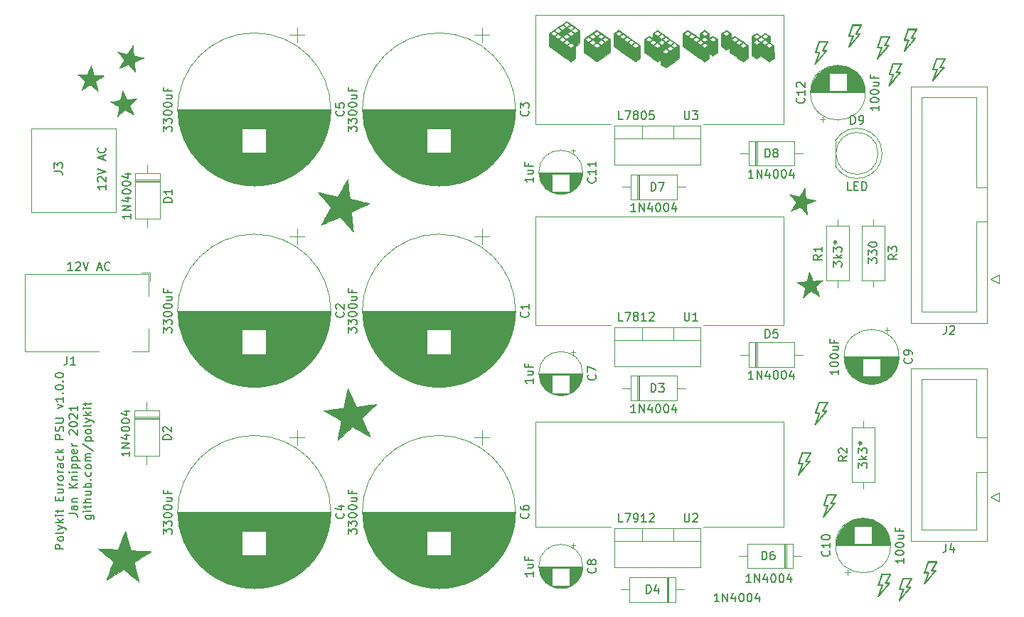
<source format=gbr>
%TF.GenerationSoftware,KiCad,Pcbnew,5.1.10-88a1d61d58~88~ubuntu20.10.1*%
%TF.CreationDate,2021-05-16T15:10:54+02:00*%
%TF.ProjectId,eurorack-psu,6575726f-7261-4636-9b2d-7073752e6b69,v1.0.0*%
%TF.SameCoordinates,Original*%
%TF.FileFunction,Legend,Top*%
%TF.FilePolarity,Positive*%
%FSLAX46Y46*%
G04 Gerber Fmt 4.6, Leading zero omitted, Abs format (unit mm)*
G04 Created by KiCad (PCBNEW 5.1.10-88a1d61d58~88~ubuntu20.10.1) date 2021-05-16 15:10:54*
%MOMM*%
%LPD*%
G01*
G04 APERTURE LIST*
%ADD10C,0.120000*%
%ADD11C,0.150000*%
%ADD12C,0.010000*%
G04 APERTURE END LIST*
D10*
X85000000Y-105000000D02*
X85000000Y-95000000D01*
X75000000Y-105000000D02*
X85000000Y-105000000D01*
X75000000Y-95000000D02*
X75000000Y-105000000D01*
X85000000Y-95000000D02*
X75000000Y-95000000D01*
D11*
X78802380Y-145176190D02*
X77802380Y-145176190D01*
X77802380Y-144795238D01*
X77850000Y-144700000D01*
X77897619Y-144652380D01*
X77992857Y-144604761D01*
X78135714Y-144604761D01*
X78230952Y-144652380D01*
X78278571Y-144700000D01*
X78326190Y-144795238D01*
X78326190Y-145176190D01*
X78802380Y-144033333D02*
X78754761Y-144128571D01*
X78707142Y-144176190D01*
X78611904Y-144223809D01*
X78326190Y-144223809D01*
X78230952Y-144176190D01*
X78183333Y-144128571D01*
X78135714Y-144033333D01*
X78135714Y-143890476D01*
X78183333Y-143795238D01*
X78230952Y-143747619D01*
X78326190Y-143700000D01*
X78611904Y-143700000D01*
X78707142Y-143747619D01*
X78754761Y-143795238D01*
X78802380Y-143890476D01*
X78802380Y-144033333D01*
X78802380Y-143128571D02*
X78754761Y-143223809D01*
X78659523Y-143271428D01*
X77802380Y-143271428D01*
X78135714Y-142842857D02*
X78802380Y-142604761D01*
X78135714Y-142366666D02*
X78802380Y-142604761D01*
X79040476Y-142700000D01*
X79088095Y-142747619D01*
X79135714Y-142842857D01*
X78802380Y-141985714D02*
X77802380Y-141985714D01*
X78421428Y-141890476D02*
X78802380Y-141604761D01*
X78135714Y-141604761D02*
X78516666Y-141985714D01*
X78802380Y-141176190D02*
X78135714Y-141176190D01*
X77802380Y-141176190D02*
X77850000Y-141223809D01*
X77897619Y-141176190D01*
X77850000Y-141128571D01*
X77802380Y-141176190D01*
X77897619Y-141176190D01*
X78135714Y-140842857D02*
X78135714Y-140461904D01*
X77802380Y-140700000D02*
X78659523Y-140700000D01*
X78754761Y-140652380D01*
X78802380Y-140557142D01*
X78802380Y-140461904D01*
X78278571Y-139366666D02*
X78278571Y-139033333D01*
X78802380Y-138890476D02*
X78802380Y-139366666D01*
X77802380Y-139366666D01*
X77802380Y-138890476D01*
X78135714Y-138033333D02*
X78802380Y-138033333D01*
X78135714Y-138461904D02*
X78659523Y-138461904D01*
X78754761Y-138414285D01*
X78802380Y-138319047D01*
X78802380Y-138176190D01*
X78754761Y-138080952D01*
X78707142Y-138033333D01*
X78802380Y-137557142D02*
X78135714Y-137557142D01*
X78326190Y-137557142D02*
X78230952Y-137509523D01*
X78183333Y-137461904D01*
X78135714Y-137366666D01*
X78135714Y-137271428D01*
X78802380Y-136795238D02*
X78754761Y-136890476D01*
X78707142Y-136938095D01*
X78611904Y-136985714D01*
X78326190Y-136985714D01*
X78230952Y-136938095D01*
X78183333Y-136890476D01*
X78135714Y-136795238D01*
X78135714Y-136652380D01*
X78183333Y-136557142D01*
X78230952Y-136509523D01*
X78326190Y-136461904D01*
X78611904Y-136461904D01*
X78707142Y-136509523D01*
X78754761Y-136557142D01*
X78802380Y-136652380D01*
X78802380Y-136795238D01*
X78802380Y-136033333D02*
X78135714Y-136033333D01*
X78326190Y-136033333D02*
X78230952Y-135985714D01*
X78183333Y-135938095D01*
X78135714Y-135842857D01*
X78135714Y-135747619D01*
X78802380Y-134985714D02*
X78278571Y-134985714D01*
X78183333Y-135033333D01*
X78135714Y-135128571D01*
X78135714Y-135319047D01*
X78183333Y-135414285D01*
X78754761Y-134985714D02*
X78802380Y-135080952D01*
X78802380Y-135319047D01*
X78754761Y-135414285D01*
X78659523Y-135461904D01*
X78564285Y-135461904D01*
X78469047Y-135414285D01*
X78421428Y-135319047D01*
X78421428Y-135080952D01*
X78373809Y-134985714D01*
X78754761Y-134080952D02*
X78802380Y-134176190D01*
X78802380Y-134366666D01*
X78754761Y-134461904D01*
X78707142Y-134509523D01*
X78611904Y-134557142D01*
X78326190Y-134557142D01*
X78230952Y-134509523D01*
X78183333Y-134461904D01*
X78135714Y-134366666D01*
X78135714Y-134176190D01*
X78183333Y-134080952D01*
X78802380Y-133652380D02*
X77802380Y-133652380D01*
X78421428Y-133557142D02*
X78802380Y-133271428D01*
X78135714Y-133271428D02*
X78516666Y-133652380D01*
X78802380Y-132080952D02*
X77802380Y-132080952D01*
X77802380Y-131700000D01*
X77850000Y-131604761D01*
X77897619Y-131557142D01*
X77992857Y-131509523D01*
X78135714Y-131509523D01*
X78230952Y-131557142D01*
X78278571Y-131604761D01*
X78326190Y-131700000D01*
X78326190Y-132080952D01*
X78754761Y-131128571D02*
X78802380Y-130985714D01*
X78802380Y-130747619D01*
X78754761Y-130652380D01*
X78707142Y-130604761D01*
X78611904Y-130557142D01*
X78516666Y-130557142D01*
X78421428Y-130604761D01*
X78373809Y-130652380D01*
X78326190Y-130747619D01*
X78278571Y-130938095D01*
X78230952Y-131033333D01*
X78183333Y-131080952D01*
X78088095Y-131128571D01*
X77992857Y-131128571D01*
X77897619Y-131080952D01*
X77850000Y-131033333D01*
X77802380Y-130938095D01*
X77802380Y-130700000D01*
X77850000Y-130557142D01*
X77802380Y-130128571D02*
X78611904Y-130128571D01*
X78707142Y-130080952D01*
X78754761Y-130033333D01*
X78802380Y-129938095D01*
X78802380Y-129747619D01*
X78754761Y-129652380D01*
X78707142Y-129604761D01*
X78611904Y-129557142D01*
X77802380Y-129557142D01*
X78135714Y-128414285D02*
X78802380Y-128176190D01*
X78135714Y-127938095D01*
X78802380Y-127033333D02*
X78802380Y-127604761D01*
X78802380Y-127319047D02*
X77802380Y-127319047D01*
X77945238Y-127414285D01*
X78040476Y-127509523D01*
X78088095Y-127604761D01*
X78707142Y-126604761D02*
X78754761Y-126557142D01*
X78802380Y-126604761D01*
X78754761Y-126652380D01*
X78707142Y-126604761D01*
X78802380Y-126604761D01*
X77802380Y-125938095D02*
X77802380Y-125842857D01*
X77850000Y-125747619D01*
X77897619Y-125700000D01*
X77992857Y-125652380D01*
X78183333Y-125604761D01*
X78421428Y-125604761D01*
X78611904Y-125652380D01*
X78707142Y-125700000D01*
X78754761Y-125747619D01*
X78802380Y-125842857D01*
X78802380Y-125938095D01*
X78754761Y-126033333D01*
X78707142Y-126080952D01*
X78611904Y-126128571D01*
X78421428Y-126176190D01*
X78183333Y-126176190D01*
X77992857Y-126128571D01*
X77897619Y-126080952D01*
X77850000Y-126033333D01*
X77802380Y-125938095D01*
X78707142Y-125176190D02*
X78754761Y-125128571D01*
X78802380Y-125176190D01*
X78754761Y-125223809D01*
X78707142Y-125176190D01*
X78802380Y-125176190D01*
X77802380Y-124509523D02*
X77802380Y-124414285D01*
X77850000Y-124319047D01*
X77897619Y-124271428D01*
X77992857Y-124223809D01*
X78183333Y-124176190D01*
X78421428Y-124176190D01*
X78611904Y-124223809D01*
X78707142Y-124271428D01*
X78754761Y-124319047D01*
X78802380Y-124414285D01*
X78802380Y-124509523D01*
X78754761Y-124604761D01*
X78707142Y-124652380D01*
X78611904Y-124700000D01*
X78421428Y-124747619D01*
X78183333Y-124747619D01*
X77992857Y-124700000D01*
X77897619Y-124652380D01*
X77850000Y-124604761D01*
X77802380Y-124509523D01*
X79452380Y-140961904D02*
X80166666Y-140961904D01*
X80309523Y-141009523D01*
X80404761Y-141104761D01*
X80452380Y-141247619D01*
X80452380Y-141342857D01*
X80452380Y-140057142D02*
X79928571Y-140057142D01*
X79833333Y-140104761D01*
X79785714Y-140200000D01*
X79785714Y-140390476D01*
X79833333Y-140485714D01*
X80404761Y-140057142D02*
X80452380Y-140152380D01*
X80452380Y-140390476D01*
X80404761Y-140485714D01*
X80309523Y-140533333D01*
X80214285Y-140533333D01*
X80119047Y-140485714D01*
X80071428Y-140390476D01*
X80071428Y-140152380D01*
X80023809Y-140057142D01*
X79785714Y-139580952D02*
X80452380Y-139580952D01*
X79880952Y-139580952D02*
X79833333Y-139533333D01*
X79785714Y-139438095D01*
X79785714Y-139295238D01*
X79833333Y-139200000D01*
X79928571Y-139152380D01*
X80452380Y-139152380D01*
X80452380Y-137914285D02*
X79452380Y-137914285D01*
X80452380Y-137342857D02*
X79880952Y-137771428D01*
X79452380Y-137342857D02*
X80023809Y-137914285D01*
X79785714Y-136914285D02*
X80452380Y-136914285D01*
X79880952Y-136914285D02*
X79833333Y-136866666D01*
X79785714Y-136771428D01*
X79785714Y-136628571D01*
X79833333Y-136533333D01*
X79928571Y-136485714D01*
X80452380Y-136485714D01*
X80452380Y-136009523D02*
X79785714Y-136009523D01*
X79452380Y-136009523D02*
X79500000Y-136057142D01*
X79547619Y-136009523D01*
X79500000Y-135961904D01*
X79452380Y-136009523D01*
X79547619Y-136009523D01*
X79785714Y-135533333D02*
X80785714Y-135533333D01*
X79833333Y-135533333D02*
X79785714Y-135438095D01*
X79785714Y-135247619D01*
X79833333Y-135152380D01*
X79880952Y-135104761D01*
X79976190Y-135057142D01*
X80261904Y-135057142D01*
X80357142Y-135104761D01*
X80404761Y-135152380D01*
X80452380Y-135247619D01*
X80452380Y-135438095D01*
X80404761Y-135533333D01*
X79785714Y-134628571D02*
X80785714Y-134628571D01*
X79833333Y-134628571D02*
X79785714Y-134533333D01*
X79785714Y-134342857D01*
X79833333Y-134247619D01*
X79880952Y-134200000D01*
X79976190Y-134152380D01*
X80261904Y-134152380D01*
X80357142Y-134200000D01*
X80404761Y-134247619D01*
X80452380Y-134342857D01*
X80452380Y-134533333D01*
X80404761Y-134628571D01*
X80404761Y-133342857D02*
X80452380Y-133438095D01*
X80452380Y-133628571D01*
X80404761Y-133723809D01*
X80309523Y-133771428D01*
X79928571Y-133771428D01*
X79833333Y-133723809D01*
X79785714Y-133628571D01*
X79785714Y-133438095D01*
X79833333Y-133342857D01*
X79928571Y-133295238D01*
X80023809Y-133295238D01*
X80119047Y-133771428D01*
X80452380Y-132866666D02*
X79785714Y-132866666D01*
X79976190Y-132866666D02*
X79880952Y-132819047D01*
X79833333Y-132771428D01*
X79785714Y-132676190D01*
X79785714Y-132580952D01*
X79547619Y-131533333D02*
X79500000Y-131485714D01*
X79452380Y-131390476D01*
X79452380Y-131152380D01*
X79500000Y-131057142D01*
X79547619Y-131009523D01*
X79642857Y-130961904D01*
X79738095Y-130961904D01*
X79880952Y-131009523D01*
X80452380Y-131580952D01*
X80452380Y-130961904D01*
X79452380Y-130342857D02*
X79452380Y-130247619D01*
X79500000Y-130152380D01*
X79547619Y-130104761D01*
X79642857Y-130057142D01*
X79833333Y-130009523D01*
X80071428Y-130009523D01*
X80261904Y-130057142D01*
X80357142Y-130104761D01*
X80404761Y-130152380D01*
X80452380Y-130247619D01*
X80452380Y-130342857D01*
X80404761Y-130438095D01*
X80357142Y-130485714D01*
X80261904Y-130533333D01*
X80071428Y-130580952D01*
X79833333Y-130580952D01*
X79642857Y-130533333D01*
X79547619Y-130485714D01*
X79500000Y-130438095D01*
X79452380Y-130342857D01*
X79547619Y-129628571D02*
X79500000Y-129580952D01*
X79452380Y-129485714D01*
X79452380Y-129247619D01*
X79500000Y-129152380D01*
X79547619Y-129104761D01*
X79642857Y-129057142D01*
X79738095Y-129057142D01*
X79880952Y-129104761D01*
X80452380Y-129676190D01*
X80452380Y-129057142D01*
X80452380Y-128104761D02*
X80452380Y-128676190D01*
X80452380Y-128390476D02*
X79452380Y-128390476D01*
X79595238Y-128485714D01*
X79690476Y-128580952D01*
X79738095Y-128676190D01*
X81435714Y-141152380D02*
X82245238Y-141152380D01*
X82340476Y-141200000D01*
X82388095Y-141247619D01*
X82435714Y-141342857D01*
X82435714Y-141485714D01*
X82388095Y-141580952D01*
X82054761Y-141152380D02*
X82102380Y-141247619D01*
X82102380Y-141438095D01*
X82054761Y-141533333D01*
X82007142Y-141580952D01*
X81911904Y-141628571D01*
X81626190Y-141628571D01*
X81530952Y-141580952D01*
X81483333Y-141533333D01*
X81435714Y-141438095D01*
X81435714Y-141247619D01*
X81483333Y-141152380D01*
X82102380Y-140676190D02*
X81435714Y-140676190D01*
X81102380Y-140676190D02*
X81150000Y-140723809D01*
X81197619Y-140676190D01*
X81150000Y-140628571D01*
X81102380Y-140676190D01*
X81197619Y-140676190D01*
X81435714Y-140342857D02*
X81435714Y-139961904D01*
X81102380Y-140200000D02*
X81959523Y-140200000D01*
X82054761Y-140152380D01*
X82102380Y-140057142D01*
X82102380Y-139961904D01*
X82102380Y-139628571D02*
X81102380Y-139628571D01*
X82102380Y-139200000D02*
X81578571Y-139200000D01*
X81483333Y-139247619D01*
X81435714Y-139342857D01*
X81435714Y-139485714D01*
X81483333Y-139580952D01*
X81530952Y-139628571D01*
X81435714Y-138295238D02*
X82102380Y-138295238D01*
X81435714Y-138723809D02*
X81959523Y-138723809D01*
X82054761Y-138676190D01*
X82102380Y-138580952D01*
X82102380Y-138438095D01*
X82054761Y-138342857D01*
X82007142Y-138295238D01*
X82102380Y-137819047D02*
X81102380Y-137819047D01*
X81483333Y-137819047D02*
X81435714Y-137723809D01*
X81435714Y-137533333D01*
X81483333Y-137438095D01*
X81530952Y-137390476D01*
X81626190Y-137342857D01*
X81911904Y-137342857D01*
X82007142Y-137390476D01*
X82054761Y-137438095D01*
X82102380Y-137533333D01*
X82102380Y-137723809D01*
X82054761Y-137819047D01*
X82007142Y-136914285D02*
X82054761Y-136866666D01*
X82102380Y-136914285D01*
X82054761Y-136961904D01*
X82007142Y-136914285D01*
X82102380Y-136914285D01*
X82054761Y-136009523D02*
X82102380Y-136104761D01*
X82102380Y-136295238D01*
X82054761Y-136390476D01*
X82007142Y-136438095D01*
X81911904Y-136485714D01*
X81626190Y-136485714D01*
X81530952Y-136438095D01*
X81483333Y-136390476D01*
X81435714Y-136295238D01*
X81435714Y-136104761D01*
X81483333Y-136009523D01*
X82102380Y-135438095D02*
X82054761Y-135533333D01*
X82007142Y-135580952D01*
X81911904Y-135628571D01*
X81626190Y-135628571D01*
X81530952Y-135580952D01*
X81483333Y-135533333D01*
X81435714Y-135438095D01*
X81435714Y-135295238D01*
X81483333Y-135200000D01*
X81530952Y-135152380D01*
X81626190Y-135104761D01*
X81911904Y-135104761D01*
X82007142Y-135152380D01*
X82054761Y-135200000D01*
X82102380Y-135295238D01*
X82102380Y-135438095D01*
X82102380Y-134676190D02*
X81435714Y-134676190D01*
X81530952Y-134676190D02*
X81483333Y-134628571D01*
X81435714Y-134533333D01*
X81435714Y-134390476D01*
X81483333Y-134295238D01*
X81578571Y-134247619D01*
X82102380Y-134247619D01*
X81578571Y-134247619D02*
X81483333Y-134200000D01*
X81435714Y-134104761D01*
X81435714Y-133961904D01*
X81483333Y-133866666D01*
X81578571Y-133819047D01*
X82102380Y-133819047D01*
X81054761Y-132628571D02*
X82340476Y-133485714D01*
X81435714Y-132295238D02*
X82435714Y-132295238D01*
X81483333Y-132295238D02*
X81435714Y-132200000D01*
X81435714Y-132009523D01*
X81483333Y-131914285D01*
X81530952Y-131866666D01*
X81626190Y-131819047D01*
X81911904Y-131819047D01*
X82007142Y-131866666D01*
X82054761Y-131914285D01*
X82102380Y-132009523D01*
X82102380Y-132200000D01*
X82054761Y-132295238D01*
X82102380Y-131247619D02*
X82054761Y-131342857D01*
X82007142Y-131390476D01*
X81911904Y-131438095D01*
X81626190Y-131438095D01*
X81530952Y-131390476D01*
X81483333Y-131342857D01*
X81435714Y-131247619D01*
X81435714Y-131104761D01*
X81483333Y-131009523D01*
X81530952Y-130961904D01*
X81626190Y-130914285D01*
X81911904Y-130914285D01*
X82007142Y-130961904D01*
X82054761Y-131009523D01*
X82102380Y-131104761D01*
X82102380Y-131247619D01*
X82102380Y-130342857D02*
X82054761Y-130438095D01*
X81959523Y-130485714D01*
X81102380Y-130485714D01*
X81435714Y-130057142D02*
X82102380Y-129819047D01*
X81435714Y-129580952D02*
X82102380Y-129819047D01*
X82340476Y-129914285D01*
X82388095Y-129961904D01*
X82435714Y-130057142D01*
X82102380Y-129200000D02*
X81102380Y-129200000D01*
X81721428Y-129104761D02*
X82102380Y-128819047D01*
X81435714Y-128819047D02*
X81816666Y-129200000D01*
X82102380Y-128390476D02*
X81435714Y-128390476D01*
X81102380Y-128390476D02*
X81150000Y-128438095D01*
X81197619Y-128390476D01*
X81150000Y-128342857D01*
X81102380Y-128390476D01*
X81197619Y-128390476D01*
X81435714Y-128057142D02*
X81435714Y-127676190D01*
X81102380Y-127914285D02*
X81959523Y-127914285D01*
X82054761Y-127866666D01*
X82102380Y-127771428D01*
X82102380Y-127676190D01*
D10*
X164500000Y-94500000D02*
X155000000Y-94500000D01*
X164500000Y-81500000D02*
X164500000Y-94500000D01*
X135000000Y-81500000D02*
X164500000Y-81500000D01*
X135000000Y-94500000D02*
X135000000Y-81500000D01*
X144000000Y-94500000D02*
X135000000Y-94500000D01*
X164500000Y-118500000D02*
X155000000Y-118500000D01*
X164500000Y-105500000D02*
X164500000Y-118500000D01*
X135000000Y-105500000D02*
X164500000Y-105500000D01*
X135000000Y-118500000D02*
X135000000Y-105500000D01*
X144000000Y-118500000D02*
X135000000Y-118500000D01*
X164500000Y-142500000D02*
X155000000Y-142500000D01*
X164500000Y-130000000D02*
X164500000Y-142500000D01*
X135000000Y-130000000D02*
X164500000Y-130000000D01*
X135000000Y-142500000D02*
X135000000Y-130000000D01*
X144000000Y-142500000D02*
X135000000Y-142500000D01*
%TO.C,C12*%
X168846000Y-93935241D02*
X169476000Y-93935241D01*
X169161000Y-94250241D02*
X169161000Y-93620241D01*
X170598000Y-87509000D02*
X171402000Y-87509000D01*
X170367000Y-87549000D02*
X171633000Y-87549000D01*
X170198000Y-87589000D02*
X171802000Y-87589000D01*
X170060000Y-87629000D02*
X171940000Y-87629000D01*
X169941000Y-87669000D02*
X172059000Y-87669000D01*
X169835000Y-87709000D02*
X172165000Y-87709000D01*
X169738000Y-87749000D02*
X172262000Y-87749000D01*
X169650000Y-87789000D02*
X172350000Y-87789000D01*
X169568000Y-87829000D02*
X172432000Y-87829000D01*
X169491000Y-87869000D02*
X172509000Y-87869000D01*
X169419000Y-87909000D02*
X172581000Y-87909000D01*
X169350000Y-87949000D02*
X172650000Y-87949000D01*
X169286000Y-87989000D02*
X172714000Y-87989000D01*
X169224000Y-88029000D02*
X172776000Y-88029000D01*
X169166000Y-88069000D02*
X172834000Y-88069000D01*
X169110000Y-88109000D02*
X172890000Y-88109000D01*
X169056000Y-88149000D02*
X172944000Y-88149000D01*
X169005000Y-88189000D02*
X172995000Y-88189000D01*
X168956000Y-88229000D02*
X173044000Y-88229000D01*
X168908000Y-88269000D02*
X173092000Y-88269000D01*
X168863000Y-88309000D02*
X173137000Y-88309000D01*
X168818000Y-88349000D02*
X173182000Y-88349000D01*
X168776000Y-88389000D02*
X173224000Y-88389000D01*
X168735000Y-88429000D02*
X173265000Y-88429000D01*
X172040000Y-88469000D02*
X173305000Y-88469000D01*
X168695000Y-88469000D02*
X169960000Y-88469000D01*
X172040000Y-88509000D02*
X173343000Y-88509000D01*
X168657000Y-88509000D02*
X169960000Y-88509000D01*
X172040000Y-88549000D02*
X173380000Y-88549000D01*
X168620000Y-88549000D02*
X169960000Y-88549000D01*
X172040000Y-88589000D02*
X173416000Y-88589000D01*
X168584000Y-88589000D02*
X169960000Y-88589000D01*
X172040000Y-88629000D02*
X173450000Y-88629000D01*
X168550000Y-88629000D02*
X169960000Y-88629000D01*
X172040000Y-88669000D02*
X173484000Y-88669000D01*
X168516000Y-88669000D02*
X169960000Y-88669000D01*
X172040000Y-88709000D02*
X173516000Y-88709000D01*
X168484000Y-88709000D02*
X169960000Y-88709000D01*
X172040000Y-88749000D02*
X173548000Y-88749000D01*
X168452000Y-88749000D02*
X169960000Y-88749000D01*
X172040000Y-88789000D02*
X173578000Y-88789000D01*
X168422000Y-88789000D02*
X169960000Y-88789000D01*
X172040000Y-88829000D02*
X173607000Y-88829000D01*
X168393000Y-88829000D02*
X169960000Y-88829000D01*
X172040000Y-88869000D02*
X173636000Y-88869000D01*
X168364000Y-88869000D02*
X169960000Y-88869000D01*
X172040000Y-88909000D02*
X173664000Y-88909000D01*
X168336000Y-88909000D02*
X169960000Y-88909000D01*
X172040000Y-88949000D02*
X173690000Y-88949000D01*
X168310000Y-88949000D02*
X169960000Y-88949000D01*
X172040000Y-88989000D02*
X173716000Y-88989000D01*
X168284000Y-88989000D02*
X169960000Y-88989000D01*
X172040000Y-89029000D02*
X173742000Y-89029000D01*
X168258000Y-89029000D02*
X169960000Y-89029000D01*
X172040000Y-89069000D02*
X173766000Y-89069000D01*
X168234000Y-89069000D02*
X169960000Y-89069000D01*
X172040000Y-89109000D02*
X173790000Y-89109000D01*
X168210000Y-89109000D02*
X169960000Y-89109000D01*
X172040000Y-89149000D02*
X173812000Y-89149000D01*
X168188000Y-89149000D02*
X169960000Y-89149000D01*
X172040000Y-89189000D02*
X173834000Y-89189000D01*
X168166000Y-89189000D02*
X169960000Y-89189000D01*
X172040000Y-89229000D02*
X173856000Y-89229000D01*
X168144000Y-89229000D02*
X169960000Y-89229000D01*
X172040000Y-89269000D02*
X173876000Y-89269000D01*
X168124000Y-89269000D02*
X169960000Y-89269000D01*
X172040000Y-89309000D02*
X173896000Y-89309000D01*
X168104000Y-89309000D02*
X169960000Y-89309000D01*
X172040000Y-89349000D02*
X173916000Y-89349000D01*
X168084000Y-89349000D02*
X169960000Y-89349000D01*
X172040000Y-89389000D02*
X173934000Y-89389000D01*
X168066000Y-89389000D02*
X169960000Y-89389000D01*
X172040000Y-89429000D02*
X173952000Y-89429000D01*
X168048000Y-89429000D02*
X169960000Y-89429000D01*
X172040000Y-89469000D02*
X173970000Y-89469000D01*
X168030000Y-89469000D02*
X169960000Y-89469000D01*
X172040000Y-89509000D02*
X173986000Y-89509000D01*
X168014000Y-89509000D02*
X169960000Y-89509000D01*
X172040000Y-89549000D02*
X174002000Y-89549000D01*
X167998000Y-89549000D02*
X169960000Y-89549000D01*
X172040000Y-89589000D02*
X174018000Y-89589000D01*
X167982000Y-89589000D02*
X169960000Y-89589000D01*
X172040000Y-89629000D02*
X174033000Y-89629000D01*
X167967000Y-89629000D02*
X169960000Y-89629000D01*
X172040000Y-89669000D02*
X174047000Y-89669000D01*
X167953000Y-89669000D02*
X169960000Y-89669000D01*
X172040000Y-89709000D02*
X174061000Y-89709000D01*
X167939000Y-89709000D02*
X169960000Y-89709000D01*
X172040000Y-89749000D02*
X174074000Y-89749000D01*
X167926000Y-89749000D02*
X169960000Y-89749000D01*
X172040000Y-89789000D02*
X174086000Y-89789000D01*
X167914000Y-89789000D02*
X169960000Y-89789000D01*
X172040000Y-89829000D02*
X174098000Y-89829000D01*
X167902000Y-89829000D02*
X169960000Y-89829000D01*
X172040000Y-89869000D02*
X174110000Y-89869000D01*
X167890000Y-89869000D02*
X169960000Y-89869000D01*
X172040000Y-89909000D02*
X174121000Y-89909000D01*
X167879000Y-89909000D02*
X169960000Y-89909000D01*
X172040000Y-89949000D02*
X174131000Y-89949000D01*
X167869000Y-89949000D02*
X169960000Y-89949000D01*
X172040000Y-89989000D02*
X174141000Y-89989000D01*
X167859000Y-89989000D02*
X169960000Y-89989000D01*
X172040000Y-90029000D02*
X174150000Y-90029000D01*
X167850000Y-90029000D02*
X169960000Y-90029000D01*
X172040000Y-90070000D02*
X174159000Y-90070000D01*
X167841000Y-90070000D02*
X169960000Y-90070000D01*
X172040000Y-90110000D02*
X174167000Y-90110000D01*
X167833000Y-90110000D02*
X169960000Y-90110000D01*
X172040000Y-90150000D02*
X174175000Y-90150000D01*
X167825000Y-90150000D02*
X169960000Y-90150000D01*
X172040000Y-90190000D02*
X174182000Y-90190000D01*
X167818000Y-90190000D02*
X169960000Y-90190000D01*
X172040000Y-90230000D02*
X174189000Y-90230000D01*
X167811000Y-90230000D02*
X169960000Y-90230000D01*
X172040000Y-90270000D02*
X174195000Y-90270000D01*
X167805000Y-90270000D02*
X169960000Y-90270000D01*
X172040000Y-90310000D02*
X174201000Y-90310000D01*
X167799000Y-90310000D02*
X169960000Y-90310000D01*
X172040000Y-90350000D02*
X174206000Y-90350000D01*
X167794000Y-90350000D02*
X169960000Y-90350000D01*
X172040000Y-90390000D02*
X174211000Y-90390000D01*
X167789000Y-90390000D02*
X169960000Y-90390000D01*
X172040000Y-90430000D02*
X174215000Y-90430000D01*
X167785000Y-90430000D02*
X169960000Y-90430000D01*
X172040000Y-90470000D02*
X174218000Y-90470000D01*
X167782000Y-90470000D02*
X169960000Y-90470000D01*
X172040000Y-90510000D02*
X174222000Y-90510000D01*
X167778000Y-90510000D02*
X169960000Y-90510000D01*
X167776000Y-90550000D02*
X174224000Y-90550000D01*
X167773000Y-90590000D02*
X174227000Y-90590000D01*
X167772000Y-90630000D02*
X174228000Y-90630000D01*
X167770000Y-90670000D02*
X174230000Y-90670000D01*
X167770000Y-90710000D02*
X174230000Y-90710000D01*
X167770000Y-90750000D02*
X174230000Y-90750000D01*
X174270000Y-90750000D02*
G75*
G03*
X174270000Y-90750000I-3270000J0D01*
G01*
%TO.C,C10*%
X171846000Y-147935241D02*
X172476000Y-147935241D01*
X172161000Y-148250241D02*
X172161000Y-147620241D01*
X173598000Y-141509000D02*
X174402000Y-141509000D01*
X173367000Y-141549000D02*
X174633000Y-141549000D01*
X173198000Y-141589000D02*
X174802000Y-141589000D01*
X173060000Y-141629000D02*
X174940000Y-141629000D01*
X172941000Y-141669000D02*
X175059000Y-141669000D01*
X172835000Y-141709000D02*
X175165000Y-141709000D01*
X172738000Y-141749000D02*
X175262000Y-141749000D01*
X172650000Y-141789000D02*
X175350000Y-141789000D01*
X172568000Y-141829000D02*
X175432000Y-141829000D01*
X172491000Y-141869000D02*
X175509000Y-141869000D01*
X172419000Y-141909000D02*
X175581000Y-141909000D01*
X172350000Y-141949000D02*
X175650000Y-141949000D01*
X172286000Y-141989000D02*
X175714000Y-141989000D01*
X172224000Y-142029000D02*
X175776000Y-142029000D01*
X172166000Y-142069000D02*
X175834000Y-142069000D01*
X172110000Y-142109000D02*
X175890000Y-142109000D01*
X172056000Y-142149000D02*
X175944000Y-142149000D01*
X172005000Y-142189000D02*
X175995000Y-142189000D01*
X171956000Y-142229000D02*
X176044000Y-142229000D01*
X171908000Y-142269000D02*
X176092000Y-142269000D01*
X171863000Y-142309000D02*
X176137000Y-142309000D01*
X171818000Y-142349000D02*
X176182000Y-142349000D01*
X171776000Y-142389000D02*
X176224000Y-142389000D01*
X171735000Y-142429000D02*
X176265000Y-142429000D01*
X175040000Y-142469000D02*
X176305000Y-142469000D01*
X171695000Y-142469000D02*
X172960000Y-142469000D01*
X175040000Y-142509000D02*
X176343000Y-142509000D01*
X171657000Y-142509000D02*
X172960000Y-142509000D01*
X175040000Y-142549000D02*
X176380000Y-142549000D01*
X171620000Y-142549000D02*
X172960000Y-142549000D01*
X175040000Y-142589000D02*
X176416000Y-142589000D01*
X171584000Y-142589000D02*
X172960000Y-142589000D01*
X175040000Y-142629000D02*
X176450000Y-142629000D01*
X171550000Y-142629000D02*
X172960000Y-142629000D01*
X175040000Y-142669000D02*
X176484000Y-142669000D01*
X171516000Y-142669000D02*
X172960000Y-142669000D01*
X175040000Y-142709000D02*
X176516000Y-142709000D01*
X171484000Y-142709000D02*
X172960000Y-142709000D01*
X175040000Y-142749000D02*
X176548000Y-142749000D01*
X171452000Y-142749000D02*
X172960000Y-142749000D01*
X175040000Y-142789000D02*
X176578000Y-142789000D01*
X171422000Y-142789000D02*
X172960000Y-142789000D01*
X175040000Y-142829000D02*
X176607000Y-142829000D01*
X171393000Y-142829000D02*
X172960000Y-142829000D01*
X175040000Y-142869000D02*
X176636000Y-142869000D01*
X171364000Y-142869000D02*
X172960000Y-142869000D01*
X175040000Y-142909000D02*
X176664000Y-142909000D01*
X171336000Y-142909000D02*
X172960000Y-142909000D01*
X175040000Y-142949000D02*
X176690000Y-142949000D01*
X171310000Y-142949000D02*
X172960000Y-142949000D01*
X175040000Y-142989000D02*
X176716000Y-142989000D01*
X171284000Y-142989000D02*
X172960000Y-142989000D01*
X175040000Y-143029000D02*
X176742000Y-143029000D01*
X171258000Y-143029000D02*
X172960000Y-143029000D01*
X175040000Y-143069000D02*
X176766000Y-143069000D01*
X171234000Y-143069000D02*
X172960000Y-143069000D01*
X175040000Y-143109000D02*
X176790000Y-143109000D01*
X171210000Y-143109000D02*
X172960000Y-143109000D01*
X175040000Y-143149000D02*
X176812000Y-143149000D01*
X171188000Y-143149000D02*
X172960000Y-143149000D01*
X175040000Y-143189000D02*
X176834000Y-143189000D01*
X171166000Y-143189000D02*
X172960000Y-143189000D01*
X175040000Y-143229000D02*
X176856000Y-143229000D01*
X171144000Y-143229000D02*
X172960000Y-143229000D01*
X175040000Y-143269000D02*
X176876000Y-143269000D01*
X171124000Y-143269000D02*
X172960000Y-143269000D01*
X175040000Y-143309000D02*
X176896000Y-143309000D01*
X171104000Y-143309000D02*
X172960000Y-143309000D01*
X175040000Y-143349000D02*
X176916000Y-143349000D01*
X171084000Y-143349000D02*
X172960000Y-143349000D01*
X175040000Y-143389000D02*
X176934000Y-143389000D01*
X171066000Y-143389000D02*
X172960000Y-143389000D01*
X175040000Y-143429000D02*
X176952000Y-143429000D01*
X171048000Y-143429000D02*
X172960000Y-143429000D01*
X175040000Y-143469000D02*
X176970000Y-143469000D01*
X171030000Y-143469000D02*
X172960000Y-143469000D01*
X175040000Y-143509000D02*
X176986000Y-143509000D01*
X171014000Y-143509000D02*
X172960000Y-143509000D01*
X175040000Y-143549000D02*
X177002000Y-143549000D01*
X170998000Y-143549000D02*
X172960000Y-143549000D01*
X175040000Y-143589000D02*
X177018000Y-143589000D01*
X170982000Y-143589000D02*
X172960000Y-143589000D01*
X175040000Y-143629000D02*
X177033000Y-143629000D01*
X170967000Y-143629000D02*
X172960000Y-143629000D01*
X175040000Y-143669000D02*
X177047000Y-143669000D01*
X170953000Y-143669000D02*
X172960000Y-143669000D01*
X175040000Y-143709000D02*
X177061000Y-143709000D01*
X170939000Y-143709000D02*
X172960000Y-143709000D01*
X175040000Y-143749000D02*
X177074000Y-143749000D01*
X170926000Y-143749000D02*
X172960000Y-143749000D01*
X175040000Y-143789000D02*
X177086000Y-143789000D01*
X170914000Y-143789000D02*
X172960000Y-143789000D01*
X175040000Y-143829000D02*
X177098000Y-143829000D01*
X170902000Y-143829000D02*
X172960000Y-143829000D01*
X175040000Y-143869000D02*
X177110000Y-143869000D01*
X170890000Y-143869000D02*
X172960000Y-143869000D01*
X175040000Y-143909000D02*
X177121000Y-143909000D01*
X170879000Y-143909000D02*
X172960000Y-143909000D01*
X175040000Y-143949000D02*
X177131000Y-143949000D01*
X170869000Y-143949000D02*
X172960000Y-143949000D01*
X175040000Y-143989000D02*
X177141000Y-143989000D01*
X170859000Y-143989000D02*
X172960000Y-143989000D01*
X175040000Y-144029000D02*
X177150000Y-144029000D01*
X170850000Y-144029000D02*
X172960000Y-144029000D01*
X175040000Y-144070000D02*
X177159000Y-144070000D01*
X170841000Y-144070000D02*
X172960000Y-144070000D01*
X175040000Y-144110000D02*
X177167000Y-144110000D01*
X170833000Y-144110000D02*
X172960000Y-144110000D01*
X175040000Y-144150000D02*
X177175000Y-144150000D01*
X170825000Y-144150000D02*
X172960000Y-144150000D01*
X175040000Y-144190000D02*
X177182000Y-144190000D01*
X170818000Y-144190000D02*
X172960000Y-144190000D01*
X175040000Y-144230000D02*
X177189000Y-144230000D01*
X170811000Y-144230000D02*
X172960000Y-144230000D01*
X175040000Y-144270000D02*
X177195000Y-144270000D01*
X170805000Y-144270000D02*
X172960000Y-144270000D01*
X175040000Y-144310000D02*
X177201000Y-144310000D01*
X170799000Y-144310000D02*
X172960000Y-144310000D01*
X175040000Y-144350000D02*
X177206000Y-144350000D01*
X170794000Y-144350000D02*
X172960000Y-144350000D01*
X175040000Y-144390000D02*
X177211000Y-144390000D01*
X170789000Y-144390000D02*
X172960000Y-144390000D01*
X175040000Y-144430000D02*
X177215000Y-144430000D01*
X170785000Y-144430000D02*
X172960000Y-144430000D01*
X175040000Y-144470000D02*
X177218000Y-144470000D01*
X170782000Y-144470000D02*
X172960000Y-144470000D01*
X175040000Y-144510000D02*
X177222000Y-144510000D01*
X170778000Y-144510000D02*
X172960000Y-144510000D01*
X170776000Y-144550000D02*
X177224000Y-144550000D01*
X170773000Y-144590000D02*
X177227000Y-144590000D01*
X170772000Y-144630000D02*
X177228000Y-144630000D01*
X170770000Y-144670000D02*
X177230000Y-144670000D01*
X170770000Y-144710000D02*
X177230000Y-144710000D01*
X170770000Y-144750000D02*
X177230000Y-144750000D01*
X177270000Y-144750000D02*
G75*
G03*
X177270000Y-144750000I-3270000J0D01*
G01*
%TO.C,C9*%
X177154000Y-119064759D02*
X176524000Y-119064759D01*
X176839000Y-118749759D02*
X176839000Y-119379759D01*
X175402000Y-125491000D02*
X174598000Y-125491000D01*
X175633000Y-125451000D02*
X174367000Y-125451000D01*
X175802000Y-125411000D02*
X174198000Y-125411000D01*
X175940000Y-125371000D02*
X174060000Y-125371000D01*
X176059000Y-125331000D02*
X173941000Y-125331000D01*
X176165000Y-125291000D02*
X173835000Y-125291000D01*
X176262000Y-125251000D02*
X173738000Y-125251000D01*
X176350000Y-125211000D02*
X173650000Y-125211000D01*
X176432000Y-125171000D02*
X173568000Y-125171000D01*
X176509000Y-125131000D02*
X173491000Y-125131000D01*
X176581000Y-125091000D02*
X173419000Y-125091000D01*
X176650000Y-125051000D02*
X173350000Y-125051000D01*
X176714000Y-125011000D02*
X173286000Y-125011000D01*
X176776000Y-124971000D02*
X173224000Y-124971000D01*
X176834000Y-124931000D02*
X173166000Y-124931000D01*
X176890000Y-124891000D02*
X173110000Y-124891000D01*
X176944000Y-124851000D02*
X173056000Y-124851000D01*
X176995000Y-124811000D02*
X173005000Y-124811000D01*
X177044000Y-124771000D02*
X172956000Y-124771000D01*
X177092000Y-124731000D02*
X172908000Y-124731000D01*
X177137000Y-124691000D02*
X172863000Y-124691000D01*
X177182000Y-124651000D02*
X172818000Y-124651000D01*
X177224000Y-124611000D02*
X172776000Y-124611000D01*
X177265000Y-124571000D02*
X172735000Y-124571000D01*
X173960000Y-124531000D02*
X172695000Y-124531000D01*
X177305000Y-124531000D02*
X176040000Y-124531000D01*
X173960000Y-124491000D02*
X172657000Y-124491000D01*
X177343000Y-124491000D02*
X176040000Y-124491000D01*
X173960000Y-124451000D02*
X172620000Y-124451000D01*
X177380000Y-124451000D02*
X176040000Y-124451000D01*
X173960000Y-124411000D02*
X172584000Y-124411000D01*
X177416000Y-124411000D02*
X176040000Y-124411000D01*
X173960000Y-124371000D02*
X172550000Y-124371000D01*
X177450000Y-124371000D02*
X176040000Y-124371000D01*
X173960000Y-124331000D02*
X172516000Y-124331000D01*
X177484000Y-124331000D02*
X176040000Y-124331000D01*
X173960000Y-124291000D02*
X172484000Y-124291000D01*
X177516000Y-124291000D02*
X176040000Y-124291000D01*
X173960000Y-124251000D02*
X172452000Y-124251000D01*
X177548000Y-124251000D02*
X176040000Y-124251000D01*
X173960000Y-124211000D02*
X172422000Y-124211000D01*
X177578000Y-124211000D02*
X176040000Y-124211000D01*
X173960000Y-124171000D02*
X172393000Y-124171000D01*
X177607000Y-124171000D02*
X176040000Y-124171000D01*
X173960000Y-124131000D02*
X172364000Y-124131000D01*
X177636000Y-124131000D02*
X176040000Y-124131000D01*
X173960000Y-124091000D02*
X172336000Y-124091000D01*
X177664000Y-124091000D02*
X176040000Y-124091000D01*
X173960000Y-124051000D02*
X172310000Y-124051000D01*
X177690000Y-124051000D02*
X176040000Y-124051000D01*
X173960000Y-124011000D02*
X172284000Y-124011000D01*
X177716000Y-124011000D02*
X176040000Y-124011000D01*
X173960000Y-123971000D02*
X172258000Y-123971000D01*
X177742000Y-123971000D02*
X176040000Y-123971000D01*
X173960000Y-123931000D02*
X172234000Y-123931000D01*
X177766000Y-123931000D02*
X176040000Y-123931000D01*
X173960000Y-123891000D02*
X172210000Y-123891000D01*
X177790000Y-123891000D02*
X176040000Y-123891000D01*
X173960000Y-123851000D02*
X172188000Y-123851000D01*
X177812000Y-123851000D02*
X176040000Y-123851000D01*
X173960000Y-123811000D02*
X172166000Y-123811000D01*
X177834000Y-123811000D02*
X176040000Y-123811000D01*
X173960000Y-123771000D02*
X172144000Y-123771000D01*
X177856000Y-123771000D02*
X176040000Y-123771000D01*
X173960000Y-123731000D02*
X172124000Y-123731000D01*
X177876000Y-123731000D02*
X176040000Y-123731000D01*
X173960000Y-123691000D02*
X172104000Y-123691000D01*
X177896000Y-123691000D02*
X176040000Y-123691000D01*
X173960000Y-123651000D02*
X172084000Y-123651000D01*
X177916000Y-123651000D02*
X176040000Y-123651000D01*
X173960000Y-123611000D02*
X172066000Y-123611000D01*
X177934000Y-123611000D02*
X176040000Y-123611000D01*
X173960000Y-123571000D02*
X172048000Y-123571000D01*
X177952000Y-123571000D02*
X176040000Y-123571000D01*
X173960000Y-123531000D02*
X172030000Y-123531000D01*
X177970000Y-123531000D02*
X176040000Y-123531000D01*
X173960000Y-123491000D02*
X172014000Y-123491000D01*
X177986000Y-123491000D02*
X176040000Y-123491000D01*
X173960000Y-123451000D02*
X171998000Y-123451000D01*
X178002000Y-123451000D02*
X176040000Y-123451000D01*
X173960000Y-123411000D02*
X171982000Y-123411000D01*
X178018000Y-123411000D02*
X176040000Y-123411000D01*
X173960000Y-123371000D02*
X171967000Y-123371000D01*
X178033000Y-123371000D02*
X176040000Y-123371000D01*
X173960000Y-123331000D02*
X171953000Y-123331000D01*
X178047000Y-123331000D02*
X176040000Y-123331000D01*
X173960000Y-123291000D02*
X171939000Y-123291000D01*
X178061000Y-123291000D02*
X176040000Y-123291000D01*
X173960000Y-123251000D02*
X171926000Y-123251000D01*
X178074000Y-123251000D02*
X176040000Y-123251000D01*
X173960000Y-123211000D02*
X171914000Y-123211000D01*
X178086000Y-123211000D02*
X176040000Y-123211000D01*
X173960000Y-123171000D02*
X171902000Y-123171000D01*
X178098000Y-123171000D02*
X176040000Y-123171000D01*
X173960000Y-123131000D02*
X171890000Y-123131000D01*
X178110000Y-123131000D02*
X176040000Y-123131000D01*
X173960000Y-123091000D02*
X171879000Y-123091000D01*
X178121000Y-123091000D02*
X176040000Y-123091000D01*
X173960000Y-123051000D02*
X171869000Y-123051000D01*
X178131000Y-123051000D02*
X176040000Y-123051000D01*
X173960000Y-123011000D02*
X171859000Y-123011000D01*
X178141000Y-123011000D02*
X176040000Y-123011000D01*
X173960000Y-122971000D02*
X171850000Y-122971000D01*
X178150000Y-122971000D02*
X176040000Y-122971000D01*
X173960000Y-122930000D02*
X171841000Y-122930000D01*
X178159000Y-122930000D02*
X176040000Y-122930000D01*
X173960000Y-122890000D02*
X171833000Y-122890000D01*
X178167000Y-122890000D02*
X176040000Y-122890000D01*
X173960000Y-122850000D02*
X171825000Y-122850000D01*
X178175000Y-122850000D02*
X176040000Y-122850000D01*
X173960000Y-122810000D02*
X171818000Y-122810000D01*
X178182000Y-122810000D02*
X176040000Y-122810000D01*
X173960000Y-122770000D02*
X171811000Y-122770000D01*
X178189000Y-122770000D02*
X176040000Y-122770000D01*
X173960000Y-122730000D02*
X171805000Y-122730000D01*
X178195000Y-122730000D02*
X176040000Y-122730000D01*
X173960000Y-122690000D02*
X171799000Y-122690000D01*
X178201000Y-122690000D02*
X176040000Y-122690000D01*
X173960000Y-122650000D02*
X171794000Y-122650000D01*
X178206000Y-122650000D02*
X176040000Y-122650000D01*
X173960000Y-122610000D02*
X171789000Y-122610000D01*
X178211000Y-122610000D02*
X176040000Y-122610000D01*
X173960000Y-122570000D02*
X171785000Y-122570000D01*
X178215000Y-122570000D02*
X176040000Y-122570000D01*
X173960000Y-122530000D02*
X171782000Y-122530000D01*
X178218000Y-122530000D02*
X176040000Y-122530000D01*
X173960000Y-122490000D02*
X171778000Y-122490000D01*
X178222000Y-122490000D02*
X176040000Y-122490000D01*
X178224000Y-122450000D02*
X171776000Y-122450000D01*
X178227000Y-122410000D02*
X171773000Y-122410000D01*
X178228000Y-122370000D02*
X171772000Y-122370000D01*
X178230000Y-122330000D02*
X171770000Y-122330000D01*
X178230000Y-122290000D02*
X171770000Y-122290000D01*
X178230000Y-122250000D02*
X171770000Y-122250000D01*
X178270000Y-122250000D02*
G75*
G03*
X178270000Y-122250000I-3270000J0D01*
G01*
%TO.C,C7*%
X139725000Y-121695225D02*
X139225000Y-121695225D01*
X139475000Y-121445225D02*
X139475000Y-121945225D01*
X138284000Y-126851000D02*
X137716000Y-126851000D01*
X138518000Y-126811000D02*
X137482000Y-126811000D01*
X138677000Y-126771000D02*
X137323000Y-126771000D01*
X138805000Y-126731000D02*
X137195000Y-126731000D01*
X138915000Y-126691000D02*
X137085000Y-126691000D01*
X139011000Y-126651000D02*
X136989000Y-126651000D01*
X139098000Y-126611000D02*
X136902000Y-126611000D01*
X139178000Y-126571000D02*
X136822000Y-126571000D01*
X136960000Y-126531000D02*
X136749000Y-126531000D01*
X139251000Y-126531000D02*
X139040000Y-126531000D01*
X136960000Y-126491000D02*
X136681000Y-126491000D01*
X139319000Y-126491000D02*
X139040000Y-126491000D01*
X136960000Y-126451000D02*
X136617000Y-126451000D01*
X139383000Y-126451000D02*
X139040000Y-126451000D01*
X136960000Y-126411000D02*
X136557000Y-126411000D01*
X139443000Y-126411000D02*
X139040000Y-126411000D01*
X136960000Y-126371000D02*
X136500000Y-126371000D01*
X139500000Y-126371000D02*
X139040000Y-126371000D01*
X136960000Y-126331000D02*
X136446000Y-126331000D01*
X139554000Y-126331000D02*
X139040000Y-126331000D01*
X136960000Y-126291000D02*
X136395000Y-126291000D01*
X139605000Y-126291000D02*
X139040000Y-126291000D01*
X136960000Y-126251000D02*
X136347000Y-126251000D01*
X139653000Y-126251000D02*
X139040000Y-126251000D01*
X136960000Y-126211000D02*
X136301000Y-126211000D01*
X139699000Y-126211000D02*
X139040000Y-126211000D01*
X136960000Y-126171000D02*
X136257000Y-126171000D01*
X139743000Y-126171000D02*
X139040000Y-126171000D01*
X136960000Y-126131000D02*
X136215000Y-126131000D01*
X139785000Y-126131000D02*
X139040000Y-126131000D01*
X136960000Y-126091000D02*
X136174000Y-126091000D01*
X139826000Y-126091000D02*
X139040000Y-126091000D01*
X136960000Y-126051000D02*
X136136000Y-126051000D01*
X139864000Y-126051000D02*
X139040000Y-126051000D01*
X136960000Y-126011000D02*
X136099000Y-126011000D01*
X139901000Y-126011000D02*
X139040000Y-126011000D01*
X136960000Y-125971000D02*
X136063000Y-125971000D01*
X139937000Y-125971000D02*
X139040000Y-125971000D01*
X136960000Y-125931000D02*
X136029000Y-125931000D01*
X139971000Y-125931000D02*
X139040000Y-125931000D01*
X136960000Y-125891000D02*
X135996000Y-125891000D01*
X140004000Y-125891000D02*
X139040000Y-125891000D01*
X136960000Y-125851000D02*
X135965000Y-125851000D01*
X140035000Y-125851000D02*
X139040000Y-125851000D01*
X136960000Y-125811000D02*
X135935000Y-125811000D01*
X140065000Y-125811000D02*
X139040000Y-125811000D01*
X136960000Y-125771000D02*
X135905000Y-125771000D01*
X140095000Y-125771000D02*
X139040000Y-125771000D01*
X136960000Y-125731000D02*
X135878000Y-125731000D01*
X140122000Y-125731000D02*
X139040000Y-125731000D01*
X136960000Y-125691000D02*
X135851000Y-125691000D01*
X140149000Y-125691000D02*
X139040000Y-125691000D01*
X136960000Y-125651000D02*
X135825000Y-125651000D01*
X140175000Y-125651000D02*
X139040000Y-125651000D01*
X136960000Y-125611000D02*
X135800000Y-125611000D01*
X140200000Y-125611000D02*
X139040000Y-125611000D01*
X136960000Y-125571000D02*
X135776000Y-125571000D01*
X140224000Y-125571000D02*
X139040000Y-125571000D01*
X136960000Y-125531000D02*
X135753000Y-125531000D01*
X140247000Y-125531000D02*
X139040000Y-125531000D01*
X136960000Y-125491000D02*
X135732000Y-125491000D01*
X140268000Y-125491000D02*
X139040000Y-125491000D01*
X136960000Y-125451000D02*
X135710000Y-125451000D01*
X140290000Y-125451000D02*
X139040000Y-125451000D01*
X136960000Y-125411000D02*
X135690000Y-125411000D01*
X140310000Y-125411000D02*
X139040000Y-125411000D01*
X136960000Y-125371000D02*
X135671000Y-125371000D01*
X140329000Y-125371000D02*
X139040000Y-125371000D01*
X136960000Y-125331000D02*
X135652000Y-125331000D01*
X140348000Y-125331000D02*
X139040000Y-125331000D01*
X136960000Y-125291000D02*
X135635000Y-125291000D01*
X140365000Y-125291000D02*
X139040000Y-125291000D01*
X136960000Y-125251000D02*
X135618000Y-125251000D01*
X140382000Y-125251000D02*
X139040000Y-125251000D01*
X136960000Y-125211000D02*
X135602000Y-125211000D01*
X140398000Y-125211000D02*
X139040000Y-125211000D01*
X136960000Y-125171000D02*
X135586000Y-125171000D01*
X140414000Y-125171000D02*
X139040000Y-125171000D01*
X136960000Y-125131000D02*
X135572000Y-125131000D01*
X140428000Y-125131000D02*
X139040000Y-125131000D01*
X136960000Y-125091000D02*
X135558000Y-125091000D01*
X140442000Y-125091000D02*
X139040000Y-125091000D01*
X136960000Y-125051000D02*
X135545000Y-125051000D01*
X140455000Y-125051000D02*
X139040000Y-125051000D01*
X136960000Y-125011000D02*
X135532000Y-125011000D01*
X140468000Y-125011000D02*
X139040000Y-125011000D01*
X136960000Y-124971000D02*
X135520000Y-124971000D01*
X140480000Y-124971000D02*
X139040000Y-124971000D01*
X136960000Y-124930000D02*
X135509000Y-124930000D01*
X140491000Y-124930000D02*
X139040000Y-124930000D01*
X136960000Y-124890000D02*
X135499000Y-124890000D01*
X140501000Y-124890000D02*
X139040000Y-124890000D01*
X136960000Y-124850000D02*
X135489000Y-124850000D01*
X140511000Y-124850000D02*
X139040000Y-124850000D01*
X136960000Y-124810000D02*
X135480000Y-124810000D01*
X140520000Y-124810000D02*
X139040000Y-124810000D01*
X136960000Y-124770000D02*
X135472000Y-124770000D01*
X140528000Y-124770000D02*
X139040000Y-124770000D01*
X136960000Y-124730000D02*
X135464000Y-124730000D01*
X140536000Y-124730000D02*
X139040000Y-124730000D01*
X136960000Y-124690000D02*
X135457000Y-124690000D01*
X140543000Y-124690000D02*
X139040000Y-124690000D01*
X136960000Y-124650000D02*
X135450000Y-124650000D01*
X140550000Y-124650000D02*
X139040000Y-124650000D01*
X136960000Y-124610000D02*
X135444000Y-124610000D01*
X140556000Y-124610000D02*
X139040000Y-124610000D01*
X136960000Y-124570000D02*
X135439000Y-124570000D01*
X140561000Y-124570000D02*
X139040000Y-124570000D01*
X136960000Y-124530000D02*
X135435000Y-124530000D01*
X140565000Y-124530000D02*
X139040000Y-124530000D01*
X136960000Y-124490000D02*
X135431000Y-124490000D01*
X140569000Y-124490000D02*
X139040000Y-124490000D01*
X140573000Y-124450000D02*
X135427000Y-124450000D01*
X140576000Y-124410000D02*
X135424000Y-124410000D01*
X140578000Y-124370000D02*
X135422000Y-124370000D01*
X140579000Y-124330000D02*
X135421000Y-124330000D01*
X140580000Y-124290000D02*
X135420000Y-124290000D01*
X140580000Y-124250000D02*
X135420000Y-124250000D01*
X140620000Y-124250000D02*
G75*
G03*
X140620000Y-124250000I-2620000J0D01*
G01*
D12*
%TO.C,G\u002A\u002A\u002A*%
G36*
X167577863Y-112127361D02*
G01*
X167596740Y-112167367D01*
X167625052Y-112230251D01*
X167661392Y-112312805D01*
X167704345Y-112411824D01*
X167752505Y-112524103D01*
X167804461Y-112646434D01*
X167809419Y-112658170D01*
X168039816Y-113203706D01*
X168638136Y-113151382D01*
X168789865Y-113138491D01*
X168923041Y-113127943D01*
X169035391Y-113119879D01*
X169124645Y-113114442D01*
X169188531Y-113111774D01*
X169224775Y-113112018D01*
X169232466Y-113114154D01*
X169219942Y-113127676D01*
X169186067Y-113159487D01*
X169133553Y-113207164D01*
X169065113Y-113268284D01*
X168983459Y-113340425D01*
X168891305Y-113421162D01*
X168793701Y-113506048D01*
X168693764Y-113593069D01*
X168601601Y-113674111D01*
X168519947Y-113746710D01*
X168451530Y-113808403D01*
X168399087Y-113856728D01*
X168365345Y-113889219D01*
X168353069Y-113903283D01*
X168357548Y-113922687D01*
X168373112Y-113967313D01*
X168398227Y-114033247D01*
X168431361Y-114116575D01*
X168470983Y-114213384D01*
X168515561Y-114319759D01*
X168522340Y-114335733D01*
X168590100Y-114495283D01*
X168646303Y-114628013D01*
X168691889Y-114736288D01*
X168727801Y-114822473D01*
X168754979Y-114888935D01*
X168774365Y-114938039D01*
X168786901Y-114972149D01*
X168793526Y-114993633D01*
X168795185Y-115004855D01*
X168792817Y-115008182D01*
X168789574Y-115007236D01*
X168771973Y-114997114D01*
X168730351Y-114972521D01*
X168667892Y-114935358D01*
X168587779Y-114887526D01*
X168493196Y-114830926D01*
X168387325Y-114767458D01*
X168277508Y-114701520D01*
X168164117Y-114633644D01*
X168059159Y-114571307D01*
X167965766Y-114516335D01*
X167887072Y-114470550D01*
X167826210Y-114435776D01*
X167786313Y-114413836D01*
X167770581Y-114406543D01*
X167755788Y-114416892D01*
X167719863Y-114445805D01*
X167665577Y-114490942D01*
X167595696Y-114549967D01*
X167512991Y-114620539D01*
X167420230Y-114700322D01*
X167322248Y-114785178D01*
X167222051Y-114872184D01*
X167129079Y-114952808D01*
X167046137Y-115024627D01*
X166976028Y-115085218D01*
X166921555Y-115132157D01*
X166885523Y-115163022D01*
X166870855Y-115175300D01*
X166863954Y-115169217D01*
X166866153Y-115135967D01*
X166873822Y-115094583D01*
X166882425Y-115055694D01*
X166897146Y-114990587D01*
X166916907Y-114903970D01*
X166940629Y-114800550D01*
X166967236Y-114685035D01*
X166995648Y-114562129D01*
X167006308Y-114516128D01*
X167033701Y-114396179D01*
X167058096Y-114285813D01*
X167078695Y-114188914D01*
X167094705Y-114109367D01*
X167105330Y-114051058D01*
X167109776Y-114017874D01*
X167109473Y-114011994D01*
X167094137Y-113999723D01*
X167054587Y-113973213D01*
X166993929Y-113934404D01*
X166915271Y-113885237D01*
X166821715Y-113827654D01*
X166716368Y-113763595D01*
X166602392Y-113695035D01*
X166488809Y-113626769D01*
X166384274Y-113563365D01*
X166291824Y-113506707D01*
X166214495Y-113458681D01*
X166155321Y-113421173D01*
X166117340Y-113396069D01*
X166103586Y-113385252D01*
X166103579Y-113385212D01*
X166118585Y-113381191D01*
X166161791Y-113374908D01*
X166229757Y-113366736D01*
X166319045Y-113357047D01*
X166426214Y-113346209D01*
X166547824Y-113334596D01*
X166680436Y-113322577D01*
X166699523Y-113320897D01*
X167296514Y-113268555D01*
X167428578Y-112691398D01*
X167458624Y-112561107D01*
X167486756Y-112441060D01*
X167512143Y-112334660D01*
X167533953Y-112245310D01*
X167551355Y-112176413D01*
X167563516Y-112131370D01*
X167569606Y-112113585D01*
X167569832Y-112113438D01*
X167577863Y-112127361D01*
G37*
X167577863Y-112127361D02*
X167596740Y-112167367D01*
X167625052Y-112230251D01*
X167661392Y-112312805D01*
X167704345Y-112411824D01*
X167752505Y-112524103D01*
X167804461Y-112646434D01*
X167809419Y-112658170D01*
X168039816Y-113203706D01*
X168638136Y-113151382D01*
X168789865Y-113138491D01*
X168923041Y-113127943D01*
X169035391Y-113119879D01*
X169124645Y-113114442D01*
X169188531Y-113111774D01*
X169224775Y-113112018D01*
X169232466Y-113114154D01*
X169219942Y-113127676D01*
X169186067Y-113159487D01*
X169133553Y-113207164D01*
X169065113Y-113268284D01*
X168983459Y-113340425D01*
X168891305Y-113421162D01*
X168793701Y-113506048D01*
X168693764Y-113593069D01*
X168601601Y-113674111D01*
X168519947Y-113746710D01*
X168451530Y-113808403D01*
X168399087Y-113856728D01*
X168365345Y-113889219D01*
X168353069Y-113903283D01*
X168357548Y-113922687D01*
X168373112Y-113967313D01*
X168398227Y-114033247D01*
X168431361Y-114116575D01*
X168470983Y-114213384D01*
X168515561Y-114319759D01*
X168522340Y-114335733D01*
X168590100Y-114495283D01*
X168646303Y-114628013D01*
X168691889Y-114736288D01*
X168727801Y-114822473D01*
X168754979Y-114888935D01*
X168774365Y-114938039D01*
X168786901Y-114972149D01*
X168793526Y-114993633D01*
X168795185Y-115004855D01*
X168792817Y-115008182D01*
X168789574Y-115007236D01*
X168771973Y-114997114D01*
X168730351Y-114972521D01*
X168667892Y-114935358D01*
X168587779Y-114887526D01*
X168493196Y-114830926D01*
X168387325Y-114767458D01*
X168277508Y-114701520D01*
X168164117Y-114633644D01*
X168059159Y-114571307D01*
X167965766Y-114516335D01*
X167887072Y-114470550D01*
X167826210Y-114435776D01*
X167786313Y-114413836D01*
X167770581Y-114406543D01*
X167755788Y-114416892D01*
X167719863Y-114445805D01*
X167665577Y-114490942D01*
X167595696Y-114549967D01*
X167512991Y-114620539D01*
X167420230Y-114700322D01*
X167322248Y-114785178D01*
X167222051Y-114872184D01*
X167129079Y-114952808D01*
X167046137Y-115024627D01*
X166976028Y-115085218D01*
X166921555Y-115132157D01*
X166885523Y-115163022D01*
X166870855Y-115175300D01*
X166863954Y-115169217D01*
X166866153Y-115135967D01*
X166873822Y-115094583D01*
X166882425Y-115055694D01*
X166897146Y-114990587D01*
X166916907Y-114903970D01*
X166940629Y-114800550D01*
X166967236Y-114685035D01*
X166995648Y-114562129D01*
X167006308Y-114516128D01*
X167033701Y-114396179D01*
X167058096Y-114285813D01*
X167078695Y-114188914D01*
X167094705Y-114109367D01*
X167105330Y-114051058D01*
X167109776Y-114017874D01*
X167109473Y-114011994D01*
X167094137Y-113999723D01*
X167054587Y-113973213D01*
X166993929Y-113934404D01*
X166915271Y-113885237D01*
X166821715Y-113827654D01*
X166716368Y-113763595D01*
X166602392Y-113695035D01*
X166488809Y-113626769D01*
X166384274Y-113563365D01*
X166291824Y-113506707D01*
X166214495Y-113458681D01*
X166155321Y-113421173D01*
X166117340Y-113396069D01*
X166103586Y-113385252D01*
X166103579Y-113385212D01*
X166118585Y-113381191D01*
X166161791Y-113374908D01*
X166229757Y-113366736D01*
X166319045Y-113357047D01*
X166426214Y-113346209D01*
X166547824Y-113334596D01*
X166680436Y-113322577D01*
X166699523Y-113320897D01*
X167296514Y-113268555D01*
X167428578Y-112691398D01*
X167458624Y-112561107D01*
X167486756Y-112441060D01*
X167512143Y-112334660D01*
X167533953Y-112245310D01*
X167551355Y-112176413D01*
X167563516Y-112131370D01*
X167569606Y-112113585D01*
X167569832Y-112113438D01*
X167577863Y-112127361D01*
G36*
X167038912Y-102161695D02*
G01*
X167044502Y-102205576D01*
X167051996Y-102274131D01*
X167061046Y-102363874D01*
X167071299Y-102471320D01*
X167082406Y-102592986D01*
X167094016Y-102725385D01*
X167095106Y-102738078D01*
X167145646Y-103328111D01*
X167730851Y-103463239D01*
X167879137Y-103497866D01*
X168009054Y-103528987D01*
X168118398Y-103556036D01*
X168204964Y-103578447D01*
X168266547Y-103595651D01*
X168300942Y-103607083D01*
X168307597Y-103611491D01*
X168291507Y-103620481D01*
X168249459Y-103640268D01*
X168184783Y-103669383D01*
X168100805Y-103706363D01*
X168000855Y-103749740D01*
X167888262Y-103798049D01*
X167769205Y-103848619D01*
X167647267Y-103900498D01*
X167534572Y-103949094D01*
X167434480Y-103992907D01*
X167350348Y-104030439D01*
X167285538Y-104060192D01*
X167243407Y-104080666D01*
X167227386Y-104090249D01*
X167225650Y-104110087D01*
X167226661Y-104157339D01*
X167230173Y-104227807D01*
X167235935Y-104317295D01*
X167243702Y-104421609D01*
X167253226Y-104536554D01*
X167254737Y-104553841D01*
X167269878Y-104726521D01*
X167282314Y-104870122D01*
X167292211Y-104987185D01*
X167299732Y-105080249D01*
X167305041Y-105151857D01*
X167308305Y-105204547D01*
X167309687Y-105240862D01*
X167309349Y-105263342D01*
X167307458Y-105274527D01*
X167304178Y-105276960D01*
X167301386Y-105275058D01*
X167287775Y-105259992D01*
X167255790Y-105223741D01*
X167207872Y-105169096D01*
X167146460Y-105098849D01*
X167073997Y-105015792D01*
X166992921Y-104922714D01*
X166908855Y-104826068D01*
X166821988Y-104726474D01*
X166741430Y-104634754D01*
X166669596Y-104553613D01*
X166608902Y-104485751D01*
X166561764Y-104433872D01*
X166530599Y-104400676D01*
X166517892Y-104388878D01*
X166500624Y-104394150D01*
X166457523Y-104410547D01*
X166391945Y-104436699D01*
X166307245Y-104471240D01*
X166206780Y-104512802D01*
X166093905Y-104560014D01*
X165974496Y-104610440D01*
X165852317Y-104662225D01*
X165738982Y-104710173D01*
X165637906Y-104752846D01*
X165552504Y-104788807D01*
X165486192Y-104816615D01*
X165442386Y-104834835D01*
X165424642Y-104841980D01*
X165419958Y-104834061D01*
X165432325Y-104803119D01*
X165452406Y-104766129D01*
X165472606Y-104731802D01*
X165506725Y-104674431D01*
X165552285Y-104598160D01*
X165606805Y-104507132D01*
X165667806Y-104405492D01*
X165732807Y-104297382D01*
X165757161Y-104256927D01*
X165820279Y-104151314D01*
X165877585Y-104053888D01*
X165927119Y-103968097D01*
X165966927Y-103897391D01*
X165995051Y-103845219D01*
X166009534Y-103815032D01*
X166011063Y-103809346D01*
X166000269Y-103792937D01*
X165970846Y-103755503D01*
X165925151Y-103699849D01*
X165865535Y-103628782D01*
X165794353Y-103545107D01*
X165713957Y-103451629D01*
X165626745Y-103351205D01*
X165539817Y-103251180D01*
X165459991Y-103158576D01*
X165389575Y-103076122D01*
X165330871Y-103006552D01*
X165286184Y-102952594D01*
X165257819Y-102916981D01*
X165248080Y-102902444D01*
X165248087Y-102902403D01*
X165263600Y-102903216D01*
X165306633Y-102910592D01*
X165373798Y-102923823D01*
X165461711Y-102942199D01*
X165566983Y-102965009D01*
X165686230Y-102991544D01*
X165816066Y-103021093D01*
X165834738Y-103025393D01*
X166418684Y-103160093D01*
X166722636Y-102651995D01*
X166791473Y-102537365D01*
X166855325Y-102431887D01*
X166912349Y-102338539D01*
X166960702Y-102260302D01*
X166998542Y-102200154D01*
X167024028Y-102161074D01*
X167035316Y-102146042D01*
X167035576Y-102145972D01*
X167038912Y-102161695D01*
G37*
X167038912Y-102161695D02*
X167044502Y-102205576D01*
X167051996Y-102274131D01*
X167061046Y-102363874D01*
X167071299Y-102471320D01*
X167082406Y-102592986D01*
X167094016Y-102725385D01*
X167095106Y-102738078D01*
X167145646Y-103328111D01*
X167730851Y-103463239D01*
X167879137Y-103497866D01*
X168009054Y-103528987D01*
X168118398Y-103556036D01*
X168204964Y-103578447D01*
X168266547Y-103595651D01*
X168300942Y-103607083D01*
X168307597Y-103611491D01*
X168291507Y-103620481D01*
X168249459Y-103640268D01*
X168184783Y-103669383D01*
X168100805Y-103706363D01*
X168000855Y-103749740D01*
X167888262Y-103798049D01*
X167769205Y-103848619D01*
X167647267Y-103900498D01*
X167534572Y-103949094D01*
X167434480Y-103992907D01*
X167350348Y-104030439D01*
X167285538Y-104060192D01*
X167243407Y-104080666D01*
X167227386Y-104090249D01*
X167225650Y-104110087D01*
X167226661Y-104157339D01*
X167230173Y-104227807D01*
X167235935Y-104317295D01*
X167243702Y-104421609D01*
X167253226Y-104536554D01*
X167254737Y-104553841D01*
X167269878Y-104726521D01*
X167282314Y-104870122D01*
X167292211Y-104987185D01*
X167299732Y-105080249D01*
X167305041Y-105151857D01*
X167308305Y-105204547D01*
X167309687Y-105240862D01*
X167309349Y-105263342D01*
X167307458Y-105274527D01*
X167304178Y-105276960D01*
X167301386Y-105275058D01*
X167287775Y-105259992D01*
X167255790Y-105223741D01*
X167207872Y-105169096D01*
X167146460Y-105098849D01*
X167073997Y-105015792D01*
X166992921Y-104922714D01*
X166908855Y-104826068D01*
X166821988Y-104726474D01*
X166741430Y-104634754D01*
X166669596Y-104553613D01*
X166608902Y-104485751D01*
X166561764Y-104433872D01*
X166530599Y-104400676D01*
X166517892Y-104388878D01*
X166500624Y-104394150D01*
X166457523Y-104410547D01*
X166391945Y-104436699D01*
X166307245Y-104471240D01*
X166206780Y-104512802D01*
X166093905Y-104560014D01*
X165974496Y-104610440D01*
X165852317Y-104662225D01*
X165738982Y-104710173D01*
X165637906Y-104752846D01*
X165552504Y-104788807D01*
X165486192Y-104816615D01*
X165442386Y-104834835D01*
X165424642Y-104841980D01*
X165419958Y-104834061D01*
X165432325Y-104803119D01*
X165452406Y-104766129D01*
X165472606Y-104731802D01*
X165506725Y-104674431D01*
X165552285Y-104598160D01*
X165606805Y-104507132D01*
X165667806Y-104405492D01*
X165732807Y-104297382D01*
X165757161Y-104256927D01*
X165820279Y-104151314D01*
X165877585Y-104053888D01*
X165927119Y-103968097D01*
X165966927Y-103897391D01*
X165995051Y-103845219D01*
X166009534Y-103815032D01*
X166011063Y-103809346D01*
X166000269Y-103792937D01*
X165970846Y-103755503D01*
X165925151Y-103699849D01*
X165865535Y-103628782D01*
X165794353Y-103545107D01*
X165713957Y-103451629D01*
X165626745Y-103351205D01*
X165539817Y-103251180D01*
X165459991Y-103158576D01*
X165389575Y-103076122D01*
X165330871Y-103006552D01*
X165286184Y-102952594D01*
X165257819Y-102916981D01*
X165248080Y-102902444D01*
X165248087Y-102902403D01*
X165263600Y-102903216D01*
X165306633Y-102910592D01*
X165373798Y-102923823D01*
X165461711Y-102942199D01*
X165566983Y-102965009D01*
X165686230Y-102991544D01*
X165816066Y-103021093D01*
X165834738Y-103025393D01*
X166418684Y-103160093D01*
X166722636Y-102651995D01*
X166791473Y-102537365D01*
X166855325Y-102431887D01*
X166912349Y-102338539D01*
X166960702Y-102260302D01*
X166998542Y-102200154D01*
X167024028Y-102161074D01*
X167035316Y-102146042D01*
X167035576Y-102145972D01*
X167038912Y-102161695D01*
G36*
X177262407Y-148139634D02*
G01*
X177274713Y-148157117D01*
X177277191Y-148176064D01*
X177270018Y-148198059D01*
X177269152Y-148199768D01*
X177265116Y-148206984D01*
X177256170Y-148222583D01*
X177242750Y-148245812D01*
X177225294Y-148275921D01*
X177204238Y-148312158D01*
X177180019Y-148353773D01*
X177153074Y-148400013D01*
X177123840Y-148450129D01*
X177092753Y-148503369D01*
X177060251Y-148558981D01*
X177059268Y-148560662D01*
X177024537Y-148620060D01*
X176989553Y-148679894D01*
X176954964Y-148739057D01*
X176921415Y-148796443D01*
X176889553Y-148850946D01*
X176860025Y-148901459D01*
X176833478Y-148946876D01*
X176810559Y-148986090D01*
X176791914Y-149017997D01*
X176782369Y-149034333D01*
X176706632Y-149163979D01*
X176907445Y-149166625D01*
X176958799Y-149167313D01*
X177000622Y-149167937D01*
X177033964Y-149168570D01*
X177059878Y-149169283D01*
X177079414Y-149170148D01*
X177093623Y-149171238D01*
X177103557Y-149172624D01*
X177110266Y-149174379D01*
X177114802Y-149176574D01*
X177118216Y-149179281D01*
X177120186Y-149181204D01*
X177129970Y-149197334D01*
X177132113Y-149213469D01*
X177131791Y-149217804D01*
X177130513Y-149222738D01*
X177127810Y-149228871D01*
X177123215Y-149236802D01*
X177116258Y-149247134D01*
X177106471Y-149260466D01*
X177093386Y-149277400D01*
X177076534Y-149298535D01*
X177055448Y-149324472D01*
X177029658Y-149355813D01*
X176998696Y-149393157D01*
X176962093Y-149437106D01*
X176919382Y-149488259D01*
X176895870Y-149516390D01*
X176814275Y-149613989D01*
X176738488Y-149704631D01*
X176667534Y-149789482D01*
X176600440Y-149869707D01*
X176536229Y-149946473D01*
X176473926Y-150020944D01*
X176412556Y-150094287D01*
X176351145Y-150167667D01*
X176288716Y-150242250D01*
X176269969Y-150264646D01*
X176236654Y-150304443D01*
X176198166Y-150350425D01*
X176156121Y-150400659D01*
X176112135Y-150453213D01*
X176067827Y-150506155D01*
X176024814Y-150557551D01*
X175984713Y-150605471D01*
X175974827Y-150617285D01*
X175941818Y-150656612D01*
X175910472Y-150693730D01*
X175881519Y-150727790D01*
X175855693Y-150757938D01*
X175833726Y-150783325D01*
X175816349Y-150803099D01*
X175804297Y-150816410D01*
X175798389Y-150822337D01*
X175778797Y-150832222D01*
X175759142Y-150831636D01*
X175740350Y-150820645D01*
X175737592Y-150818032D01*
X175726959Y-150803985D01*
X175722181Y-150790467D01*
X175722125Y-150789176D01*
X175723935Y-150781661D01*
X175729126Y-150765265D01*
X175737338Y-150741005D01*
X175748211Y-150709899D01*
X175761384Y-150672966D01*
X175776497Y-150631223D01*
X175793191Y-150585689D01*
X175811105Y-150537383D01*
X175812574Y-150533446D01*
X175834501Y-150474701D01*
X175858604Y-150410135D01*
X175883946Y-150342257D01*
X175909591Y-150273578D01*
X175934600Y-150206606D01*
X175958037Y-150143851D01*
X175978965Y-150087823D01*
X175984074Y-150074146D01*
X176004359Y-150019846D01*
X176026296Y-149961121D01*
X176048988Y-149900370D01*
X176071542Y-149839989D01*
X176093060Y-149782376D01*
X176112647Y-149729930D01*
X176129104Y-149685863D01*
X176144116Y-149645536D01*
X176157875Y-149608323D01*
X176169957Y-149575394D01*
X176179937Y-149547916D01*
X176187391Y-149527059D01*
X176191892Y-149513991D01*
X176193083Y-149509915D01*
X176187978Y-149508881D01*
X176173413Y-149507929D01*
X176150511Y-149507084D01*
X176120394Y-149506373D01*
X176084184Y-149505821D01*
X176043005Y-149505454D01*
X175997980Y-149505296D01*
X175989184Y-149505292D01*
X175933453Y-149505249D01*
X175887331Y-149505039D01*
X175849843Y-149504534D01*
X175820015Y-149503608D01*
X175796871Y-149502137D01*
X175779438Y-149499994D01*
X175766740Y-149497053D01*
X175757803Y-149493188D01*
X175751653Y-149488273D01*
X175747315Y-149482183D01*
X175743813Y-149474792D01*
X175743286Y-149473530D01*
X175738920Y-149456173D01*
X175741528Y-149437831D01*
X175741720Y-149437160D01*
X175744242Y-149429281D01*
X175749899Y-149412158D01*
X175752481Y-149404411D01*
X175855202Y-149404411D01*
X176072230Y-149405903D01*
X176289257Y-149407396D01*
X176302024Y-149422243D01*
X176311428Y-149438016D01*
X176314791Y-149453040D01*
X176312977Y-149461188D01*
X176307786Y-149478157D01*
X176299591Y-149502872D01*
X176288769Y-149534258D01*
X176275693Y-149571239D01*
X176260738Y-149612742D01*
X176244279Y-149657691D01*
X176230494Y-149694839D01*
X176211842Y-149744802D01*
X176190224Y-149802695D01*
X176166379Y-149866538D01*
X176141049Y-149934348D01*
X176114972Y-150004144D01*
X176088891Y-150073944D01*
X176063545Y-150141765D01*
X176039675Y-150205627D01*
X176034702Y-150218929D01*
X176011443Y-150281149D01*
X175991625Y-150334188D01*
X175974981Y-150378779D01*
X175961248Y-150415655D01*
X175950160Y-150445549D01*
X175941452Y-150469194D01*
X175934858Y-150487321D01*
X175930115Y-150500665D01*
X175926956Y-150509958D01*
X175925116Y-150515933D01*
X175924331Y-150519322D01*
X175924335Y-150520858D01*
X175924863Y-150521274D01*
X175925315Y-150521292D01*
X175929008Y-150517352D01*
X175938858Y-150506026D01*
X175954239Y-150488051D01*
X175974526Y-150464167D01*
X175999096Y-150435111D01*
X176027322Y-150401623D01*
X176058580Y-150364440D01*
X176092245Y-150324301D01*
X176111846Y-150300890D01*
X176150810Y-150254327D01*
X176191112Y-150206165D01*
X176231595Y-150157788D01*
X176271104Y-150110578D01*
X176308480Y-150065917D01*
X176342567Y-150025189D01*
X176372209Y-149989774D01*
X176396247Y-149961056D01*
X176396812Y-149960381D01*
X176478504Y-149862776D01*
X176553508Y-149773129D01*
X176621946Y-149691293D01*
X176683938Y-149617125D01*
X176739607Y-149550479D01*
X176789072Y-149491209D01*
X176832455Y-149439170D01*
X176869876Y-149394217D01*
X176901457Y-149356205D01*
X176927319Y-149324988D01*
X176947583Y-149300421D01*
X176962369Y-149282359D01*
X176971799Y-149270656D01*
X176975993Y-149265168D01*
X176976250Y-149264701D01*
X176971157Y-149264045D01*
X176956678Y-149263442D01*
X176934008Y-149262911D01*
X176904345Y-149262471D01*
X176868883Y-149262140D01*
X176828820Y-149261935D01*
X176790693Y-149261875D01*
X176732219Y-149261703D01*
X176683900Y-149261188D01*
X176645823Y-149260334D01*
X176618078Y-149259143D01*
X176600752Y-149257617D01*
X176594454Y-149256157D01*
X176582497Y-149244626D01*
X176574513Y-149227484D01*
X176572270Y-149209476D01*
X176573979Y-149201293D01*
X176577657Y-149194023D01*
X176586127Y-149178620D01*
X176598822Y-149156077D01*
X176615174Y-149127386D01*
X176634617Y-149093540D01*
X176656581Y-149055532D01*
X176680500Y-149014354D01*
X176698930Y-148982759D01*
X176757373Y-148882738D01*
X176810683Y-148791489D01*
X176859070Y-148708651D01*
X176902744Y-148633861D01*
X176941918Y-148566759D01*
X176976801Y-148506981D01*
X177007604Y-148454166D01*
X177034538Y-148407952D01*
X177057814Y-148367976D01*
X177077643Y-148333877D01*
X177094234Y-148305293D01*
X177107800Y-148281861D01*
X177118551Y-148263220D01*
X177126697Y-148249007D01*
X177132449Y-148238861D01*
X177136019Y-148232420D01*
X177137616Y-148229321D01*
X177137696Y-148229130D01*
X177136720Y-148227846D01*
X177132340Y-148226723D01*
X177123950Y-148225753D01*
X177110944Y-148224925D01*
X177092717Y-148224231D01*
X177068664Y-148223661D01*
X177038179Y-148223206D01*
X177000657Y-148222856D01*
X176955492Y-148222602D01*
X176902079Y-148222435D01*
X176839812Y-148222345D01*
X176768087Y-148222324D01*
X176698647Y-148222352D01*
X176631233Y-148222424D01*
X176566904Y-148222546D01*
X176506441Y-148222714D01*
X176450623Y-148222922D01*
X176400231Y-148223167D01*
X176356045Y-148223444D01*
X176318844Y-148223748D01*
X176289410Y-148224074D01*
X176268523Y-148224418D01*
X176256962Y-148224775D01*
X176254823Y-148224998D01*
X176252594Y-148230504D01*
X176247556Y-148244525D01*
X176240240Y-148265531D01*
X176231177Y-148291995D01*
X176220897Y-148322387D01*
X176218159Y-148330542D01*
X176209942Y-148355006D01*
X176199020Y-148387469D01*
X176185690Y-148427050D01*
X176170248Y-148472869D01*
X176152992Y-148524046D01*
X176134220Y-148579701D01*
X176114228Y-148638954D01*
X176093313Y-148700924D01*
X176071774Y-148764731D01*
X176049907Y-148829495D01*
X176028009Y-148894337D01*
X176006379Y-148958375D01*
X175985312Y-149020731D01*
X175965106Y-149080523D01*
X175946059Y-149136872D01*
X175928467Y-149188897D01*
X175912629Y-149235718D01*
X175898840Y-149276456D01*
X175887399Y-149310229D01*
X175878603Y-149336159D01*
X175872749Y-149353364D01*
X175871066Y-149358278D01*
X175855202Y-149404411D01*
X175752481Y-149404411D01*
X175758428Y-149386572D01*
X175769565Y-149353304D01*
X175783050Y-149313133D01*
X175798620Y-149266840D01*
X175816013Y-149215206D01*
X175834965Y-149159010D01*
X175855215Y-149099032D01*
X175876501Y-149036054D01*
X175888718Y-148999937D01*
X175912553Y-148929464D01*
X175937030Y-148857038D01*
X175961699Y-148783993D01*
X175986112Y-148711660D01*
X176009819Y-148641371D01*
X176032372Y-148574460D01*
X176053320Y-148512258D01*
X176072215Y-148456098D01*
X176088607Y-148407311D01*
X176101916Y-148367622D01*
X176120290Y-148313008D01*
X176135764Y-148267629D01*
X176148659Y-148230638D01*
X176159294Y-148201189D01*
X176167988Y-148178435D01*
X176175061Y-148161528D01*
X176180832Y-148149623D01*
X176185622Y-148141872D01*
X176188261Y-148138757D01*
X176202852Y-148124167D01*
X177246939Y-148124167D01*
X177262407Y-148139634D01*
G37*
X177262407Y-148139634D02*
X177274713Y-148157117D01*
X177277191Y-148176064D01*
X177270018Y-148198059D01*
X177269152Y-148199768D01*
X177265116Y-148206984D01*
X177256170Y-148222583D01*
X177242750Y-148245812D01*
X177225294Y-148275921D01*
X177204238Y-148312158D01*
X177180019Y-148353773D01*
X177153074Y-148400013D01*
X177123840Y-148450129D01*
X177092753Y-148503369D01*
X177060251Y-148558981D01*
X177059268Y-148560662D01*
X177024537Y-148620060D01*
X176989553Y-148679894D01*
X176954964Y-148739057D01*
X176921415Y-148796443D01*
X176889553Y-148850946D01*
X176860025Y-148901459D01*
X176833478Y-148946876D01*
X176810559Y-148986090D01*
X176791914Y-149017997D01*
X176782369Y-149034333D01*
X176706632Y-149163979D01*
X176907445Y-149166625D01*
X176958799Y-149167313D01*
X177000622Y-149167937D01*
X177033964Y-149168570D01*
X177059878Y-149169283D01*
X177079414Y-149170148D01*
X177093623Y-149171238D01*
X177103557Y-149172624D01*
X177110266Y-149174379D01*
X177114802Y-149176574D01*
X177118216Y-149179281D01*
X177120186Y-149181204D01*
X177129970Y-149197334D01*
X177132113Y-149213469D01*
X177131791Y-149217804D01*
X177130513Y-149222738D01*
X177127810Y-149228871D01*
X177123215Y-149236802D01*
X177116258Y-149247134D01*
X177106471Y-149260466D01*
X177093386Y-149277400D01*
X177076534Y-149298535D01*
X177055448Y-149324472D01*
X177029658Y-149355813D01*
X176998696Y-149393157D01*
X176962093Y-149437106D01*
X176919382Y-149488259D01*
X176895870Y-149516390D01*
X176814275Y-149613989D01*
X176738488Y-149704631D01*
X176667534Y-149789482D01*
X176600440Y-149869707D01*
X176536229Y-149946473D01*
X176473926Y-150020944D01*
X176412556Y-150094287D01*
X176351145Y-150167667D01*
X176288716Y-150242250D01*
X176269969Y-150264646D01*
X176236654Y-150304443D01*
X176198166Y-150350425D01*
X176156121Y-150400659D01*
X176112135Y-150453213D01*
X176067827Y-150506155D01*
X176024814Y-150557551D01*
X175984713Y-150605471D01*
X175974827Y-150617285D01*
X175941818Y-150656612D01*
X175910472Y-150693730D01*
X175881519Y-150727790D01*
X175855693Y-150757938D01*
X175833726Y-150783325D01*
X175816349Y-150803099D01*
X175804297Y-150816410D01*
X175798389Y-150822337D01*
X175778797Y-150832222D01*
X175759142Y-150831636D01*
X175740350Y-150820645D01*
X175737592Y-150818032D01*
X175726959Y-150803985D01*
X175722181Y-150790467D01*
X175722125Y-150789176D01*
X175723935Y-150781661D01*
X175729126Y-150765265D01*
X175737338Y-150741005D01*
X175748211Y-150709899D01*
X175761384Y-150672966D01*
X175776497Y-150631223D01*
X175793191Y-150585689D01*
X175811105Y-150537383D01*
X175812574Y-150533446D01*
X175834501Y-150474701D01*
X175858604Y-150410135D01*
X175883946Y-150342257D01*
X175909591Y-150273578D01*
X175934600Y-150206606D01*
X175958037Y-150143851D01*
X175978965Y-150087823D01*
X175984074Y-150074146D01*
X176004359Y-150019846D01*
X176026296Y-149961121D01*
X176048988Y-149900370D01*
X176071542Y-149839989D01*
X176093060Y-149782376D01*
X176112647Y-149729930D01*
X176129104Y-149685863D01*
X176144116Y-149645536D01*
X176157875Y-149608323D01*
X176169957Y-149575394D01*
X176179937Y-149547916D01*
X176187391Y-149527059D01*
X176191892Y-149513991D01*
X176193083Y-149509915D01*
X176187978Y-149508881D01*
X176173413Y-149507929D01*
X176150511Y-149507084D01*
X176120394Y-149506373D01*
X176084184Y-149505821D01*
X176043005Y-149505454D01*
X175997980Y-149505296D01*
X175989184Y-149505292D01*
X175933453Y-149505249D01*
X175887331Y-149505039D01*
X175849843Y-149504534D01*
X175820015Y-149503608D01*
X175796871Y-149502137D01*
X175779438Y-149499994D01*
X175766740Y-149497053D01*
X175757803Y-149493188D01*
X175751653Y-149488273D01*
X175747315Y-149482183D01*
X175743813Y-149474792D01*
X175743286Y-149473530D01*
X175738920Y-149456173D01*
X175741528Y-149437831D01*
X175741720Y-149437160D01*
X175744242Y-149429281D01*
X175749899Y-149412158D01*
X175752481Y-149404411D01*
X175855202Y-149404411D01*
X176072230Y-149405903D01*
X176289257Y-149407396D01*
X176302024Y-149422243D01*
X176311428Y-149438016D01*
X176314791Y-149453040D01*
X176312977Y-149461188D01*
X176307786Y-149478157D01*
X176299591Y-149502872D01*
X176288769Y-149534258D01*
X176275693Y-149571239D01*
X176260738Y-149612742D01*
X176244279Y-149657691D01*
X176230494Y-149694839D01*
X176211842Y-149744802D01*
X176190224Y-149802695D01*
X176166379Y-149866538D01*
X176141049Y-149934348D01*
X176114972Y-150004144D01*
X176088891Y-150073944D01*
X176063545Y-150141765D01*
X176039675Y-150205627D01*
X176034702Y-150218929D01*
X176011443Y-150281149D01*
X175991625Y-150334188D01*
X175974981Y-150378779D01*
X175961248Y-150415655D01*
X175950160Y-150445549D01*
X175941452Y-150469194D01*
X175934858Y-150487321D01*
X175930115Y-150500665D01*
X175926956Y-150509958D01*
X175925116Y-150515933D01*
X175924331Y-150519322D01*
X175924335Y-150520858D01*
X175924863Y-150521274D01*
X175925315Y-150521292D01*
X175929008Y-150517352D01*
X175938858Y-150506026D01*
X175954239Y-150488051D01*
X175974526Y-150464167D01*
X175999096Y-150435111D01*
X176027322Y-150401623D01*
X176058580Y-150364440D01*
X176092245Y-150324301D01*
X176111846Y-150300890D01*
X176150810Y-150254327D01*
X176191112Y-150206165D01*
X176231595Y-150157788D01*
X176271104Y-150110578D01*
X176308480Y-150065917D01*
X176342567Y-150025189D01*
X176372209Y-149989774D01*
X176396247Y-149961056D01*
X176396812Y-149960381D01*
X176478504Y-149862776D01*
X176553508Y-149773129D01*
X176621946Y-149691293D01*
X176683938Y-149617125D01*
X176739607Y-149550479D01*
X176789072Y-149491209D01*
X176832455Y-149439170D01*
X176869876Y-149394217D01*
X176901457Y-149356205D01*
X176927319Y-149324988D01*
X176947583Y-149300421D01*
X176962369Y-149282359D01*
X176971799Y-149270656D01*
X176975993Y-149265168D01*
X176976250Y-149264701D01*
X176971157Y-149264045D01*
X176956678Y-149263442D01*
X176934008Y-149262911D01*
X176904345Y-149262471D01*
X176868883Y-149262140D01*
X176828820Y-149261935D01*
X176790693Y-149261875D01*
X176732219Y-149261703D01*
X176683900Y-149261188D01*
X176645823Y-149260334D01*
X176618078Y-149259143D01*
X176600752Y-149257617D01*
X176594454Y-149256157D01*
X176582497Y-149244626D01*
X176574513Y-149227484D01*
X176572270Y-149209476D01*
X176573979Y-149201293D01*
X176577657Y-149194023D01*
X176586127Y-149178620D01*
X176598822Y-149156077D01*
X176615174Y-149127386D01*
X176634617Y-149093540D01*
X176656581Y-149055532D01*
X176680500Y-149014354D01*
X176698930Y-148982759D01*
X176757373Y-148882738D01*
X176810683Y-148791489D01*
X176859070Y-148708651D01*
X176902744Y-148633861D01*
X176941918Y-148566759D01*
X176976801Y-148506981D01*
X177007604Y-148454166D01*
X177034538Y-148407952D01*
X177057814Y-148367976D01*
X177077643Y-148333877D01*
X177094234Y-148305293D01*
X177107800Y-148281861D01*
X177118551Y-148263220D01*
X177126697Y-148249007D01*
X177132449Y-148238861D01*
X177136019Y-148232420D01*
X177137616Y-148229321D01*
X177137696Y-148229130D01*
X177136720Y-148227846D01*
X177132340Y-148226723D01*
X177123950Y-148225753D01*
X177110944Y-148224925D01*
X177092717Y-148224231D01*
X177068664Y-148223661D01*
X177038179Y-148223206D01*
X177000657Y-148222856D01*
X176955492Y-148222602D01*
X176902079Y-148222435D01*
X176839812Y-148222345D01*
X176768087Y-148222324D01*
X176698647Y-148222352D01*
X176631233Y-148222424D01*
X176566904Y-148222546D01*
X176506441Y-148222714D01*
X176450623Y-148222922D01*
X176400231Y-148223167D01*
X176356045Y-148223444D01*
X176318844Y-148223748D01*
X176289410Y-148224074D01*
X176268523Y-148224418D01*
X176256962Y-148224775D01*
X176254823Y-148224998D01*
X176252594Y-148230504D01*
X176247556Y-148244525D01*
X176240240Y-148265531D01*
X176231177Y-148291995D01*
X176220897Y-148322387D01*
X176218159Y-148330542D01*
X176209942Y-148355006D01*
X176199020Y-148387469D01*
X176185690Y-148427050D01*
X176170248Y-148472869D01*
X176152992Y-148524046D01*
X176134220Y-148579701D01*
X176114228Y-148638954D01*
X176093313Y-148700924D01*
X176071774Y-148764731D01*
X176049907Y-148829495D01*
X176028009Y-148894337D01*
X176006379Y-148958375D01*
X175985312Y-149020731D01*
X175965106Y-149080523D01*
X175946059Y-149136872D01*
X175928467Y-149188897D01*
X175912629Y-149235718D01*
X175898840Y-149276456D01*
X175887399Y-149310229D01*
X175878603Y-149336159D01*
X175872749Y-149353364D01*
X175871066Y-149358278D01*
X175855202Y-149404411D01*
X175752481Y-149404411D01*
X175758428Y-149386572D01*
X175769565Y-149353304D01*
X175783050Y-149313133D01*
X175798620Y-149266840D01*
X175816013Y-149215206D01*
X175834965Y-149159010D01*
X175855215Y-149099032D01*
X175876501Y-149036054D01*
X175888718Y-148999937D01*
X175912553Y-148929464D01*
X175937030Y-148857038D01*
X175961699Y-148783993D01*
X175986112Y-148711660D01*
X176009819Y-148641371D01*
X176032372Y-148574460D01*
X176053320Y-148512258D01*
X176072215Y-148456098D01*
X176088607Y-148407311D01*
X176101916Y-148367622D01*
X176120290Y-148313008D01*
X176135764Y-148267629D01*
X176148659Y-148230638D01*
X176159294Y-148201189D01*
X176167988Y-148178435D01*
X176175061Y-148161528D01*
X176180832Y-148149623D01*
X176185622Y-148141872D01*
X176188261Y-148138757D01*
X176202852Y-148124167D01*
X177246939Y-148124167D01*
X177262407Y-148139634D01*
G36*
X179762407Y-148639634D02*
G01*
X179774713Y-148657117D01*
X179777191Y-148676064D01*
X179770018Y-148698059D01*
X179769152Y-148699768D01*
X179765116Y-148706984D01*
X179756170Y-148722583D01*
X179742750Y-148745812D01*
X179725294Y-148775921D01*
X179704238Y-148812158D01*
X179680019Y-148853773D01*
X179653074Y-148900013D01*
X179623840Y-148950129D01*
X179592753Y-149003369D01*
X179560251Y-149058981D01*
X179559268Y-149060662D01*
X179524537Y-149120060D01*
X179489553Y-149179894D01*
X179454964Y-149239057D01*
X179421415Y-149296443D01*
X179389553Y-149350946D01*
X179360025Y-149401459D01*
X179333478Y-149446876D01*
X179310559Y-149486090D01*
X179291914Y-149517997D01*
X179282369Y-149534333D01*
X179206632Y-149663979D01*
X179407445Y-149666625D01*
X179458799Y-149667313D01*
X179500622Y-149667937D01*
X179533964Y-149668570D01*
X179559878Y-149669283D01*
X179579414Y-149670148D01*
X179593623Y-149671238D01*
X179603557Y-149672624D01*
X179610266Y-149674379D01*
X179614802Y-149676574D01*
X179618216Y-149679281D01*
X179620186Y-149681204D01*
X179629970Y-149697334D01*
X179632113Y-149713469D01*
X179631791Y-149717804D01*
X179630513Y-149722738D01*
X179627810Y-149728871D01*
X179623215Y-149736802D01*
X179616258Y-149747134D01*
X179606471Y-149760466D01*
X179593386Y-149777400D01*
X179576534Y-149798535D01*
X179555448Y-149824472D01*
X179529658Y-149855813D01*
X179498696Y-149893157D01*
X179462093Y-149937106D01*
X179419382Y-149988259D01*
X179395870Y-150016390D01*
X179314275Y-150113989D01*
X179238488Y-150204631D01*
X179167534Y-150289482D01*
X179100440Y-150369707D01*
X179036229Y-150446473D01*
X178973926Y-150520944D01*
X178912556Y-150594287D01*
X178851145Y-150667667D01*
X178788716Y-150742250D01*
X178769969Y-150764646D01*
X178736654Y-150804443D01*
X178698166Y-150850425D01*
X178656121Y-150900659D01*
X178612135Y-150953213D01*
X178567827Y-151006155D01*
X178524814Y-151057551D01*
X178484713Y-151105471D01*
X178474827Y-151117285D01*
X178441818Y-151156612D01*
X178410472Y-151193730D01*
X178381519Y-151227790D01*
X178355693Y-151257938D01*
X178333726Y-151283325D01*
X178316349Y-151303099D01*
X178304297Y-151316410D01*
X178298389Y-151322337D01*
X178278797Y-151332222D01*
X178259142Y-151331636D01*
X178240350Y-151320645D01*
X178237592Y-151318032D01*
X178226959Y-151303985D01*
X178222181Y-151290467D01*
X178222125Y-151289176D01*
X178223935Y-151281661D01*
X178229126Y-151265265D01*
X178237338Y-151241005D01*
X178248211Y-151209899D01*
X178261384Y-151172966D01*
X178276497Y-151131223D01*
X178293191Y-151085689D01*
X178311105Y-151037383D01*
X178312574Y-151033446D01*
X178334501Y-150974701D01*
X178358604Y-150910135D01*
X178383946Y-150842257D01*
X178409591Y-150773578D01*
X178434600Y-150706606D01*
X178458037Y-150643851D01*
X178478965Y-150587823D01*
X178484074Y-150574146D01*
X178504359Y-150519846D01*
X178526296Y-150461121D01*
X178548988Y-150400370D01*
X178571542Y-150339989D01*
X178593060Y-150282376D01*
X178612647Y-150229930D01*
X178629104Y-150185863D01*
X178644116Y-150145536D01*
X178657875Y-150108323D01*
X178669957Y-150075394D01*
X178679937Y-150047916D01*
X178687391Y-150027059D01*
X178691892Y-150013991D01*
X178693083Y-150009915D01*
X178687978Y-150008881D01*
X178673413Y-150007929D01*
X178650511Y-150007084D01*
X178620394Y-150006373D01*
X178584184Y-150005821D01*
X178543005Y-150005454D01*
X178497980Y-150005296D01*
X178489184Y-150005292D01*
X178433453Y-150005249D01*
X178387331Y-150005039D01*
X178349843Y-150004534D01*
X178320015Y-150003608D01*
X178296871Y-150002137D01*
X178279438Y-149999994D01*
X178266740Y-149997053D01*
X178257803Y-149993188D01*
X178251653Y-149988273D01*
X178247315Y-149982183D01*
X178243813Y-149974792D01*
X178243286Y-149973530D01*
X178238920Y-149956173D01*
X178241528Y-149937831D01*
X178241720Y-149937160D01*
X178244242Y-149929281D01*
X178249899Y-149912158D01*
X178252481Y-149904411D01*
X178355202Y-149904411D01*
X178572230Y-149905903D01*
X178789257Y-149907396D01*
X178802024Y-149922243D01*
X178811428Y-149938016D01*
X178814791Y-149953040D01*
X178812977Y-149961188D01*
X178807786Y-149978157D01*
X178799591Y-150002872D01*
X178788769Y-150034258D01*
X178775693Y-150071239D01*
X178760738Y-150112742D01*
X178744279Y-150157691D01*
X178730494Y-150194839D01*
X178711842Y-150244802D01*
X178690224Y-150302695D01*
X178666379Y-150366538D01*
X178641049Y-150434348D01*
X178614972Y-150504144D01*
X178588891Y-150573944D01*
X178563545Y-150641765D01*
X178539675Y-150705627D01*
X178534702Y-150718929D01*
X178511443Y-150781149D01*
X178491625Y-150834188D01*
X178474981Y-150878779D01*
X178461248Y-150915655D01*
X178450160Y-150945549D01*
X178441452Y-150969194D01*
X178434858Y-150987321D01*
X178430115Y-151000665D01*
X178426956Y-151009958D01*
X178425116Y-151015933D01*
X178424331Y-151019322D01*
X178424335Y-151020858D01*
X178424863Y-151021274D01*
X178425315Y-151021292D01*
X178429008Y-151017352D01*
X178438858Y-151006026D01*
X178454239Y-150988051D01*
X178474526Y-150964167D01*
X178499096Y-150935111D01*
X178527322Y-150901623D01*
X178558580Y-150864440D01*
X178592245Y-150824301D01*
X178611846Y-150800890D01*
X178650810Y-150754327D01*
X178691112Y-150706165D01*
X178731595Y-150657788D01*
X178771104Y-150610578D01*
X178808480Y-150565917D01*
X178842567Y-150525189D01*
X178872209Y-150489774D01*
X178896247Y-150461056D01*
X178896812Y-150460381D01*
X178978504Y-150362776D01*
X179053508Y-150273129D01*
X179121946Y-150191293D01*
X179183938Y-150117125D01*
X179239607Y-150050479D01*
X179289072Y-149991209D01*
X179332455Y-149939170D01*
X179369876Y-149894217D01*
X179401457Y-149856205D01*
X179427319Y-149824988D01*
X179447583Y-149800421D01*
X179462369Y-149782359D01*
X179471799Y-149770656D01*
X179475993Y-149765168D01*
X179476250Y-149764701D01*
X179471157Y-149764045D01*
X179456678Y-149763442D01*
X179434008Y-149762911D01*
X179404345Y-149762471D01*
X179368883Y-149762140D01*
X179328820Y-149761935D01*
X179290693Y-149761875D01*
X179232219Y-149761703D01*
X179183900Y-149761188D01*
X179145823Y-149760334D01*
X179118078Y-149759143D01*
X179100752Y-149757617D01*
X179094454Y-149756157D01*
X179082497Y-149744626D01*
X179074513Y-149727484D01*
X179072270Y-149709476D01*
X179073979Y-149701293D01*
X179077657Y-149694023D01*
X179086127Y-149678620D01*
X179098822Y-149656077D01*
X179115174Y-149627386D01*
X179134617Y-149593540D01*
X179156581Y-149555532D01*
X179180500Y-149514354D01*
X179198930Y-149482759D01*
X179257373Y-149382738D01*
X179310683Y-149291489D01*
X179359070Y-149208651D01*
X179402744Y-149133861D01*
X179441918Y-149066759D01*
X179476801Y-149006981D01*
X179507604Y-148954166D01*
X179534538Y-148907952D01*
X179557814Y-148867976D01*
X179577643Y-148833877D01*
X179594234Y-148805293D01*
X179607800Y-148781861D01*
X179618551Y-148763220D01*
X179626697Y-148749007D01*
X179632449Y-148738861D01*
X179636019Y-148732420D01*
X179637616Y-148729321D01*
X179637696Y-148729130D01*
X179636720Y-148727846D01*
X179632340Y-148726723D01*
X179623950Y-148725753D01*
X179610944Y-148724925D01*
X179592717Y-148724231D01*
X179568664Y-148723661D01*
X179538179Y-148723206D01*
X179500657Y-148722856D01*
X179455492Y-148722602D01*
X179402079Y-148722435D01*
X179339812Y-148722345D01*
X179268087Y-148722324D01*
X179198647Y-148722352D01*
X179131233Y-148722424D01*
X179066904Y-148722546D01*
X179006441Y-148722714D01*
X178950623Y-148722922D01*
X178900231Y-148723167D01*
X178856045Y-148723444D01*
X178818844Y-148723748D01*
X178789410Y-148724074D01*
X178768523Y-148724418D01*
X178756962Y-148724775D01*
X178754823Y-148724998D01*
X178752594Y-148730504D01*
X178747556Y-148744525D01*
X178740240Y-148765531D01*
X178731177Y-148791995D01*
X178720897Y-148822387D01*
X178718159Y-148830542D01*
X178709942Y-148855006D01*
X178699020Y-148887469D01*
X178685690Y-148927050D01*
X178670248Y-148972869D01*
X178652992Y-149024046D01*
X178634220Y-149079701D01*
X178614228Y-149138954D01*
X178593313Y-149200924D01*
X178571774Y-149264731D01*
X178549907Y-149329495D01*
X178528009Y-149394337D01*
X178506379Y-149458375D01*
X178485312Y-149520731D01*
X178465106Y-149580523D01*
X178446059Y-149636872D01*
X178428467Y-149688897D01*
X178412629Y-149735718D01*
X178398840Y-149776456D01*
X178387399Y-149810229D01*
X178378603Y-149836159D01*
X178372749Y-149853364D01*
X178371066Y-149858278D01*
X178355202Y-149904411D01*
X178252481Y-149904411D01*
X178258428Y-149886572D01*
X178269565Y-149853304D01*
X178283050Y-149813133D01*
X178298620Y-149766840D01*
X178316013Y-149715206D01*
X178334965Y-149659010D01*
X178355215Y-149599032D01*
X178376501Y-149536054D01*
X178388718Y-149499937D01*
X178412553Y-149429464D01*
X178437030Y-149357038D01*
X178461699Y-149283993D01*
X178486112Y-149211660D01*
X178509819Y-149141371D01*
X178532372Y-149074460D01*
X178553320Y-149012258D01*
X178572215Y-148956098D01*
X178588607Y-148907311D01*
X178601916Y-148867622D01*
X178620290Y-148813008D01*
X178635764Y-148767629D01*
X178648659Y-148730638D01*
X178659294Y-148701189D01*
X178667988Y-148678435D01*
X178675061Y-148661528D01*
X178680832Y-148649623D01*
X178685622Y-148641872D01*
X178688261Y-148638757D01*
X178702852Y-148624167D01*
X179746939Y-148624167D01*
X179762407Y-148639634D01*
G37*
X179762407Y-148639634D02*
X179774713Y-148657117D01*
X179777191Y-148676064D01*
X179770018Y-148698059D01*
X179769152Y-148699768D01*
X179765116Y-148706984D01*
X179756170Y-148722583D01*
X179742750Y-148745812D01*
X179725294Y-148775921D01*
X179704238Y-148812158D01*
X179680019Y-148853773D01*
X179653074Y-148900013D01*
X179623840Y-148950129D01*
X179592753Y-149003369D01*
X179560251Y-149058981D01*
X179559268Y-149060662D01*
X179524537Y-149120060D01*
X179489553Y-149179894D01*
X179454964Y-149239057D01*
X179421415Y-149296443D01*
X179389553Y-149350946D01*
X179360025Y-149401459D01*
X179333478Y-149446876D01*
X179310559Y-149486090D01*
X179291914Y-149517997D01*
X179282369Y-149534333D01*
X179206632Y-149663979D01*
X179407445Y-149666625D01*
X179458799Y-149667313D01*
X179500622Y-149667937D01*
X179533964Y-149668570D01*
X179559878Y-149669283D01*
X179579414Y-149670148D01*
X179593623Y-149671238D01*
X179603557Y-149672624D01*
X179610266Y-149674379D01*
X179614802Y-149676574D01*
X179618216Y-149679281D01*
X179620186Y-149681204D01*
X179629970Y-149697334D01*
X179632113Y-149713469D01*
X179631791Y-149717804D01*
X179630513Y-149722738D01*
X179627810Y-149728871D01*
X179623215Y-149736802D01*
X179616258Y-149747134D01*
X179606471Y-149760466D01*
X179593386Y-149777400D01*
X179576534Y-149798535D01*
X179555448Y-149824472D01*
X179529658Y-149855813D01*
X179498696Y-149893157D01*
X179462093Y-149937106D01*
X179419382Y-149988259D01*
X179395870Y-150016390D01*
X179314275Y-150113989D01*
X179238488Y-150204631D01*
X179167534Y-150289482D01*
X179100440Y-150369707D01*
X179036229Y-150446473D01*
X178973926Y-150520944D01*
X178912556Y-150594287D01*
X178851145Y-150667667D01*
X178788716Y-150742250D01*
X178769969Y-150764646D01*
X178736654Y-150804443D01*
X178698166Y-150850425D01*
X178656121Y-150900659D01*
X178612135Y-150953213D01*
X178567827Y-151006155D01*
X178524814Y-151057551D01*
X178484713Y-151105471D01*
X178474827Y-151117285D01*
X178441818Y-151156612D01*
X178410472Y-151193730D01*
X178381519Y-151227790D01*
X178355693Y-151257938D01*
X178333726Y-151283325D01*
X178316349Y-151303099D01*
X178304297Y-151316410D01*
X178298389Y-151322337D01*
X178278797Y-151332222D01*
X178259142Y-151331636D01*
X178240350Y-151320645D01*
X178237592Y-151318032D01*
X178226959Y-151303985D01*
X178222181Y-151290467D01*
X178222125Y-151289176D01*
X178223935Y-151281661D01*
X178229126Y-151265265D01*
X178237338Y-151241005D01*
X178248211Y-151209899D01*
X178261384Y-151172966D01*
X178276497Y-151131223D01*
X178293191Y-151085689D01*
X178311105Y-151037383D01*
X178312574Y-151033446D01*
X178334501Y-150974701D01*
X178358604Y-150910135D01*
X178383946Y-150842257D01*
X178409591Y-150773578D01*
X178434600Y-150706606D01*
X178458037Y-150643851D01*
X178478965Y-150587823D01*
X178484074Y-150574146D01*
X178504359Y-150519846D01*
X178526296Y-150461121D01*
X178548988Y-150400370D01*
X178571542Y-150339989D01*
X178593060Y-150282376D01*
X178612647Y-150229930D01*
X178629104Y-150185863D01*
X178644116Y-150145536D01*
X178657875Y-150108323D01*
X178669957Y-150075394D01*
X178679937Y-150047916D01*
X178687391Y-150027059D01*
X178691892Y-150013991D01*
X178693083Y-150009915D01*
X178687978Y-150008881D01*
X178673413Y-150007929D01*
X178650511Y-150007084D01*
X178620394Y-150006373D01*
X178584184Y-150005821D01*
X178543005Y-150005454D01*
X178497980Y-150005296D01*
X178489184Y-150005292D01*
X178433453Y-150005249D01*
X178387331Y-150005039D01*
X178349843Y-150004534D01*
X178320015Y-150003608D01*
X178296871Y-150002137D01*
X178279438Y-149999994D01*
X178266740Y-149997053D01*
X178257803Y-149993188D01*
X178251653Y-149988273D01*
X178247315Y-149982183D01*
X178243813Y-149974792D01*
X178243286Y-149973530D01*
X178238920Y-149956173D01*
X178241528Y-149937831D01*
X178241720Y-149937160D01*
X178244242Y-149929281D01*
X178249899Y-149912158D01*
X178252481Y-149904411D01*
X178355202Y-149904411D01*
X178572230Y-149905903D01*
X178789257Y-149907396D01*
X178802024Y-149922243D01*
X178811428Y-149938016D01*
X178814791Y-149953040D01*
X178812977Y-149961188D01*
X178807786Y-149978157D01*
X178799591Y-150002872D01*
X178788769Y-150034258D01*
X178775693Y-150071239D01*
X178760738Y-150112742D01*
X178744279Y-150157691D01*
X178730494Y-150194839D01*
X178711842Y-150244802D01*
X178690224Y-150302695D01*
X178666379Y-150366538D01*
X178641049Y-150434348D01*
X178614972Y-150504144D01*
X178588891Y-150573944D01*
X178563545Y-150641765D01*
X178539675Y-150705627D01*
X178534702Y-150718929D01*
X178511443Y-150781149D01*
X178491625Y-150834188D01*
X178474981Y-150878779D01*
X178461248Y-150915655D01*
X178450160Y-150945549D01*
X178441452Y-150969194D01*
X178434858Y-150987321D01*
X178430115Y-151000665D01*
X178426956Y-151009958D01*
X178425116Y-151015933D01*
X178424331Y-151019322D01*
X178424335Y-151020858D01*
X178424863Y-151021274D01*
X178425315Y-151021292D01*
X178429008Y-151017352D01*
X178438858Y-151006026D01*
X178454239Y-150988051D01*
X178474526Y-150964167D01*
X178499096Y-150935111D01*
X178527322Y-150901623D01*
X178558580Y-150864440D01*
X178592245Y-150824301D01*
X178611846Y-150800890D01*
X178650810Y-150754327D01*
X178691112Y-150706165D01*
X178731595Y-150657788D01*
X178771104Y-150610578D01*
X178808480Y-150565917D01*
X178842567Y-150525189D01*
X178872209Y-150489774D01*
X178896247Y-150461056D01*
X178896812Y-150460381D01*
X178978504Y-150362776D01*
X179053508Y-150273129D01*
X179121946Y-150191293D01*
X179183938Y-150117125D01*
X179239607Y-150050479D01*
X179289072Y-149991209D01*
X179332455Y-149939170D01*
X179369876Y-149894217D01*
X179401457Y-149856205D01*
X179427319Y-149824988D01*
X179447583Y-149800421D01*
X179462369Y-149782359D01*
X179471799Y-149770656D01*
X179475993Y-149765168D01*
X179476250Y-149764701D01*
X179471157Y-149764045D01*
X179456678Y-149763442D01*
X179434008Y-149762911D01*
X179404345Y-149762471D01*
X179368883Y-149762140D01*
X179328820Y-149761935D01*
X179290693Y-149761875D01*
X179232219Y-149761703D01*
X179183900Y-149761188D01*
X179145823Y-149760334D01*
X179118078Y-149759143D01*
X179100752Y-149757617D01*
X179094454Y-149756157D01*
X179082497Y-149744626D01*
X179074513Y-149727484D01*
X179072270Y-149709476D01*
X179073979Y-149701293D01*
X179077657Y-149694023D01*
X179086127Y-149678620D01*
X179098822Y-149656077D01*
X179115174Y-149627386D01*
X179134617Y-149593540D01*
X179156581Y-149555532D01*
X179180500Y-149514354D01*
X179198930Y-149482759D01*
X179257373Y-149382738D01*
X179310683Y-149291489D01*
X179359070Y-149208651D01*
X179402744Y-149133861D01*
X179441918Y-149066759D01*
X179476801Y-149006981D01*
X179507604Y-148954166D01*
X179534538Y-148907952D01*
X179557814Y-148867976D01*
X179577643Y-148833877D01*
X179594234Y-148805293D01*
X179607800Y-148781861D01*
X179618551Y-148763220D01*
X179626697Y-148749007D01*
X179632449Y-148738861D01*
X179636019Y-148732420D01*
X179637616Y-148729321D01*
X179637696Y-148729130D01*
X179636720Y-148727846D01*
X179632340Y-148726723D01*
X179623950Y-148725753D01*
X179610944Y-148724925D01*
X179592717Y-148724231D01*
X179568664Y-148723661D01*
X179538179Y-148723206D01*
X179500657Y-148722856D01*
X179455492Y-148722602D01*
X179402079Y-148722435D01*
X179339812Y-148722345D01*
X179268087Y-148722324D01*
X179198647Y-148722352D01*
X179131233Y-148722424D01*
X179066904Y-148722546D01*
X179006441Y-148722714D01*
X178950623Y-148722922D01*
X178900231Y-148723167D01*
X178856045Y-148723444D01*
X178818844Y-148723748D01*
X178789410Y-148724074D01*
X178768523Y-148724418D01*
X178756962Y-148724775D01*
X178754823Y-148724998D01*
X178752594Y-148730504D01*
X178747556Y-148744525D01*
X178740240Y-148765531D01*
X178731177Y-148791995D01*
X178720897Y-148822387D01*
X178718159Y-148830542D01*
X178709942Y-148855006D01*
X178699020Y-148887469D01*
X178685690Y-148927050D01*
X178670248Y-148972869D01*
X178652992Y-149024046D01*
X178634220Y-149079701D01*
X178614228Y-149138954D01*
X178593313Y-149200924D01*
X178571774Y-149264731D01*
X178549907Y-149329495D01*
X178528009Y-149394337D01*
X178506379Y-149458375D01*
X178485312Y-149520731D01*
X178465106Y-149580523D01*
X178446059Y-149636872D01*
X178428467Y-149688897D01*
X178412629Y-149735718D01*
X178398840Y-149776456D01*
X178387399Y-149810229D01*
X178378603Y-149836159D01*
X178372749Y-149853364D01*
X178371066Y-149858278D01*
X178355202Y-149904411D01*
X178252481Y-149904411D01*
X178258428Y-149886572D01*
X178269565Y-149853304D01*
X178283050Y-149813133D01*
X178298620Y-149766840D01*
X178316013Y-149715206D01*
X178334965Y-149659010D01*
X178355215Y-149599032D01*
X178376501Y-149536054D01*
X178388718Y-149499937D01*
X178412553Y-149429464D01*
X178437030Y-149357038D01*
X178461699Y-149283993D01*
X178486112Y-149211660D01*
X178509819Y-149141371D01*
X178532372Y-149074460D01*
X178553320Y-149012258D01*
X178572215Y-148956098D01*
X178588607Y-148907311D01*
X178601916Y-148867622D01*
X178620290Y-148813008D01*
X178635764Y-148767629D01*
X178648659Y-148730638D01*
X178659294Y-148701189D01*
X178667988Y-148678435D01*
X178675061Y-148661528D01*
X178680832Y-148649623D01*
X178685622Y-148641872D01*
X178688261Y-148638757D01*
X178702852Y-148624167D01*
X179746939Y-148624167D01*
X179762407Y-148639634D01*
G36*
X182762407Y-146639634D02*
G01*
X182774713Y-146657117D01*
X182777191Y-146676064D01*
X182770018Y-146698059D01*
X182769152Y-146699768D01*
X182765116Y-146706984D01*
X182756170Y-146722583D01*
X182742750Y-146745812D01*
X182725294Y-146775921D01*
X182704238Y-146812158D01*
X182680019Y-146853773D01*
X182653074Y-146900013D01*
X182623840Y-146950129D01*
X182592753Y-147003369D01*
X182560251Y-147058981D01*
X182559268Y-147060662D01*
X182524537Y-147120060D01*
X182489553Y-147179894D01*
X182454964Y-147239057D01*
X182421415Y-147296443D01*
X182389553Y-147350946D01*
X182360025Y-147401459D01*
X182333478Y-147446876D01*
X182310559Y-147486090D01*
X182291914Y-147517997D01*
X182282369Y-147534333D01*
X182206632Y-147663979D01*
X182407445Y-147666625D01*
X182458799Y-147667313D01*
X182500622Y-147667937D01*
X182533964Y-147668570D01*
X182559878Y-147669283D01*
X182579414Y-147670148D01*
X182593623Y-147671238D01*
X182603557Y-147672624D01*
X182610266Y-147674379D01*
X182614802Y-147676574D01*
X182618216Y-147679281D01*
X182620186Y-147681204D01*
X182629970Y-147697334D01*
X182632113Y-147713469D01*
X182631791Y-147717804D01*
X182630513Y-147722738D01*
X182627810Y-147728871D01*
X182623215Y-147736802D01*
X182616258Y-147747134D01*
X182606471Y-147760466D01*
X182593386Y-147777400D01*
X182576534Y-147798535D01*
X182555448Y-147824472D01*
X182529658Y-147855813D01*
X182498696Y-147893157D01*
X182462093Y-147937106D01*
X182419382Y-147988259D01*
X182395870Y-148016390D01*
X182314275Y-148113989D01*
X182238488Y-148204631D01*
X182167534Y-148289482D01*
X182100440Y-148369707D01*
X182036229Y-148446473D01*
X181973926Y-148520944D01*
X181912556Y-148594287D01*
X181851145Y-148667667D01*
X181788716Y-148742250D01*
X181769969Y-148764646D01*
X181736654Y-148804443D01*
X181698166Y-148850425D01*
X181656121Y-148900659D01*
X181612135Y-148953213D01*
X181567827Y-149006155D01*
X181524814Y-149057551D01*
X181484713Y-149105471D01*
X181474827Y-149117285D01*
X181441818Y-149156612D01*
X181410472Y-149193730D01*
X181381519Y-149227790D01*
X181355693Y-149257938D01*
X181333726Y-149283325D01*
X181316349Y-149303099D01*
X181304297Y-149316410D01*
X181298389Y-149322337D01*
X181278797Y-149332222D01*
X181259142Y-149331636D01*
X181240350Y-149320645D01*
X181237592Y-149318032D01*
X181226959Y-149303985D01*
X181222181Y-149290467D01*
X181222125Y-149289176D01*
X181223935Y-149281661D01*
X181229126Y-149265265D01*
X181237338Y-149241005D01*
X181248211Y-149209899D01*
X181261384Y-149172966D01*
X181276497Y-149131223D01*
X181293191Y-149085689D01*
X181311105Y-149037383D01*
X181312574Y-149033446D01*
X181334501Y-148974701D01*
X181358604Y-148910135D01*
X181383946Y-148842257D01*
X181409591Y-148773578D01*
X181434600Y-148706606D01*
X181458037Y-148643851D01*
X181478965Y-148587823D01*
X181484074Y-148574146D01*
X181504359Y-148519846D01*
X181526296Y-148461121D01*
X181548988Y-148400370D01*
X181571542Y-148339989D01*
X181593060Y-148282376D01*
X181612647Y-148229930D01*
X181629104Y-148185863D01*
X181644116Y-148145536D01*
X181657875Y-148108323D01*
X181669957Y-148075394D01*
X181679937Y-148047916D01*
X181687391Y-148027059D01*
X181691892Y-148013991D01*
X181693083Y-148009915D01*
X181687978Y-148008881D01*
X181673413Y-148007929D01*
X181650511Y-148007084D01*
X181620394Y-148006373D01*
X181584184Y-148005821D01*
X181543005Y-148005454D01*
X181497980Y-148005296D01*
X181489184Y-148005292D01*
X181433453Y-148005249D01*
X181387331Y-148005039D01*
X181349843Y-148004534D01*
X181320015Y-148003608D01*
X181296871Y-148002137D01*
X181279438Y-147999994D01*
X181266740Y-147997053D01*
X181257803Y-147993188D01*
X181251653Y-147988273D01*
X181247315Y-147982183D01*
X181243813Y-147974792D01*
X181243286Y-147973530D01*
X181238920Y-147956173D01*
X181241528Y-147937831D01*
X181241720Y-147937160D01*
X181244242Y-147929281D01*
X181249899Y-147912158D01*
X181252481Y-147904411D01*
X181355202Y-147904411D01*
X181572230Y-147905903D01*
X181789257Y-147907396D01*
X181802024Y-147922243D01*
X181811428Y-147938016D01*
X181814791Y-147953040D01*
X181812977Y-147961188D01*
X181807786Y-147978157D01*
X181799591Y-148002872D01*
X181788769Y-148034258D01*
X181775693Y-148071239D01*
X181760738Y-148112742D01*
X181744279Y-148157691D01*
X181730494Y-148194839D01*
X181711842Y-148244802D01*
X181690224Y-148302695D01*
X181666379Y-148366538D01*
X181641049Y-148434348D01*
X181614972Y-148504144D01*
X181588891Y-148573944D01*
X181563545Y-148641765D01*
X181539675Y-148705627D01*
X181534702Y-148718929D01*
X181511443Y-148781149D01*
X181491625Y-148834188D01*
X181474981Y-148878779D01*
X181461248Y-148915655D01*
X181450160Y-148945549D01*
X181441452Y-148969194D01*
X181434858Y-148987321D01*
X181430115Y-149000665D01*
X181426956Y-149009958D01*
X181425116Y-149015933D01*
X181424331Y-149019322D01*
X181424335Y-149020858D01*
X181424863Y-149021274D01*
X181425315Y-149021292D01*
X181429008Y-149017352D01*
X181438858Y-149006026D01*
X181454239Y-148988051D01*
X181474526Y-148964167D01*
X181499096Y-148935111D01*
X181527322Y-148901623D01*
X181558580Y-148864440D01*
X181592245Y-148824301D01*
X181611846Y-148800890D01*
X181650810Y-148754327D01*
X181691112Y-148706165D01*
X181731595Y-148657788D01*
X181771104Y-148610578D01*
X181808480Y-148565917D01*
X181842567Y-148525189D01*
X181872209Y-148489774D01*
X181896247Y-148461056D01*
X181896812Y-148460381D01*
X181978504Y-148362776D01*
X182053508Y-148273129D01*
X182121946Y-148191293D01*
X182183938Y-148117125D01*
X182239607Y-148050479D01*
X182289072Y-147991209D01*
X182332455Y-147939170D01*
X182369876Y-147894217D01*
X182401457Y-147856205D01*
X182427319Y-147824988D01*
X182447583Y-147800421D01*
X182462369Y-147782359D01*
X182471799Y-147770656D01*
X182475993Y-147765168D01*
X182476250Y-147764701D01*
X182471157Y-147764045D01*
X182456678Y-147763442D01*
X182434008Y-147762911D01*
X182404345Y-147762471D01*
X182368883Y-147762140D01*
X182328820Y-147761935D01*
X182290693Y-147761875D01*
X182232219Y-147761703D01*
X182183900Y-147761188D01*
X182145823Y-147760334D01*
X182118078Y-147759143D01*
X182100752Y-147757617D01*
X182094454Y-147756157D01*
X182082497Y-147744626D01*
X182074513Y-147727484D01*
X182072270Y-147709476D01*
X182073979Y-147701293D01*
X182077657Y-147694023D01*
X182086127Y-147678620D01*
X182098822Y-147656077D01*
X182115174Y-147627386D01*
X182134617Y-147593540D01*
X182156581Y-147555532D01*
X182180500Y-147514354D01*
X182198930Y-147482759D01*
X182257373Y-147382738D01*
X182310683Y-147291489D01*
X182359070Y-147208651D01*
X182402744Y-147133861D01*
X182441918Y-147066759D01*
X182476801Y-147006981D01*
X182507604Y-146954166D01*
X182534538Y-146907952D01*
X182557814Y-146867976D01*
X182577643Y-146833877D01*
X182594234Y-146805293D01*
X182607800Y-146781861D01*
X182618551Y-146763220D01*
X182626697Y-146749007D01*
X182632449Y-146738861D01*
X182636019Y-146732420D01*
X182637616Y-146729321D01*
X182637696Y-146729130D01*
X182636720Y-146727846D01*
X182632340Y-146726723D01*
X182623950Y-146725753D01*
X182610944Y-146724925D01*
X182592717Y-146724231D01*
X182568664Y-146723661D01*
X182538179Y-146723206D01*
X182500657Y-146722856D01*
X182455492Y-146722602D01*
X182402079Y-146722435D01*
X182339812Y-146722345D01*
X182268087Y-146722324D01*
X182198647Y-146722352D01*
X182131233Y-146722424D01*
X182066904Y-146722546D01*
X182006441Y-146722714D01*
X181950623Y-146722922D01*
X181900231Y-146723167D01*
X181856045Y-146723444D01*
X181818844Y-146723748D01*
X181789410Y-146724074D01*
X181768523Y-146724418D01*
X181756962Y-146724775D01*
X181754823Y-146724998D01*
X181752594Y-146730504D01*
X181747556Y-146744525D01*
X181740240Y-146765531D01*
X181731177Y-146791995D01*
X181720897Y-146822387D01*
X181718159Y-146830542D01*
X181709942Y-146855006D01*
X181699020Y-146887469D01*
X181685690Y-146927050D01*
X181670248Y-146972869D01*
X181652992Y-147024046D01*
X181634220Y-147079701D01*
X181614228Y-147138954D01*
X181593313Y-147200924D01*
X181571774Y-147264731D01*
X181549907Y-147329495D01*
X181528009Y-147394337D01*
X181506379Y-147458375D01*
X181485312Y-147520731D01*
X181465106Y-147580523D01*
X181446059Y-147636872D01*
X181428467Y-147688897D01*
X181412629Y-147735718D01*
X181398840Y-147776456D01*
X181387399Y-147810229D01*
X181378603Y-147836159D01*
X181372749Y-147853364D01*
X181371066Y-147858278D01*
X181355202Y-147904411D01*
X181252481Y-147904411D01*
X181258428Y-147886572D01*
X181269565Y-147853304D01*
X181283050Y-147813133D01*
X181298620Y-147766840D01*
X181316013Y-147715206D01*
X181334965Y-147659010D01*
X181355215Y-147599032D01*
X181376501Y-147536054D01*
X181388718Y-147499937D01*
X181412553Y-147429464D01*
X181437030Y-147357038D01*
X181461699Y-147283993D01*
X181486112Y-147211660D01*
X181509819Y-147141371D01*
X181532372Y-147074460D01*
X181553320Y-147012258D01*
X181572215Y-146956098D01*
X181588607Y-146907311D01*
X181601916Y-146867622D01*
X181620290Y-146813008D01*
X181635764Y-146767629D01*
X181648659Y-146730638D01*
X181659294Y-146701189D01*
X181667988Y-146678435D01*
X181675061Y-146661528D01*
X181680832Y-146649623D01*
X181685622Y-146641872D01*
X181688261Y-146638757D01*
X181702852Y-146624167D01*
X182746939Y-146624167D01*
X182762407Y-146639634D01*
G37*
X182762407Y-146639634D02*
X182774713Y-146657117D01*
X182777191Y-146676064D01*
X182770018Y-146698059D01*
X182769152Y-146699768D01*
X182765116Y-146706984D01*
X182756170Y-146722583D01*
X182742750Y-146745812D01*
X182725294Y-146775921D01*
X182704238Y-146812158D01*
X182680019Y-146853773D01*
X182653074Y-146900013D01*
X182623840Y-146950129D01*
X182592753Y-147003369D01*
X182560251Y-147058981D01*
X182559268Y-147060662D01*
X182524537Y-147120060D01*
X182489553Y-147179894D01*
X182454964Y-147239057D01*
X182421415Y-147296443D01*
X182389553Y-147350946D01*
X182360025Y-147401459D01*
X182333478Y-147446876D01*
X182310559Y-147486090D01*
X182291914Y-147517997D01*
X182282369Y-147534333D01*
X182206632Y-147663979D01*
X182407445Y-147666625D01*
X182458799Y-147667313D01*
X182500622Y-147667937D01*
X182533964Y-147668570D01*
X182559878Y-147669283D01*
X182579414Y-147670148D01*
X182593623Y-147671238D01*
X182603557Y-147672624D01*
X182610266Y-147674379D01*
X182614802Y-147676574D01*
X182618216Y-147679281D01*
X182620186Y-147681204D01*
X182629970Y-147697334D01*
X182632113Y-147713469D01*
X182631791Y-147717804D01*
X182630513Y-147722738D01*
X182627810Y-147728871D01*
X182623215Y-147736802D01*
X182616258Y-147747134D01*
X182606471Y-147760466D01*
X182593386Y-147777400D01*
X182576534Y-147798535D01*
X182555448Y-147824472D01*
X182529658Y-147855813D01*
X182498696Y-147893157D01*
X182462093Y-147937106D01*
X182419382Y-147988259D01*
X182395870Y-148016390D01*
X182314275Y-148113989D01*
X182238488Y-148204631D01*
X182167534Y-148289482D01*
X182100440Y-148369707D01*
X182036229Y-148446473D01*
X181973926Y-148520944D01*
X181912556Y-148594287D01*
X181851145Y-148667667D01*
X181788716Y-148742250D01*
X181769969Y-148764646D01*
X181736654Y-148804443D01*
X181698166Y-148850425D01*
X181656121Y-148900659D01*
X181612135Y-148953213D01*
X181567827Y-149006155D01*
X181524814Y-149057551D01*
X181484713Y-149105471D01*
X181474827Y-149117285D01*
X181441818Y-149156612D01*
X181410472Y-149193730D01*
X181381519Y-149227790D01*
X181355693Y-149257938D01*
X181333726Y-149283325D01*
X181316349Y-149303099D01*
X181304297Y-149316410D01*
X181298389Y-149322337D01*
X181278797Y-149332222D01*
X181259142Y-149331636D01*
X181240350Y-149320645D01*
X181237592Y-149318032D01*
X181226959Y-149303985D01*
X181222181Y-149290467D01*
X181222125Y-149289176D01*
X181223935Y-149281661D01*
X181229126Y-149265265D01*
X181237338Y-149241005D01*
X181248211Y-149209899D01*
X181261384Y-149172966D01*
X181276497Y-149131223D01*
X181293191Y-149085689D01*
X181311105Y-149037383D01*
X181312574Y-149033446D01*
X181334501Y-148974701D01*
X181358604Y-148910135D01*
X181383946Y-148842257D01*
X181409591Y-148773578D01*
X181434600Y-148706606D01*
X181458037Y-148643851D01*
X181478965Y-148587823D01*
X181484074Y-148574146D01*
X181504359Y-148519846D01*
X181526296Y-148461121D01*
X181548988Y-148400370D01*
X181571542Y-148339989D01*
X181593060Y-148282376D01*
X181612647Y-148229930D01*
X181629104Y-148185863D01*
X181644116Y-148145536D01*
X181657875Y-148108323D01*
X181669957Y-148075394D01*
X181679937Y-148047916D01*
X181687391Y-148027059D01*
X181691892Y-148013991D01*
X181693083Y-148009915D01*
X181687978Y-148008881D01*
X181673413Y-148007929D01*
X181650511Y-148007084D01*
X181620394Y-148006373D01*
X181584184Y-148005821D01*
X181543005Y-148005454D01*
X181497980Y-148005296D01*
X181489184Y-148005292D01*
X181433453Y-148005249D01*
X181387331Y-148005039D01*
X181349843Y-148004534D01*
X181320015Y-148003608D01*
X181296871Y-148002137D01*
X181279438Y-147999994D01*
X181266740Y-147997053D01*
X181257803Y-147993188D01*
X181251653Y-147988273D01*
X181247315Y-147982183D01*
X181243813Y-147974792D01*
X181243286Y-147973530D01*
X181238920Y-147956173D01*
X181241528Y-147937831D01*
X181241720Y-147937160D01*
X181244242Y-147929281D01*
X181249899Y-147912158D01*
X181252481Y-147904411D01*
X181355202Y-147904411D01*
X181572230Y-147905903D01*
X181789257Y-147907396D01*
X181802024Y-147922243D01*
X181811428Y-147938016D01*
X181814791Y-147953040D01*
X181812977Y-147961188D01*
X181807786Y-147978157D01*
X181799591Y-148002872D01*
X181788769Y-148034258D01*
X181775693Y-148071239D01*
X181760738Y-148112742D01*
X181744279Y-148157691D01*
X181730494Y-148194839D01*
X181711842Y-148244802D01*
X181690224Y-148302695D01*
X181666379Y-148366538D01*
X181641049Y-148434348D01*
X181614972Y-148504144D01*
X181588891Y-148573944D01*
X181563545Y-148641765D01*
X181539675Y-148705627D01*
X181534702Y-148718929D01*
X181511443Y-148781149D01*
X181491625Y-148834188D01*
X181474981Y-148878779D01*
X181461248Y-148915655D01*
X181450160Y-148945549D01*
X181441452Y-148969194D01*
X181434858Y-148987321D01*
X181430115Y-149000665D01*
X181426956Y-149009958D01*
X181425116Y-149015933D01*
X181424331Y-149019322D01*
X181424335Y-149020858D01*
X181424863Y-149021274D01*
X181425315Y-149021292D01*
X181429008Y-149017352D01*
X181438858Y-149006026D01*
X181454239Y-148988051D01*
X181474526Y-148964167D01*
X181499096Y-148935111D01*
X181527322Y-148901623D01*
X181558580Y-148864440D01*
X181592245Y-148824301D01*
X181611846Y-148800890D01*
X181650810Y-148754327D01*
X181691112Y-148706165D01*
X181731595Y-148657788D01*
X181771104Y-148610578D01*
X181808480Y-148565917D01*
X181842567Y-148525189D01*
X181872209Y-148489774D01*
X181896247Y-148461056D01*
X181896812Y-148460381D01*
X181978504Y-148362776D01*
X182053508Y-148273129D01*
X182121946Y-148191293D01*
X182183938Y-148117125D01*
X182239607Y-148050479D01*
X182289072Y-147991209D01*
X182332455Y-147939170D01*
X182369876Y-147894217D01*
X182401457Y-147856205D01*
X182427319Y-147824988D01*
X182447583Y-147800421D01*
X182462369Y-147782359D01*
X182471799Y-147770656D01*
X182475993Y-147765168D01*
X182476250Y-147764701D01*
X182471157Y-147764045D01*
X182456678Y-147763442D01*
X182434008Y-147762911D01*
X182404345Y-147762471D01*
X182368883Y-147762140D01*
X182328820Y-147761935D01*
X182290693Y-147761875D01*
X182232219Y-147761703D01*
X182183900Y-147761188D01*
X182145823Y-147760334D01*
X182118078Y-147759143D01*
X182100752Y-147757617D01*
X182094454Y-147756157D01*
X182082497Y-147744626D01*
X182074513Y-147727484D01*
X182072270Y-147709476D01*
X182073979Y-147701293D01*
X182077657Y-147694023D01*
X182086127Y-147678620D01*
X182098822Y-147656077D01*
X182115174Y-147627386D01*
X182134617Y-147593540D01*
X182156581Y-147555532D01*
X182180500Y-147514354D01*
X182198930Y-147482759D01*
X182257373Y-147382738D01*
X182310683Y-147291489D01*
X182359070Y-147208651D01*
X182402744Y-147133861D01*
X182441918Y-147066759D01*
X182476801Y-147006981D01*
X182507604Y-146954166D01*
X182534538Y-146907952D01*
X182557814Y-146867976D01*
X182577643Y-146833877D01*
X182594234Y-146805293D01*
X182607800Y-146781861D01*
X182618551Y-146763220D01*
X182626697Y-146749007D01*
X182632449Y-146738861D01*
X182636019Y-146732420D01*
X182637616Y-146729321D01*
X182637696Y-146729130D01*
X182636720Y-146727846D01*
X182632340Y-146726723D01*
X182623950Y-146725753D01*
X182610944Y-146724925D01*
X182592717Y-146724231D01*
X182568664Y-146723661D01*
X182538179Y-146723206D01*
X182500657Y-146722856D01*
X182455492Y-146722602D01*
X182402079Y-146722435D01*
X182339812Y-146722345D01*
X182268087Y-146722324D01*
X182198647Y-146722352D01*
X182131233Y-146722424D01*
X182066904Y-146722546D01*
X182006441Y-146722714D01*
X181950623Y-146722922D01*
X181900231Y-146723167D01*
X181856045Y-146723444D01*
X181818844Y-146723748D01*
X181789410Y-146724074D01*
X181768523Y-146724418D01*
X181756962Y-146724775D01*
X181754823Y-146724998D01*
X181752594Y-146730504D01*
X181747556Y-146744525D01*
X181740240Y-146765531D01*
X181731177Y-146791995D01*
X181720897Y-146822387D01*
X181718159Y-146830542D01*
X181709942Y-146855006D01*
X181699020Y-146887469D01*
X181685690Y-146927050D01*
X181670248Y-146972869D01*
X181652992Y-147024046D01*
X181634220Y-147079701D01*
X181614228Y-147138954D01*
X181593313Y-147200924D01*
X181571774Y-147264731D01*
X181549907Y-147329495D01*
X181528009Y-147394337D01*
X181506379Y-147458375D01*
X181485312Y-147520731D01*
X181465106Y-147580523D01*
X181446059Y-147636872D01*
X181428467Y-147688897D01*
X181412629Y-147735718D01*
X181398840Y-147776456D01*
X181387399Y-147810229D01*
X181378603Y-147836159D01*
X181372749Y-147853364D01*
X181371066Y-147858278D01*
X181355202Y-147904411D01*
X181252481Y-147904411D01*
X181258428Y-147886572D01*
X181269565Y-147853304D01*
X181283050Y-147813133D01*
X181298620Y-147766840D01*
X181316013Y-147715206D01*
X181334965Y-147659010D01*
X181355215Y-147599032D01*
X181376501Y-147536054D01*
X181388718Y-147499937D01*
X181412553Y-147429464D01*
X181437030Y-147357038D01*
X181461699Y-147283993D01*
X181486112Y-147211660D01*
X181509819Y-147141371D01*
X181532372Y-147074460D01*
X181553320Y-147012258D01*
X181572215Y-146956098D01*
X181588607Y-146907311D01*
X181601916Y-146867622D01*
X181620290Y-146813008D01*
X181635764Y-146767629D01*
X181648659Y-146730638D01*
X181659294Y-146701189D01*
X181667988Y-146678435D01*
X181675061Y-146661528D01*
X181680832Y-146649623D01*
X181685622Y-146641872D01*
X181688261Y-146638757D01*
X181702852Y-146624167D01*
X182746939Y-146624167D01*
X182762407Y-146639634D01*
G36*
X170762407Y-138639634D02*
G01*
X170774713Y-138657117D01*
X170777191Y-138676064D01*
X170770018Y-138698059D01*
X170769152Y-138699768D01*
X170765116Y-138706984D01*
X170756170Y-138722583D01*
X170742750Y-138745812D01*
X170725294Y-138775921D01*
X170704238Y-138812158D01*
X170680019Y-138853773D01*
X170653074Y-138900013D01*
X170623840Y-138950129D01*
X170592753Y-139003369D01*
X170560251Y-139058981D01*
X170559268Y-139060662D01*
X170524537Y-139120060D01*
X170489553Y-139179894D01*
X170454964Y-139239057D01*
X170421415Y-139296443D01*
X170389553Y-139350946D01*
X170360025Y-139401459D01*
X170333478Y-139446876D01*
X170310559Y-139486090D01*
X170291914Y-139517997D01*
X170282369Y-139534333D01*
X170206632Y-139663979D01*
X170407445Y-139666625D01*
X170458799Y-139667313D01*
X170500622Y-139667937D01*
X170533964Y-139668570D01*
X170559878Y-139669283D01*
X170579414Y-139670148D01*
X170593623Y-139671238D01*
X170603557Y-139672624D01*
X170610266Y-139674379D01*
X170614802Y-139676574D01*
X170618216Y-139679281D01*
X170620186Y-139681204D01*
X170629970Y-139697334D01*
X170632113Y-139713469D01*
X170631791Y-139717804D01*
X170630513Y-139722738D01*
X170627810Y-139728871D01*
X170623215Y-139736802D01*
X170616258Y-139747134D01*
X170606471Y-139760466D01*
X170593386Y-139777400D01*
X170576534Y-139798535D01*
X170555448Y-139824472D01*
X170529658Y-139855813D01*
X170498696Y-139893157D01*
X170462093Y-139937106D01*
X170419382Y-139988259D01*
X170395870Y-140016390D01*
X170314275Y-140113989D01*
X170238488Y-140204631D01*
X170167534Y-140289482D01*
X170100440Y-140369707D01*
X170036229Y-140446473D01*
X169973926Y-140520944D01*
X169912556Y-140594287D01*
X169851145Y-140667667D01*
X169788716Y-140742250D01*
X169769969Y-140764646D01*
X169736654Y-140804443D01*
X169698166Y-140850425D01*
X169656121Y-140900659D01*
X169612135Y-140953213D01*
X169567827Y-141006155D01*
X169524814Y-141057551D01*
X169484713Y-141105471D01*
X169474827Y-141117285D01*
X169441818Y-141156612D01*
X169410472Y-141193730D01*
X169381519Y-141227790D01*
X169355693Y-141257938D01*
X169333726Y-141283325D01*
X169316349Y-141303099D01*
X169304297Y-141316410D01*
X169298389Y-141322337D01*
X169278797Y-141332222D01*
X169259142Y-141331636D01*
X169240350Y-141320645D01*
X169237592Y-141318032D01*
X169226959Y-141303985D01*
X169222181Y-141290467D01*
X169222125Y-141289176D01*
X169223935Y-141281661D01*
X169229126Y-141265265D01*
X169237338Y-141241005D01*
X169248211Y-141209899D01*
X169261384Y-141172966D01*
X169276497Y-141131223D01*
X169293191Y-141085689D01*
X169311105Y-141037383D01*
X169312574Y-141033446D01*
X169334501Y-140974701D01*
X169358604Y-140910135D01*
X169383946Y-140842257D01*
X169409591Y-140773578D01*
X169434600Y-140706606D01*
X169458037Y-140643851D01*
X169478965Y-140587823D01*
X169484074Y-140574146D01*
X169504359Y-140519846D01*
X169526296Y-140461121D01*
X169548988Y-140400370D01*
X169571542Y-140339989D01*
X169593060Y-140282376D01*
X169612647Y-140229930D01*
X169629104Y-140185863D01*
X169644116Y-140145536D01*
X169657875Y-140108323D01*
X169669957Y-140075394D01*
X169679937Y-140047916D01*
X169687391Y-140027059D01*
X169691892Y-140013991D01*
X169693083Y-140009915D01*
X169687978Y-140008881D01*
X169673413Y-140007929D01*
X169650511Y-140007084D01*
X169620394Y-140006373D01*
X169584184Y-140005821D01*
X169543005Y-140005454D01*
X169497980Y-140005296D01*
X169489184Y-140005292D01*
X169433453Y-140005249D01*
X169387331Y-140005039D01*
X169349843Y-140004534D01*
X169320015Y-140003608D01*
X169296871Y-140002137D01*
X169279438Y-139999994D01*
X169266740Y-139997053D01*
X169257803Y-139993188D01*
X169251653Y-139988273D01*
X169247315Y-139982183D01*
X169243813Y-139974792D01*
X169243286Y-139973530D01*
X169238920Y-139956173D01*
X169241528Y-139937831D01*
X169241720Y-139937160D01*
X169244242Y-139929281D01*
X169249899Y-139912158D01*
X169252481Y-139904411D01*
X169355202Y-139904411D01*
X169572230Y-139905903D01*
X169789257Y-139907396D01*
X169802024Y-139922243D01*
X169811428Y-139938016D01*
X169814791Y-139953040D01*
X169812977Y-139961188D01*
X169807786Y-139978157D01*
X169799591Y-140002872D01*
X169788769Y-140034258D01*
X169775693Y-140071239D01*
X169760738Y-140112742D01*
X169744279Y-140157691D01*
X169730494Y-140194839D01*
X169711842Y-140244802D01*
X169690224Y-140302695D01*
X169666379Y-140366538D01*
X169641049Y-140434348D01*
X169614972Y-140504144D01*
X169588891Y-140573944D01*
X169563545Y-140641765D01*
X169539675Y-140705627D01*
X169534702Y-140718929D01*
X169511443Y-140781149D01*
X169491625Y-140834188D01*
X169474981Y-140878779D01*
X169461248Y-140915655D01*
X169450160Y-140945549D01*
X169441452Y-140969194D01*
X169434858Y-140987321D01*
X169430115Y-141000665D01*
X169426956Y-141009958D01*
X169425116Y-141015933D01*
X169424331Y-141019322D01*
X169424335Y-141020858D01*
X169424863Y-141021274D01*
X169425315Y-141021292D01*
X169429008Y-141017352D01*
X169438858Y-141006026D01*
X169454239Y-140988051D01*
X169474526Y-140964167D01*
X169499096Y-140935111D01*
X169527322Y-140901623D01*
X169558580Y-140864440D01*
X169592245Y-140824301D01*
X169611846Y-140800890D01*
X169650810Y-140754327D01*
X169691112Y-140706165D01*
X169731595Y-140657788D01*
X169771104Y-140610578D01*
X169808480Y-140565917D01*
X169842567Y-140525189D01*
X169872209Y-140489774D01*
X169896247Y-140461056D01*
X169896812Y-140460381D01*
X169978504Y-140362776D01*
X170053508Y-140273129D01*
X170121946Y-140191293D01*
X170183938Y-140117125D01*
X170239607Y-140050479D01*
X170289072Y-139991209D01*
X170332455Y-139939170D01*
X170369876Y-139894217D01*
X170401457Y-139856205D01*
X170427319Y-139824988D01*
X170447583Y-139800421D01*
X170462369Y-139782359D01*
X170471799Y-139770656D01*
X170475993Y-139765168D01*
X170476250Y-139764701D01*
X170471157Y-139764045D01*
X170456678Y-139763442D01*
X170434008Y-139762911D01*
X170404345Y-139762471D01*
X170368883Y-139762140D01*
X170328820Y-139761935D01*
X170290693Y-139761875D01*
X170232219Y-139761703D01*
X170183900Y-139761188D01*
X170145823Y-139760334D01*
X170118078Y-139759143D01*
X170100752Y-139757617D01*
X170094454Y-139756157D01*
X170082497Y-139744626D01*
X170074513Y-139727484D01*
X170072270Y-139709476D01*
X170073979Y-139701293D01*
X170077657Y-139694023D01*
X170086127Y-139678620D01*
X170098822Y-139656077D01*
X170115174Y-139627386D01*
X170134617Y-139593540D01*
X170156581Y-139555532D01*
X170180500Y-139514354D01*
X170198930Y-139482759D01*
X170257373Y-139382738D01*
X170310683Y-139291489D01*
X170359070Y-139208651D01*
X170402744Y-139133861D01*
X170441918Y-139066759D01*
X170476801Y-139006981D01*
X170507604Y-138954166D01*
X170534538Y-138907952D01*
X170557814Y-138867976D01*
X170577643Y-138833877D01*
X170594234Y-138805293D01*
X170607800Y-138781861D01*
X170618551Y-138763220D01*
X170626697Y-138749007D01*
X170632449Y-138738861D01*
X170636019Y-138732420D01*
X170637616Y-138729321D01*
X170637696Y-138729130D01*
X170636720Y-138727846D01*
X170632340Y-138726723D01*
X170623950Y-138725753D01*
X170610944Y-138724925D01*
X170592717Y-138724231D01*
X170568664Y-138723661D01*
X170538179Y-138723206D01*
X170500657Y-138722856D01*
X170455492Y-138722602D01*
X170402079Y-138722435D01*
X170339812Y-138722345D01*
X170268087Y-138722324D01*
X170198647Y-138722352D01*
X170131233Y-138722424D01*
X170066904Y-138722546D01*
X170006441Y-138722714D01*
X169950623Y-138722922D01*
X169900231Y-138723167D01*
X169856045Y-138723444D01*
X169818844Y-138723748D01*
X169789410Y-138724074D01*
X169768523Y-138724418D01*
X169756962Y-138724775D01*
X169754823Y-138724998D01*
X169752594Y-138730504D01*
X169747556Y-138744525D01*
X169740240Y-138765531D01*
X169731177Y-138791995D01*
X169720897Y-138822387D01*
X169718159Y-138830542D01*
X169709942Y-138855006D01*
X169699020Y-138887469D01*
X169685690Y-138927050D01*
X169670248Y-138972869D01*
X169652992Y-139024046D01*
X169634220Y-139079701D01*
X169614228Y-139138954D01*
X169593313Y-139200924D01*
X169571774Y-139264731D01*
X169549907Y-139329495D01*
X169528009Y-139394337D01*
X169506379Y-139458375D01*
X169485312Y-139520731D01*
X169465106Y-139580523D01*
X169446059Y-139636872D01*
X169428467Y-139688897D01*
X169412629Y-139735718D01*
X169398840Y-139776456D01*
X169387399Y-139810229D01*
X169378603Y-139836159D01*
X169372749Y-139853364D01*
X169371066Y-139858278D01*
X169355202Y-139904411D01*
X169252481Y-139904411D01*
X169258428Y-139886572D01*
X169269565Y-139853304D01*
X169283050Y-139813133D01*
X169298620Y-139766840D01*
X169316013Y-139715206D01*
X169334965Y-139659010D01*
X169355215Y-139599032D01*
X169376501Y-139536054D01*
X169388718Y-139499937D01*
X169412553Y-139429464D01*
X169437030Y-139357038D01*
X169461699Y-139283993D01*
X169486112Y-139211660D01*
X169509819Y-139141371D01*
X169532372Y-139074460D01*
X169553320Y-139012258D01*
X169572215Y-138956098D01*
X169588607Y-138907311D01*
X169601916Y-138867622D01*
X169620290Y-138813008D01*
X169635764Y-138767629D01*
X169648659Y-138730638D01*
X169659294Y-138701189D01*
X169667988Y-138678435D01*
X169675061Y-138661528D01*
X169680832Y-138649623D01*
X169685622Y-138641872D01*
X169688261Y-138638757D01*
X169702852Y-138624167D01*
X170746939Y-138624167D01*
X170762407Y-138639634D01*
G37*
X170762407Y-138639634D02*
X170774713Y-138657117D01*
X170777191Y-138676064D01*
X170770018Y-138698059D01*
X170769152Y-138699768D01*
X170765116Y-138706984D01*
X170756170Y-138722583D01*
X170742750Y-138745812D01*
X170725294Y-138775921D01*
X170704238Y-138812158D01*
X170680019Y-138853773D01*
X170653074Y-138900013D01*
X170623840Y-138950129D01*
X170592753Y-139003369D01*
X170560251Y-139058981D01*
X170559268Y-139060662D01*
X170524537Y-139120060D01*
X170489553Y-139179894D01*
X170454964Y-139239057D01*
X170421415Y-139296443D01*
X170389553Y-139350946D01*
X170360025Y-139401459D01*
X170333478Y-139446876D01*
X170310559Y-139486090D01*
X170291914Y-139517997D01*
X170282369Y-139534333D01*
X170206632Y-139663979D01*
X170407445Y-139666625D01*
X170458799Y-139667313D01*
X170500622Y-139667937D01*
X170533964Y-139668570D01*
X170559878Y-139669283D01*
X170579414Y-139670148D01*
X170593623Y-139671238D01*
X170603557Y-139672624D01*
X170610266Y-139674379D01*
X170614802Y-139676574D01*
X170618216Y-139679281D01*
X170620186Y-139681204D01*
X170629970Y-139697334D01*
X170632113Y-139713469D01*
X170631791Y-139717804D01*
X170630513Y-139722738D01*
X170627810Y-139728871D01*
X170623215Y-139736802D01*
X170616258Y-139747134D01*
X170606471Y-139760466D01*
X170593386Y-139777400D01*
X170576534Y-139798535D01*
X170555448Y-139824472D01*
X170529658Y-139855813D01*
X170498696Y-139893157D01*
X170462093Y-139937106D01*
X170419382Y-139988259D01*
X170395870Y-140016390D01*
X170314275Y-140113989D01*
X170238488Y-140204631D01*
X170167534Y-140289482D01*
X170100440Y-140369707D01*
X170036229Y-140446473D01*
X169973926Y-140520944D01*
X169912556Y-140594287D01*
X169851145Y-140667667D01*
X169788716Y-140742250D01*
X169769969Y-140764646D01*
X169736654Y-140804443D01*
X169698166Y-140850425D01*
X169656121Y-140900659D01*
X169612135Y-140953213D01*
X169567827Y-141006155D01*
X169524814Y-141057551D01*
X169484713Y-141105471D01*
X169474827Y-141117285D01*
X169441818Y-141156612D01*
X169410472Y-141193730D01*
X169381519Y-141227790D01*
X169355693Y-141257938D01*
X169333726Y-141283325D01*
X169316349Y-141303099D01*
X169304297Y-141316410D01*
X169298389Y-141322337D01*
X169278797Y-141332222D01*
X169259142Y-141331636D01*
X169240350Y-141320645D01*
X169237592Y-141318032D01*
X169226959Y-141303985D01*
X169222181Y-141290467D01*
X169222125Y-141289176D01*
X169223935Y-141281661D01*
X169229126Y-141265265D01*
X169237338Y-141241005D01*
X169248211Y-141209899D01*
X169261384Y-141172966D01*
X169276497Y-141131223D01*
X169293191Y-141085689D01*
X169311105Y-141037383D01*
X169312574Y-141033446D01*
X169334501Y-140974701D01*
X169358604Y-140910135D01*
X169383946Y-140842257D01*
X169409591Y-140773578D01*
X169434600Y-140706606D01*
X169458037Y-140643851D01*
X169478965Y-140587823D01*
X169484074Y-140574146D01*
X169504359Y-140519846D01*
X169526296Y-140461121D01*
X169548988Y-140400370D01*
X169571542Y-140339989D01*
X169593060Y-140282376D01*
X169612647Y-140229930D01*
X169629104Y-140185863D01*
X169644116Y-140145536D01*
X169657875Y-140108323D01*
X169669957Y-140075394D01*
X169679937Y-140047916D01*
X169687391Y-140027059D01*
X169691892Y-140013991D01*
X169693083Y-140009915D01*
X169687978Y-140008881D01*
X169673413Y-140007929D01*
X169650511Y-140007084D01*
X169620394Y-140006373D01*
X169584184Y-140005821D01*
X169543005Y-140005454D01*
X169497980Y-140005296D01*
X169489184Y-140005292D01*
X169433453Y-140005249D01*
X169387331Y-140005039D01*
X169349843Y-140004534D01*
X169320015Y-140003608D01*
X169296871Y-140002137D01*
X169279438Y-139999994D01*
X169266740Y-139997053D01*
X169257803Y-139993188D01*
X169251653Y-139988273D01*
X169247315Y-139982183D01*
X169243813Y-139974792D01*
X169243286Y-139973530D01*
X169238920Y-139956173D01*
X169241528Y-139937831D01*
X169241720Y-139937160D01*
X169244242Y-139929281D01*
X169249899Y-139912158D01*
X169252481Y-139904411D01*
X169355202Y-139904411D01*
X169572230Y-139905903D01*
X169789257Y-139907396D01*
X169802024Y-139922243D01*
X169811428Y-139938016D01*
X169814791Y-139953040D01*
X169812977Y-139961188D01*
X169807786Y-139978157D01*
X169799591Y-140002872D01*
X169788769Y-140034258D01*
X169775693Y-140071239D01*
X169760738Y-140112742D01*
X169744279Y-140157691D01*
X169730494Y-140194839D01*
X169711842Y-140244802D01*
X169690224Y-140302695D01*
X169666379Y-140366538D01*
X169641049Y-140434348D01*
X169614972Y-140504144D01*
X169588891Y-140573944D01*
X169563545Y-140641765D01*
X169539675Y-140705627D01*
X169534702Y-140718929D01*
X169511443Y-140781149D01*
X169491625Y-140834188D01*
X169474981Y-140878779D01*
X169461248Y-140915655D01*
X169450160Y-140945549D01*
X169441452Y-140969194D01*
X169434858Y-140987321D01*
X169430115Y-141000665D01*
X169426956Y-141009958D01*
X169425116Y-141015933D01*
X169424331Y-141019322D01*
X169424335Y-141020858D01*
X169424863Y-141021274D01*
X169425315Y-141021292D01*
X169429008Y-141017352D01*
X169438858Y-141006026D01*
X169454239Y-140988051D01*
X169474526Y-140964167D01*
X169499096Y-140935111D01*
X169527322Y-140901623D01*
X169558580Y-140864440D01*
X169592245Y-140824301D01*
X169611846Y-140800890D01*
X169650810Y-140754327D01*
X169691112Y-140706165D01*
X169731595Y-140657788D01*
X169771104Y-140610578D01*
X169808480Y-140565917D01*
X169842567Y-140525189D01*
X169872209Y-140489774D01*
X169896247Y-140461056D01*
X169896812Y-140460381D01*
X169978504Y-140362776D01*
X170053508Y-140273129D01*
X170121946Y-140191293D01*
X170183938Y-140117125D01*
X170239607Y-140050479D01*
X170289072Y-139991209D01*
X170332455Y-139939170D01*
X170369876Y-139894217D01*
X170401457Y-139856205D01*
X170427319Y-139824988D01*
X170447583Y-139800421D01*
X170462369Y-139782359D01*
X170471799Y-139770656D01*
X170475993Y-139765168D01*
X170476250Y-139764701D01*
X170471157Y-139764045D01*
X170456678Y-139763442D01*
X170434008Y-139762911D01*
X170404345Y-139762471D01*
X170368883Y-139762140D01*
X170328820Y-139761935D01*
X170290693Y-139761875D01*
X170232219Y-139761703D01*
X170183900Y-139761188D01*
X170145823Y-139760334D01*
X170118078Y-139759143D01*
X170100752Y-139757617D01*
X170094454Y-139756157D01*
X170082497Y-139744626D01*
X170074513Y-139727484D01*
X170072270Y-139709476D01*
X170073979Y-139701293D01*
X170077657Y-139694023D01*
X170086127Y-139678620D01*
X170098822Y-139656077D01*
X170115174Y-139627386D01*
X170134617Y-139593540D01*
X170156581Y-139555532D01*
X170180500Y-139514354D01*
X170198930Y-139482759D01*
X170257373Y-139382738D01*
X170310683Y-139291489D01*
X170359070Y-139208651D01*
X170402744Y-139133861D01*
X170441918Y-139066759D01*
X170476801Y-139006981D01*
X170507604Y-138954166D01*
X170534538Y-138907952D01*
X170557814Y-138867976D01*
X170577643Y-138833877D01*
X170594234Y-138805293D01*
X170607800Y-138781861D01*
X170618551Y-138763220D01*
X170626697Y-138749007D01*
X170632449Y-138738861D01*
X170636019Y-138732420D01*
X170637616Y-138729321D01*
X170637696Y-138729130D01*
X170636720Y-138727846D01*
X170632340Y-138726723D01*
X170623950Y-138725753D01*
X170610944Y-138724925D01*
X170592717Y-138724231D01*
X170568664Y-138723661D01*
X170538179Y-138723206D01*
X170500657Y-138722856D01*
X170455492Y-138722602D01*
X170402079Y-138722435D01*
X170339812Y-138722345D01*
X170268087Y-138722324D01*
X170198647Y-138722352D01*
X170131233Y-138722424D01*
X170066904Y-138722546D01*
X170006441Y-138722714D01*
X169950623Y-138722922D01*
X169900231Y-138723167D01*
X169856045Y-138723444D01*
X169818844Y-138723748D01*
X169789410Y-138724074D01*
X169768523Y-138724418D01*
X169756962Y-138724775D01*
X169754823Y-138724998D01*
X169752594Y-138730504D01*
X169747556Y-138744525D01*
X169740240Y-138765531D01*
X169731177Y-138791995D01*
X169720897Y-138822387D01*
X169718159Y-138830542D01*
X169709942Y-138855006D01*
X169699020Y-138887469D01*
X169685690Y-138927050D01*
X169670248Y-138972869D01*
X169652992Y-139024046D01*
X169634220Y-139079701D01*
X169614228Y-139138954D01*
X169593313Y-139200924D01*
X169571774Y-139264731D01*
X169549907Y-139329495D01*
X169528009Y-139394337D01*
X169506379Y-139458375D01*
X169485312Y-139520731D01*
X169465106Y-139580523D01*
X169446059Y-139636872D01*
X169428467Y-139688897D01*
X169412629Y-139735718D01*
X169398840Y-139776456D01*
X169387399Y-139810229D01*
X169378603Y-139836159D01*
X169372749Y-139853364D01*
X169371066Y-139858278D01*
X169355202Y-139904411D01*
X169252481Y-139904411D01*
X169258428Y-139886572D01*
X169269565Y-139853304D01*
X169283050Y-139813133D01*
X169298620Y-139766840D01*
X169316013Y-139715206D01*
X169334965Y-139659010D01*
X169355215Y-139599032D01*
X169376501Y-139536054D01*
X169388718Y-139499937D01*
X169412553Y-139429464D01*
X169437030Y-139357038D01*
X169461699Y-139283993D01*
X169486112Y-139211660D01*
X169509819Y-139141371D01*
X169532372Y-139074460D01*
X169553320Y-139012258D01*
X169572215Y-138956098D01*
X169588607Y-138907311D01*
X169601916Y-138867622D01*
X169620290Y-138813008D01*
X169635764Y-138767629D01*
X169648659Y-138730638D01*
X169659294Y-138701189D01*
X169667988Y-138678435D01*
X169675061Y-138661528D01*
X169680832Y-138649623D01*
X169685622Y-138641872D01*
X169688261Y-138638757D01*
X169702852Y-138624167D01*
X170746939Y-138624167D01*
X170762407Y-138639634D01*
G36*
X167762407Y-133639634D02*
G01*
X167774713Y-133657117D01*
X167777191Y-133676064D01*
X167770018Y-133698059D01*
X167769152Y-133699768D01*
X167765116Y-133706984D01*
X167756170Y-133722583D01*
X167742750Y-133745812D01*
X167725294Y-133775921D01*
X167704238Y-133812158D01*
X167680019Y-133853773D01*
X167653074Y-133900013D01*
X167623840Y-133950129D01*
X167592753Y-134003369D01*
X167560251Y-134058981D01*
X167559268Y-134060662D01*
X167524537Y-134120060D01*
X167489553Y-134179894D01*
X167454964Y-134239057D01*
X167421415Y-134296443D01*
X167389553Y-134350946D01*
X167360025Y-134401459D01*
X167333478Y-134446876D01*
X167310559Y-134486090D01*
X167291914Y-134517997D01*
X167282369Y-134534333D01*
X167206632Y-134663979D01*
X167407445Y-134666625D01*
X167458799Y-134667313D01*
X167500622Y-134667937D01*
X167533964Y-134668570D01*
X167559878Y-134669283D01*
X167579414Y-134670148D01*
X167593623Y-134671238D01*
X167603557Y-134672624D01*
X167610266Y-134674379D01*
X167614802Y-134676574D01*
X167618216Y-134679281D01*
X167620186Y-134681204D01*
X167629970Y-134697334D01*
X167632113Y-134713469D01*
X167631791Y-134717804D01*
X167630513Y-134722738D01*
X167627810Y-134728871D01*
X167623215Y-134736802D01*
X167616258Y-134747134D01*
X167606471Y-134760466D01*
X167593386Y-134777400D01*
X167576534Y-134798535D01*
X167555448Y-134824472D01*
X167529658Y-134855813D01*
X167498696Y-134893157D01*
X167462093Y-134937106D01*
X167419382Y-134988259D01*
X167395870Y-135016390D01*
X167314275Y-135113989D01*
X167238488Y-135204631D01*
X167167534Y-135289482D01*
X167100440Y-135369707D01*
X167036229Y-135446473D01*
X166973926Y-135520944D01*
X166912556Y-135594287D01*
X166851145Y-135667667D01*
X166788716Y-135742250D01*
X166769969Y-135764646D01*
X166736654Y-135804443D01*
X166698166Y-135850425D01*
X166656121Y-135900659D01*
X166612135Y-135953213D01*
X166567827Y-136006155D01*
X166524814Y-136057551D01*
X166484713Y-136105471D01*
X166474827Y-136117285D01*
X166441818Y-136156612D01*
X166410472Y-136193730D01*
X166381519Y-136227790D01*
X166355693Y-136257938D01*
X166333726Y-136283325D01*
X166316349Y-136303099D01*
X166304297Y-136316410D01*
X166298389Y-136322337D01*
X166278797Y-136332222D01*
X166259142Y-136331636D01*
X166240350Y-136320645D01*
X166237592Y-136318032D01*
X166226959Y-136303985D01*
X166222181Y-136290467D01*
X166222125Y-136289176D01*
X166223935Y-136281661D01*
X166229126Y-136265265D01*
X166237338Y-136241005D01*
X166248211Y-136209899D01*
X166261384Y-136172966D01*
X166276497Y-136131223D01*
X166293191Y-136085689D01*
X166311105Y-136037383D01*
X166312574Y-136033446D01*
X166334501Y-135974701D01*
X166358604Y-135910135D01*
X166383946Y-135842257D01*
X166409591Y-135773578D01*
X166434600Y-135706606D01*
X166458037Y-135643851D01*
X166478965Y-135587823D01*
X166484074Y-135574146D01*
X166504359Y-135519846D01*
X166526296Y-135461121D01*
X166548988Y-135400370D01*
X166571542Y-135339989D01*
X166593060Y-135282376D01*
X166612647Y-135229930D01*
X166629104Y-135185863D01*
X166644116Y-135145536D01*
X166657875Y-135108323D01*
X166669957Y-135075394D01*
X166679937Y-135047916D01*
X166687391Y-135027059D01*
X166691892Y-135013991D01*
X166693083Y-135009915D01*
X166687978Y-135008881D01*
X166673413Y-135007929D01*
X166650511Y-135007084D01*
X166620394Y-135006373D01*
X166584184Y-135005821D01*
X166543005Y-135005454D01*
X166497980Y-135005296D01*
X166489184Y-135005292D01*
X166433453Y-135005249D01*
X166387331Y-135005039D01*
X166349843Y-135004534D01*
X166320015Y-135003608D01*
X166296871Y-135002137D01*
X166279438Y-134999994D01*
X166266740Y-134997053D01*
X166257803Y-134993188D01*
X166251653Y-134988273D01*
X166247315Y-134982183D01*
X166243813Y-134974792D01*
X166243286Y-134973530D01*
X166238920Y-134956173D01*
X166241528Y-134937831D01*
X166241720Y-134937160D01*
X166244242Y-134929281D01*
X166249899Y-134912158D01*
X166252481Y-134904411D01*
X166355202Y-134904411D01*
X166572230Y-134905903D01*
X166789257Y-134907396D01*
X166802024Y-134922243D01*
X166811428Y-134938016D01*
X166814791Y-134953040D01*
X166812977Y-134961188D01*
X166807786Y-134978157D01*
X166799591Y-135002872D01*
X166788769Y-135034258D01*
X166775693Y-135071239D01*
X166760738Y-135112742D01*
X166744279Y-135157691D01*
X166730494Y-135194839D01*
X166711842Y-135244802D01*
X166690224Y-135302695D01*
X166666379Y-135366538D01*
X166641049Y-135434348D01*
X166614972Y-135504144D01*
X166588891Y-135573944D01*
X166563545Y-135641765D01*
X166539675Y-135705627D01*
X166534702Y-135718929D01*
X166511443Y-135781149D01*
X166491625Y-135834188D01*
X166474981Y-135878779D01*
X166461248Y-135915655D01*
X166450160Y-135945549D01*
X166441452Y-135969194D01*
X166434858Y-135987321D01*
X166430115Y-136000665D01*
X166426956Y-136009958D01*
X166425116Y-136015933D01*
X166424331Y-136019322D01*
X166424335Y-136020858D01*
X166424863Y-136021274D01*
X166425315Y-136021292D01*
X166429008Y-136017352D01*
X166438858Y-136006026D01*
X166454239Y-135988051D01*
X166474526Y-135964167D01*
X166499096Y-135935111D01*
X166527322Y-135901623D01*
X166558580Y-135864440D01*
X166592245Y-135824301D01*
X166611846Y-135800890D01*
X166650810Y-135754327D01*
X166691112Y-135706165D01*
X166731595Y-135657788D01*
X166771104Y-135610578D01*
X166808480Y-135565917D01*
X166842567Y-135525189D01*
X166872209Y-135489774D01*
X166896247Y-135461056D01*
X166896812Y-135460381D01*
X166978504Y-135362776D01*
X167053508Y-135273129D01*
X167121946Y-135191293D01*
X167183938Y-135117125D01*
X167239607Y-135050479D01*
X167289072Y-134991209D01*
X167332455Y-134939170D01*
X167369876Y-134894217D01*
X167401457Y-134856205D01*
X167427319Y-134824988D01*
X167447583Y-134800421D01*
X167462369Y-134782359D01*
X167471799Y-134770656D01*
X167475993Y-134765168D01*
X167476250Y-134764701D01*
X167471157Y-134764045D01*
X167456678Y-134763442D01*
X167434008Y-134762911D01*
X167404345Y-134762471D01*
X167368883Y-134762140D01*
X167328820Y-134761935D01*
X167290693Y-134761875D01*
X167232219Y-134761703D01*
X167183900Y-134761188D01*
X167145823Y-134760334D01*
X167118078Y-134759143D01*
X167100752Y-134757617D01*
X167094454Y-134756157D01*
X167082497Y-134744626D01*
X167074513Y-134727484D01*
X167072270Y-134709476D01*
X167073979Y-134701293D01*
X167077657Y-134694023D01*
X167086127Y-134678620D01*
X167098822Y-134656077D01*
X167115174Y-134627386D01*
X167134617Y-134593540D01*
X167156581Y-134555532D01*
X167180500Y-134514354D01*
X167198930Y-134482759D01*
X167257373Y-134382738D01*
X167310683Y-134291489D01*
X167359070Y-134208651D01*
X167402744Y-134133861D01*
X167441918Y-134066759D01*
X167476801Y-134006981D01*
X167507604Y-133954166D01*
X167534538Y-133907952D01*
X167557814Y-133867976D01*
X167577643Y-133833877D01*
X167594234Y-133805293D01*
X167607800Y-133781861D01*
X167618551Y-133763220D01*
X167626697Y-133749007D01*
X167632449Y-133738861D01*
X167636019Y-133732420D01*
X167637616Y-133729321D01*
X167637696Y-133729130D01*
X167636720Y-133727846D01*
X167632340Y-133726723D01*
X167623950Y-133725753D01*
X167610944Y-133724925D01*
X167592717Y-133724231D01*
X167568664Y-133723661D01*
X167538179Y-133723206D01*
X167500657Y-133722856D01*
X167455492Y-133722602D01*
X167402079Y-133722435D01*
X167339812Y-133722345D01*
X167268087Y-133722324D01*
X167198647Y-133722352D01*
X167131233Y-133722424D01*
X167066904Y-133722546D01*
X167006441Y-133722714D01*
X166950623Y-133722922D01*
X166900231Y-133723167D01*
X166856045Y-133723444D01*
X166818844Y-133723748D01*
X166789410Y-133724074D01*
X166768523Y-133724418D01*
X166756962Y-133724775D01*
X166754823Y-133724998D01*
X166752594Y-133730504D01*
X166747556Y-133744525D01*
X166740240Y-133765531D01*
X166731177Y-133791995D01*
X166720897Y-133822387D01*
X166718159Y-133830542D01*
X166709942Y-133855006D01*
X166699020Y-133887469D01*
X166685690Y-133927050D01*
X166670248Y-133972869D01*
X166652992Y-134024046D01*
X166634220Y-134079701D01*
X166614228Y-134138954D01*
X166593313Y-134200924D01*
X166571774Y-134264731D01*
X166549907Y-134329495D01*
X166528009Y-134394337D01*
X166506379Y-134458375D01*
X166485312Y-134520731D01*
X166465106Y-134580523D01*
X166446059Y-134636872D01*
X166428467Y-134688897D01*
X166412629Y-134735718D01*
X166398840Y-134776456D01*
X166387399Y-134810229D01*
X166378603Y-134836159D01*
X166372749Y-134853364D01*
X166371066Y-134858278D01*
X166355202Y-134904411D01*
X166252481Y-134904411D01*
X166258428Y-134886572D01*
X166269565Y-134853304D01*
X166283050Y-134813133D01*
X166298620Y-134766840D01*
X166316013Y-134715206D01*
X166334965Y-134659010D01*
X166355215Y-134599032D01*
X166376501Y-134536054D01*
X166388718Y-134499937D01*
X166412553Y-134429464D01*
X166437030Y-134357038D01*
X166461699Y-134283993D01*
X166486112Y-134211660D01*
X166509819Y-134141371D01*
X166532372Y-134074460D01*
X166553320Y-134012258D01*
X166572215Y-133956098D01*
X166588607Y-133907311D01*
X166601916Y-133867622D01*
X166620290Y-133813008D01*
X166635764Y-133767629D01*
X166648659Y-133730638D01*
X166659294Y-133701189D01*
X166667988Y-133678435D01*
X166675061Y-133661528D01*
X166680832Y-133649623D01*
X166685622Y-133641872D01*
X166688261Y-133638757D01*
X166702852Y-133624167D01*
X167746939Y-133624167D01*
X167762407Y-133639634D01*
G37*
X167762407Y-133639634D02*
X167774713Y-133657117D01*
X167777191Y-133676064D01*
X167770018Y-133698059D01*
X167769152Y-133699768D01*
X167765116Y-133706984D01*
X167756170Y-133722583D01*
X167742750Y-133745812D01*
X167725294Y-133775921D01*
X167704238Y-133812158D01*
X167680019Y-133853773D01*
X167653074Y-133900013D01*
X167623840Y-133950129D01*
X167592753Y-134003369D01*
X167560251Y-134058981D01*
X167559268Y-134060662D01*
X167524537Y-134120060D01*
X167489553Y-134179894D01*
X167454964Y-134239057D01*
X167421415Y-134296443D01*
X167389553Y-134350946D01*
X167360025Y-134401459D01*
X167333478Y-134446876D01*
X167310559Y-134486090D01*
X167291914Y-134517997D01*
X167282369Y-134534333D01*
X167206632Y-134663979D01*
X167407445Y-134666625D01*
X167458799Y-134667313D01*
X167500622Y-134667937D01*
X167533964Y-134668570D01*
X167559878Y-134669283D01*
X167579414Y-134670148D01*
X167593623Y-134671238D01*
X167603557Y-134672624D01*
X167610266Y-134674379D01*
X167614802Y-134676574D01*
X167618216Y-134679281D01*
X167620186Y-134681204D01*
X167629970Y-134697334D01*
X167632113Y-134713469D01*
X167631791Y-134717804D01*
X167630513Y-134722738D01*
X167627810Y-134728871D01*
X167623215Y-134736802D01*
X167616258Y-134747134D01*
X167606471Y-134760466D01*
X167593386Y-134777400D01*
X167576534Y-134798535D01*
X167555448Y-134824472D01*
X167529658Y-134855813D01*
X167498696Y-134893157D01*
X167462093Y-134937106D01*
X167419382Y-134988259D01*
X167395870Y-135016390D01*
X167314275Y-135113989D01*
X167238488Y-135204631D01*
X167167534Y-135289482D01*
X167100440Y-135369707D01*
X167036229Y-135446473D01*
X166973926Y-135520944D01*
X166912556Y-135594287D01*
X166851145Y-135667667D01*
X166788716Y-135742250D01*
X166769969Y-135764646D01*
X166736654Y-135804443D01*
X166698166Y-135850425D01*
X166656121Y-135900659D01*
X166612135Y-135953213D01*
X166567827Y-136006155D01*
X166524814Y-136057551D01*
X166484713Y-136105471D01*
X166474827Y-136117285D01*
X166441818Y-136156612D01*
X166410472Y-136193730D01*
X166381519Y-136227790D01*
X166355693Y-136257938D01*
X166333726Y-136283325D01*
X166316349Y-136303099D01*
X166304297Y-136316410D01*
X166298389Y-136322337D01*
X166278797Y-136332222D01*
X166259142Y-136331636D01*
X166240350Y-136320645D01*
X166237592Y-136318032D01*
X166226959Y-136303985D01*
X166222181Y-136290467D01*
X166222125Y-136289176D01*
X166223935Y-136281661D01*
X166229126Y-136265265D01*
X166237338Y-136241005D01*
X166248211Y-136209899D01*
X166261384Y-136172966D01*
X166276497Y-136131223D01*
X166293191Y-136085689D01*
X166311105Y-136037383D01*
X166312574Y-136033446D01*
X166334501Y-135974701D01*
X166358604Y-135910135D01*
X166383946Y-135842257D01*
X166409591Y-135773578D01*
X166434600Y-135706606D01*
X166458037Y-135643851D01*
X166478965Y-135587823D01*
X166484074Y-135574146D01*
X166504359Y-135519846D01*
X166526296Y-135461121D01*
X166548988Y-135400370D01*
X166571542Y-135339989D01*
X166593060Y-135282376D01*
X166612647Y-135229930D01*
X166629104Y-135185863D01*
X166644116Y-135145536D01*
X166657875Y-135108323D01*
X166669957Y-135075394D01*
X166679937Y-135047916D01*
X166687391Y-135027059D01*
X166691892Y-135013991D01*
X166693083Y-135009915D01*
X166687978Y-135008881D01*
X166673413Y-135007929D01*
X166650511Y-135007084D01*
X166620394Y-135006373D01*
X166584184Y-135005821D01*
X166543005Y-135005454D01*
X166497980Y-135005296D01*
X166489184Y-135005292D01*
X166433453Y-135005249D01*
X166387331Y-135005039D01*
X166349843Y-135004534D01*
X166320015Y-135003608D01*
X166296871Y-135002137D01*
X166279438Y-134999994D01*
X166266740Y-134997053D01*
X166257803Y-134993188D01*
X166251653Y-134988273D01*
X166247315Y-134982183D01*
X166243813Y-134974792D01*
X166243286Y-134973530D01*
X166238920Y-134956173D01*
X166241528Y-134937831D01*
X166241720Y-134937160D01*
X166244242Y-134929281D01*
X166249899Y-134912158D01*
X166252481Y-134904411D01*
X166355202Y-134904411D01*
X166572230Y-134905903D01*
X166789257Y-134907396D01*
X166802024Y-134922243D01*
X166811428Y-134938016D01*
X166814791Y-134953040D01*
X166812977Y-134961188D01*
X166807786Y-134978157D01*
X166799591Y-135002872D01*
X166788769Y-135034258D01*
X166775693Y-135071239D01*
X166760738Y-135112742D01*
X166744279Y-135157691D01*
X166730494Y-135194839D01*
X166711842Y-135244802D01*
X166690224Y-135302695D01*
X166666379Y-135366538D01*
X166641049Y-135434348D01*
X166614972Y-135504144D01*
X166588891Y-135573944D01*
X166563545Y-135641765D01*
X166539675Y-135705627D01*
X166534702Y-135718929D01*
X166511443Y-135781149D01*
X166491625Y-135834188D01*
X166474981Y-135878779D01*
X166461248Y-135915655D01*
X166450160Y-135945549D01*
X166441452Y-135969194D01*
X166434858Y-135987321D01*
X166430115Y-136000665D01*
X166426956Y-136009958D01*
X166425116Y-136015933D01*
X166424331Y-136019322D01*
X166424335Y-136020858D01*
X166424863Y-136021274D01*
X166425315Y-136021292D01*
X166429008Y-136017352D01*
X166438858Y-136006026D01*
X166454239Y-135988051D01*
X166474526Y-135964167D01*
X166499096Y-135935111D01*
X166527322Y-135901623D01*
X166558580Y-135864440D01*
X166592245Y-135824301D01*
X166611846Y-135800890D01*
X166650810Y-135754327D01*
X166691112Y-135706165D01*
X166731595Y-135657788D01*
X166771104Y-135610578D01*
X166808480Y-135565917D01*
X166842567Y-135525189D01*
X166872209Y-135489774D01*
X166896247Y-135461056D01*
X166896812Y-135460381D01*
X166978504Y-135362776D01*
X167053508Y-135273129D01*
X167121946Y-135191293D01*
X167183938Y-135117125D01*
X167239607Y-135050479D01*
X167289072Y-134991209D01*
X167332455Y-134939170D01*
X167369876Y-134894217D01*
X167401457Y-134856205D01*
X167427319Y-134824988D01*
X167447583Y-134800421D01*
X167462369Y-134782359D01*
X167471799Y-134770656D01*
X167475993Y-134765168D01*
X167476250Y-134764701D01*
X167471157Y-134764045D01*
X167456678Y-134763442D01*
X167434008Y-134762911D01*
X167404345Y-134762471D01*
X167368883Y-134762140D01*
X167328820Y-134761935D01*
X167290693Y-134761875D01*
X167232219Y-134761703D01*
X167183900Y-134761188D01*
X167145823Y-134760334D01*
X167118078Y-134759143D01*
X167100752Y-134757617D01*
X167094454Y-134756157D01*
X167082497Y-134744626D01*
X167074513Y-134727484D01*
X167072270Y-134709476D01*
X167073979Y-134701293D01*
X167077657Y-134694023D01*
X167086127Y-134678620D01*
X167098822Y-134656077D01*
X167115174Y-134627386D01*
X167134617Y-134593540D01*
X167156581Y-134555532D01*
X167180500Y-134514354D01*
X167198930Y-134482759D01*
X167257373Y-134382738D01*
X167310683Y-134291489D01*
X167359070Y-134208651D01*
X167402744Y-134133861D01*
X167441918Y-134066759D01*
X167476801Y-134006981D01*
X167507604Y-133954166D01*
X167534538Y-133907952D01*
X167557814Y-133867976D01*
X167577643Y-133833877D01*
X167594234Y-133805293D01*
X167607800Y-133781861D01*
X167618551Y-133763220D01*
X167626697Y-133749007D01*
X167632449Y-133738861D01*
X167636019Y-133732420D01*
X167637616Y-133729321D01*
X167637696Y-133729130D01*
X167636720Y-133727846D01*
X167632340Y-133726723D01*
X167623950Y-133725753D01*
X167610944Y-133724925D01*
X167592717Y-133724231D01*
X167568664Y-133723661D01*
X167538179Y-133723206D01*
X167500657Y-133722856D01*
X167455492Y-133722602D01*
X167402079Y-133722435D01*
X167339812Y-133722345D01*
X167268087Y-133722324D01*
X167198647Y-133722352D01*
X167131233Y-133722424D01*
X167066904Y-133722546D01*
X167006441Y-133722714D01*
X166950623Y-133722922D01*
X166900231Y-133723167D01*
X166856045Y-133723444D01*
X166818844Y-133723748D01*
X166789410Y-133724074D01*
X166768523Y-133724418D01*
X166756962Y-133724775D01*
X166754823Y-133724998D01*
X166752594Y-133730504D01*
X166747556Y-133744525D01*
X166740240Y-133765531D01*
X166731177Y-133791995D01*
X166720897Y-133822387D01*
X166718159Y-133830542D01*
X166709942Y-133855006D01*
X166699020Y-133887469D01*
X166685690Y-133927050D01*
X166670248Y-133972869D01*
X166652992Y-134024046D01*
X166634220Y-134079701D01*
X166614228Y-134138954D01*
X166593313Y-134200924D01*
X166571774Y-134264731D01*
X166549907Y-134329495D01*
X166528009Y-134394337D01*
X166506379Y-134458375D01*
X166485312Y-134520731D01*
X166465106Y-134580523D01*
X166446059Y-134636872D01*
X166428467Y-134688897D01*
X166412629Y-134735718D01*
X166398840Y-134776456D01*
X166387399Y-134810229D01*
X166378603Y-134836159D01*
X166372749Y-134853364D01*
X166371066Y-134858278D01*
X166355202Y-134904411D01*
X166252481Y-134904411D01*
X166258428Y-134886572D01*
X166269565Y-134853304D01*
X166283050Y-134813133D01*
X166298620Y-134766840D01*
X166316013Y-134715206D01*
X166334965Y-134659010D01*
X166355215Y-134599032D01*
X166376501Y-134536054D01*
X166388718Y-134499937D01*
X166412553Y-134429464D01*
X166437030Y-134357038D01*
X166461699Y-134283993D01*
X166486112Y-134211660D01*
X166509819Y-134141371D01*
X166532372Y-134074460D01*
X166553320Y-134012258D01*
X166572215Y-133956098D01*
X166588607Y-133907311D01*
X166601916Y-133867622D01*
X166620290Y-133813008D01*
X166635764Y-133767629D01*
X166648659Y-133730638D01*
X166659294Y-133701189D01*
X166667988Y-133678435D01*
X166675061Y-133661528D01*
X166680832Y-133649623D01*
X166685622Y-133641872D01*
X166688261Y-133638757D01*
X166702852Y-133624167D01*
X167746939Y-133624167D01*
X167762407Y-133639634D01*
G36*
X169762407Y-127639634D02*
G01*
X169774713Y-127657117D01*
X169777191Y-127676064D01*
X169770018Y-127698059D01*
X169769152Y-127699768D01*
X169765116Y-127706984D01*
X169756170Y-127722583D01*
X169742750Y-127745812D01*
X169725294Y-127775921D01*
X169704238Y-127812158D01*
X169680019Y-127853773D01*
X169653074Y-127900013D01*
X169623840Y-127950129D01*
X169592753Y-128003369D01*
X169560251Y-128058981D01*
X169559268Y-128060662D01*
X169524537Y-128120060D01*
X169489553Y-128179894D01*
X169454964Y-128239057D01*
X169421415Y-128296443D01*
X169389553Y-128350946D01*
X169360025Y-128401459D01*
X169333478Y-128446876D01*
X169310559Y-128486090D01*
X169291914Y-128517997D01*
X169282369Y-128534333D01*
X169206632Y-128663979D01*
X169407445Y-128666625D01*
X169458799Y-128667313D01*
X169500622Y-128667937D01*
X169533964Y-128668570D01*
X169559878Y-128669283D01*
X169579414Y-128670148D01*
X169593623Y-128671238D01*
X169603557Y-128672624D01*
X169610266Y-128674379D01*
X169614802Y-128676574D01*
X169618216Y-128679281D01*
X169620186Y-128681204D01*
X169629970Y-128697334D01*
X169632113Y-128713469D01*
X169631791Y-128717804D01*
X169630513Y-128722738D01*
X169627810Y-128728871D01*
X169623215Y-128736802D01*
X169616258Y-128747134D01*
X169606471Y-128760466D01*
X169593386Y-128777400D01*
X169576534Y-128798535D01*
X169555448Y-128824472D01*
X169529658Y-128855813D01*
X169498696Y-128893157D01*
X169462093Y-128937106D01*
X169419382Y-128988259D01*
X169395870Y-129016390D01*
X169314275Y-129113989D01*
X169238488Y-129204631D01*
X169167534Y-129289482D01*
X169100440Y-129369707D01*
X169036229Y-129446473D01*
X168973926Y-129520944D01*
X168912556Y-129594287D01*
X168851145Y-129667667D01*
X168788716Y-129742250D01*
X168769969Y-129764646D01*
X168736654Y-129804443D01*
X168698166Y-129850425D01*
X168656121Y-129900659D01*
X168612135Y-129953213D01*
X168567827Y-130006155D01*
X168524814Y-130057551D01*
X168484713Y-130105471D01*
X168474827Y-130117285D01*
X168441818Y-130156612D01*
X168410472Y-130193730D01*
X168381519Y-130227790D01*
X168355693Y-130257938D01*
X168333726Y-130283325D01*
X168316349Y-130303099D01*
X168304297Y-130316410D01*
X168298389Y-130322337D01*
X168278797Y-130332222D01*
X168259142Y-130331636D01*
X168240350Y-130320645D01*
X168237592Y-130318032D01*
X168226959Y-130303985D01*
X168222181Y-130290467D01*
X168222125Y-130289176D01*
X168223935Y-130281661D01*
X168229126Y-130265265D01*
X168237338Y-130241005D01*
X168248211Y-130209899D01*
X168261384Y-130172966D01*
X168276497Y-130131223D01*
X168293191Y-130085689D01*
X168311105Y-130037383D01*
X168312574Y-130033446D01*
X168334501Y-129974701D01*
X168358604Y-129910135D01*
X168383946Y-129842257D01*
X168409591Y-129773578D01*
X168434600Y-129706606D01*
X168458037Y-129643851D01*
X168478965Y-129587823D01*
X168484074Y-129574146D01*
X168504359Y-129519846D01*
X168526296Y-129461121D01*
X168548988Y-129400370D01*
X168571542Y-129339989D01*
X168593060Y-129282376D01*
X168612647Y-129229930D01*
X168629104Y-129185863D01*
X168644116Y-129145536D01*
X168657875Y-129108323D01*
X168669957Y-129075394D01*
X168679937Y-129047916D01*
X168687391Y-129027059D01*
X168691892Y-129013991D01*
X168693083Y-129009915D01*
X168687978Y-129008881D01*
X168673413Y-129007929D01*
X168650511Y-129007084D01*
X168620394Y-129006373D01*
X168584184Y-129005821D01*
X168543005Y-129005454D01*
X168497980Y-129005296D01*
X168489184Y-129005292D01*
X168433453Y-129005249D01*
X168387331Y-129005039D01*
X168349843Y-129004534D01*
X168320015Y-129003608D01*
X168296871Y-129002137D01*
X168279438Y-128999994D01*
X168266740Y-128997053D01*
X168257803Y-128993188D01*
X168251653Y-128988273D01*
X168247315Y-128982183D01*
X168243813Y-128974792D01*
X168243286Y-128973530D01*
X168238920Y-128956173D01*
X168241528Y-128937831D01*
X168241720Y-128937160D01*
X168244242Y-128929281D01*
X168249899Y-128912158D01*
X168252481Y-128904411D01*
X168355202Y-128904411D01*
X168572230Y-128905903D01*
X168789257Y-128907396D01*
X168802024Y-128922243D01*
X168811428Y-128938016D01*
X168814791Y-128953040D01*
X168812977Y-128961188D01*
X168807786Y-128978157D01*
X168799591Y-129002872D01*
X168788769Y-129034258D01*
X168775693Y-129071239D01*
X168760738Y-129112742D01*
X168744279Y-129157691D01*
X168730494Y-129194839D01*
X168711842Y-129244802D01*
X168690224Y-129302695D01*
X168666379Y-129366538D01*
X168641049Y-129434348D01*
X168614972Y-129504144D01*
X168588891Y-129573944D01*
X168563545Y-129641765D01*
X168539675Y-129705627D01*
X168534702Y-129718929D01*
X168511443Y-129781149D01*
X168491625Y-129834188D01*
X168474981Y-129878779D01*
X168461248Y-129915655D01*
X168450160Y-129945549D01*
X168441452Y-129969194D01*
X168434858Y-129987321D01*
X168430115Y-130000665D01*
X168426956Y-130009958D01*
X168425116Y-130015933D01*
X168424331Y-130019322D01*
X168424335Y-130020858D01*
X168424863Y-130021274D01*
X168425315Y-130021292D01*
X168429008Y-130017352D01*
X168438858Y-130006026D01*
X168454239Y-129988051D01*
X168474526Y-129964167D01*
X168499096Y-129935111D01*
X168527322Y-129901623D01*
X168558580Y-129864440D01*
X168592245Y-129824301D01*
X168611846Y-129800890D01*
X168650810Y-129754327D01*
X168691112Y-129706165D01*
X168731595Y-129657788D01*
X168771104Y-129610578D01*
X168808480Y-129565917D01*
X168842567Y-129525189D01*
X168872209Y-129489774D01*
X168896247Y-129461056D01*
X168896812Y-129460381D01*
X168978504Y-129362776D01*
X169053508Y-129273129D01*
X169121946Y-129191293D01*
X169183938Y-129117125D01*
X169239607Y-129050479D01*
X169289072Y-128991209D01*
X169332455Y-128939170D01*
X169369876Y-128894217D01*
X169401457Y-128856205D01*
X169427319Y-128824988D01*
X169447583Y-128800421D01*
X169462369Y-128782359D01*
X169471799Y-128770656D01*
X169475993Y-128765168D01*
X169476250Y-128764701D01*
X169471157Y-128764045D01*
X169456678Y-128763442D01*
X169434008Y-128762911D01*
X169404345Y-128762471D01*
X169368883Y-128762140D01*
X169328820Y-128761935D01*
X169290693Y-128761875D01*
X169232219Y-128761703D01*
X169183900Y-128761188D01*
X169145823Y-128760334D01*
X169118078Y-128759143D01*
X169100752Y-128757617D01*
X169094454Y-128756157D01*
X169082497Y-128744626D01*
X169074513Y-128727484D01*
X169072270Y-128709476D01*
X169073979Y-128701293D01*
X169077657Y-128694023D01*
X169086127Y-128678620D01*
X169098822Y-128656077D01*
X169115174Y-128627386D01*
X169134617Y-128593540D01*
X169156581Y-128555532D01*
X169180500Y-128514354D01*
X169198930Y-128482759D01*
X169257373Y-128382738D01*
X169310683Y-128291489D01*
X169359070Y-128208651D01*
X169402744Y-128133861D01*
X169441918Y-128066759D01*
X169476801Y-128006981D01*
X169507604Y-127954166D01*
X169534538Y-127907952D01*
X169557814Y-127867976D01*
X169577643Y-127833877D01*
X169594234Y-127805293D01*
X169607800Y-127781861D01*
X169618551Y-127763220D01*
X169626697Y-127749007D01*
X169632449Y-127738861D01*
X169636019Y-127732420D01*
X169637616Y-127729321D01*
X169637696Y-127729130D01*
X169636720Y-127727846D01*
X169632340Y-127726723D01*
X169623950Y-127725753D01*
X169610944Y-127724925D01*
X169592717Y-127724231D01*
X169568664Y-127723661D01*
X169538179Y-127723206D01*
X169500657Y-127722856D01*
X169455492Y-127722602D01*
X169402079Y-127722435D01*
X169339812Y-127722345D01*
X169268087Y-127722324D01*
X169198647Y-127722352D01*
X169131233Y-127722424D01*
X169066904Y-127722546D01*
X169006441Y-127722714D01*
X168950623Y-127722922D01*
X168900231Y-127723167D01*
X168856045Y-127723444D01*
X168818844Y-127723748D01*
X168789410Y-127724074D01*
X168768523Y-127724418D01*
X168756962Y-127724775D01*
X168754823Y-127724998D01*
X168752594Y-127730504D01*
X168747556Y-127744525D01*
X168740240Y-127765531D01*
X168731177Y-127791995D01*
X168720897Y-127822387D01*
X168718159Y-127830542D01*
X168709942Y-127855006D01*
X168699020Y-127887469D01*
X168685690Y-127927050D01*
X168670248Y-127972869D01*
X168652992Y-128024046D01*
X168634220Y-128079701D01*
X168614228Y-128138954D01*
X168593313Y-128200924D01*
X168571774Y-128264731D01*
X168549907Y-128329495D01*
X168528009Y-128394337D01*
X168506379Y-128458375D01*
X168485312Y-128520731D01*
X168465106Y-128580523D01*
X168446059Y-128636872D01*
X168428467Y-128688897D01*
X168412629Y-128735718D01*
X168398840Y-128776456D01*
X168387399Y-128810229D01*
X168378603Y-128836159D01*
X168372749Y-128853364D01*
X168371066Y-128858278D01*
X168355202Y-128904411D01*
X168252481Y-128904411D01*
X168258428Y-128886572D01*
X168269565Y-128853304D01*
X168283050Y-128813133D01*
X168298620Y-128766840D01*
X168316013Y-128715206D01*
X168334965Y-128659010D01*
X168355215Y-128599032D01*
X168376501Y-128536054D01*
X168388718Y-128499937D01*
X168412553Y-128429464D01*
X168437030Y-128357038D01*
X168461699Y-128283993D01*
X168486112Y-128211660D01*
X168509819Y-128141371D01*
X168532372Y-128074460D01*
X168553320Y-128012258D01*
X168572215Y-127956098D01*
X168588607Y-127907311D01*
X168601916Y-127867622D01*
X168620290Y-127813008D01*
X168635764Y-127767629D01*
X168648659Y-127730638D01*
X168659294Y-127701189D01*
X168667988Y-127678435D01*
X168675061Y-127661528D01*
X168680832Y-127649623D01*
X168685622Y-127641872D01*
X168688261Y-127638757D01*
X168702852Y-127624167D01*
X169746939Y-127624167D01*
X169762407Y-127639634D01*
G37*
X169762407Y-127639634D02*
X169774713Y-127657117D01*
X169777191Y-127676064D01*
X169770018Y-127698059D01*
X169769152Y-127699768D01*
X169765116Y-127706984D01*
X169756170Y-127722583D01*
X169742750Y-127745812D01*
X169725294Y-127775921D01*
X169704238Y-127812158D01*
X169680019Y-127853773D01*
X169653074Y-127900013D01*
X169623840Y-127950129D01*
X169592753Y-128003369D01*
X169560251Y-128058981D01*
X169559268Y-128060662D01*
X169524537Y-128120060D01*
X169489553Y-128179894D01*
X169454964Y-128239057D01*
X169421415Y-128296443D01*
X169389553Y-128350946D01*
X169360025Y-128401459D01*
X169333478Y-128446876D01*
X169310559Y-128486090D01*
X169291914Y-128517997D01*
X169282369Y-128534333D01*
X169206632Y-128663979D01*
X169407445Y-128666625D01*
X169458799Y-128667313D01*
X169500622Y-128667937D01*
X169533964Y-128668570D01*
X169559878Y-128669283D01*
X169579414Y-128670148D01*
X169593623Y-128671238D01*
X169603557Y-128672624D01*
X169610266Y-128674379D01*
X169614802Y-128676574D01*
X169618216Y-128679281D01*
X169620186Y-128681204D01*
X169629970Y-128697334D01*
X169632113Y-128713469D01*
X169631791Y-128717804D01*
X169630513Y-128722738D01*
X169627810Y-128728871D01*
X169623215Y-128736802D01*
X169616258Y-128747134D01*
X169606471Y-128760466D01*
X169593386Y-128777400D01*
X169576534Y-128798535D01*
X169555448Y-128824472D01*
X169529658Y-128855813D01*
X169498696Y-128893157D01*
X169462093Y-128937106D01*
X169419382Y-128988259D01*
X169395870Y-129016390D01*
X169314275Y-129113989D01*
X169238488Y-129204631D01*
X169167534Y-129289482D01*
X169100440Y-129369707D01*
X169036229Y-129446473D01*
X168973926Y-129520944D01*
X168912556Y-129594287D01*
X168851145Y-129667667D01*
X168788716Y-129742250D01*
X168769969Y-129764646D01*
X168736654Y-129804443D01*
X168698166Y-129850425D01*
X168656121Y-129900659D01*
X168612135Y-129953213D01*
X168567827Y-130006155D01*
X168524814Y-130057551D01*
X168484713Y-130105471D01*
X168474827Y-130117285D01*
X168441818Y-130156612D01*
X168410472Y-130193730D01*
X168381519Y-130227790D01*
X168355693Y-130257938D01*
X168333726Y-130283325D01*
X168316349Y-130303099D01*
X168304297Y-130316410D01*
X168298389Y-130322337D01*
X168278797Y-130332222D01*
X168259142Y-130331636D01*
X168240350Y-130320645D01*
X168237592Y-130318032D01*
X168226959Y-130303985D01*
X168222181Y-130290467D01*
X168222125Y-130289176D01*
X168223935Y-130281661D01*
X168229126Y-130265265D01*
X168237338Y-130241005D01*
X168248211Y-130209899D01*
X168261384Y-130172966D01*
X168276497Y-130131223D01*
X168293191Y-130085689D01*
X168311105Y-130037383D01*
X168312574Y-130033446D01*
X168334501Y-129974701D01*
X168358604Y-129910135D01*
X168383946Y-129842257D01*
X168409591Y-129773578D01*
X168434600Y-129706606D01*
X168458037Y-129643851D01*
X168478965Y-129587823D01*
X168484074Y-129574146D01*
X168504359Y-129519846D01*
X168526296Y-129461121D01*
X168548988Y-129400370D01*
X168571542Y-129339989D01*
X168593060Y-129282376D01*
X168612647Y-129229930D01*
X168629104Y-129185863D01*
X168644116Y-129145536D01*
X168657875Y-129108323D01*
X168669957Y-129075394D01*
X168679937Y-129047916D01*
X168687391Y-129027059D01*
X168691892Y-129013991D01*
X168693083Y-129009915D01*
X168687978Y-129008881D01*
X168673413Y-129007929D01*
X168650511Y-129007084D01*
X168620394Y-129006373D01*
X168584184Y-129005821D01*
X168543005Y-129005454D01*
X168497980Y-129005296D01*
X168489184Y-129005292D01*
X168433453Y-129005249D01*
X168387331Y-129005039D01*
X168349843Y-129004534D01*
X168320015Y-129003608D01*
X168296871Y-129002137D01*
X168279438Y-128999994D01*
X168266740Y-128997053D01*
X168257803Y-128993188D01*
X168251653Y-128988273D01*
X168247315Y-128982183D01*
X168243813Y-128974792D01*
X168243286Y-128973530D01*
X168238920Y-128956173D01*
X168241528Y-128937831D01*
X168241720Y-128937160D01*
X168244242Y-128929281D01*
X168249899Y-128912158D01*
X168252481Y-128904411D01*
X168355202Y-128904411D01*
X168572230Y-128905903D01*
X168789257Y-128907396D01*
X168802024Y-128922243D01*
X168811428Y-128938016D01*
X168814791Y-128953040D01*
X168812977Y-128961188D01*
X168807786Y-128978157D01*
X168799591Y-129002872D01*
X168788769Y-129034258D01*
X168775693Y-129071239D01*
X168760738Y-129112742D01*
X168744279Y-129157691D01*
X168730494Y-129194839D01*
X168711842Y-129244802D01*
X168690224Y-129302695D01*
X168666379Y-129366538D01*
X168641049Y-129434348D01*
X168614972Y-129504144D01*
X168588891Y-129573944D01*
X168563545Y-129641765D01*
X168539675Y-129705627D01*
X168534702Y-129718929D01*
X168511443Y-129781149D01*
X168491625Y-129834188D01*
X168474981Y-129878779D01*
X168461248Y-129915655D01*
X168450160Y-129945549D01*
X168441452Y-129969194D01*
X168434858Y-129987321D01*
X168430115Y-130000665D01*
X168426956Y-130009958D01*
X168425116Y-130015933D01*
X168424331Y-130019322D01*
X168424335Y-130020858D01*
X168424863Y-130021274D01*
X168425315Y-130021292D01*
X168429008Y-130017352D01*
X168438858Y-130006026D01*
X168454239Y-129988051D01*
X168474526Y-129964167D01*
X168499096Y-129935111D01*
X168527322Y-129901623D01*
X168558580Y-129864440D01*
X168592245Y-129824301D01*
X168611846Y-129800890D01*
X168650810Y-129754327D01*
X168691112Y-129706165D01*
X168731595Y-129657788D01*
X168771104Y-129610578D01*
X168808480Y-129565917D01*
X168842567Y-129525189D01*
X168872209Y-129489774D01*
X168896247Y-129461056D01*
X168896812Y-129460381D01*
X168978504Y-129362776D01*
X169053508Y-129273129D01*
X169121946Y-129191293D01*
X169183938Y-129117125D01*
X169239607Y-129050479D01*
X169289072Y-128991209D01*
X169332455Y-128939170D01*
X169369876Y-128894217D01*
X169401457Y-128856205D01*
X169427319Y-128824988D01*
X169447583Y-128800421D01*
X169462369Y-128782359D01*
X169471799Y-128770656D01*
X169475993Y-128765168D01*
X169476250Y-128764701D01*
X169471157Y-128764045D01*
X169456678Y-128763442D01*
X169434008Y-128762911D01*
X169404345Y-128762471D01*
X169368883Y-128762140D01*
X169328820Y-128761935D01*
X169290693Y-128761875D01*
X169232219Y-128761703D01*
X169183900Y-128761188D01*
X169145823Y-128760334D01*
X169118078Y-128759143D01*
X169100752Y-128757617D01*
X169094454Y-128756157D01*
X169082497Y-128744626D01*
X169074513Y-128727484D01*
X169072270Y-128709476D01*
X169073979Y-128701293D01*
X169077657Y-128694023D01*
X169086127Y-128678620D01*
X169098822Y-128656077D01*
X169115174Y-128627386D01*
X169134617Y-128593540D01*
X169156581Y-128555532D01*
X169180500Y-128514354D01*
X169198930Y-128482759D01*
X169257373Y-128382738D01*
X169310683Y-128291489D01*
X169359070Y-128208651D01*
X169402744Y-128133861D01*
X169441918Y-128066759D01*
X169476801Y-128006981D01*
X169507604Y-127954166D01*
X169534538Y-127907952D01*
X169557814Y-127867976D01*
X169577643Y-127833877D01*
X169594234Y-127805293D01*
X169607800Y-127781861D01*
X169618551Y-127763220D01*
X169626697Y-127749007D01*
X169632449Y-127738861D01*
X169636019Y-127732420D01*
X169637616Y-127729321D01*
X169637696Y-127729130D01*
X169636720Y-127727846D01*
X169632340Y-127726723D01*
X169623950Y-127725753D01*
X169610944Y-127724925D01*
X169592717Y-127724231D01*
X169568664Y-127723661D01*
X169538179Y-127723206D01*
X169500657Y-127722856D01*
X169455492Y-127722602D01*
X169402079Y-127722435D01*
X169339812Y-127722345D01*
X169268087Y-127722324D01*
X169198647Y-127722352D01*
X169131233Y-127722424D01*
X169066904Y-127722546D01*
X169006441Y-127722714D01*
X168950623Y-127722922D01*
X168900231Y-127723167D01*
X168856045Y-127723444D01*
X168818844Y-127723748D01*
X168789410Y-127724074D01*
X168768523Y-127724418D01*
X168756962Y-127724775D01*
X168754823Y-127724998D01*
X168752594Y-127730504D01*
X168747556Y-127744525D01*
X168740240Y-127765531D01*
X168731177Y-127791995D01*
X168720897Y-127822387D01*
X168718159Y-127830542D01*
X168709942Y-127855006D01*
X168699020Y-127887469D01*
X168685690Y-127927050D01*
X168670248Y-127972869D01*
X168652992Y-128024046D01*
X168634220Y-128079701D01*
X168614228Y-128138954D01*
X168593313Y-128200924D01*
X168571774Y-128264731D01*
X168549907Y-128329495D01*
X168528009Y-128394337D01*
X168506379Y-128458375D01*
X168485312Y-128520731D01*
X168465106Y-128580523D01*
X168446059Y-128636872D01*
X168428467Y-128688897D01*
X168412629Y-128735718D01*
X168398840Y-128776456D01*
X168387399Y-128810229D01*
X168378603Y-128836159D01*
X168372749Y-128853364D01*
X168371066Y-128858278D01*
X168355202Y-128904411D01*
X168252481Y-128904411D01*
X168258428Y-128886572D01*
X168269565Y-128853304D01*
X168283050Y-128813133D01*
X168298620Y-128766840D01*
X168316013Y-128715206D01*
X168334965Y-128659010D01*
X168355215Y-128599032D01*
X168376501Y-128536054D01*
X168388718Y-128499937D01*
X168412553Y-128429464D01*
X168437030Y-128357038D01*
X168461699Y-128283993D01*
X168486112Y-128211660D01*
X168509819Y-128141371D01*
X168532372Y-128074460D01*
X168553320Y-128012258D01*
X168572215Y-127956098D01*
X168588607Y-127907311D01*
X168601916Y-127867622D01*
X168620290Y-127813008D01*
X168635764Y-127767629D01*
X168648659Y-127730638D01*
X168659294Y-127701189D01*
X168667988Y-127678435D01*
X168675061Y-127661528D01*
X168680832Y-127649623D01*
X168685622Y-127641872D01*
X168688261Y-127638757D01*
X168702852Y-127624167D01*
X169746939Y-127624167D01*
X169762407Y-127639634D01*
G36*
X112653087Y-126065041D02*
G01*
X112693610Y-126143687D01*
X112754590Y-126267402D01*
X112832985Y-126429873D01*
X112925753Y-126624793D01*
X113029850Y-126845852D01*
X113142236Y-127086739D01*
X113152967Y-127109850D01*
X113651558Y-128184177D01*
X114843817Y-128037829D01*
X115146190Y-128001473D01*
X115411642Y-127971094D01*
X115635644Y-127947135D01*
X115813664Y-127930038D01*
X115941170Y-127920246D01*
X116013632Y-127918204D01*
X116029154Y-127921935D01*
X116005065Y-127949837D01*
X115939577Y-128015786D01*
X115837940Y-128114747D01*
X115705409Y-128241690D01*
X115547236Y-128391583D01*
X115368675Y-128559392D01*
X115179513Y-128735871D01*
X114985834Y-128916784D01*
X114807278Y-129085202D01*
X114649135Y-129236011D01*
X114516692Y-129364097D01*
X114415241Y-129464347D01*
X114350068Y-129531646D01*
X114326512Y-129560615D01*
X114336820Y-129599085D01*
X114371042Y-129687196D01*
X114425843Y-129817231D01*
X114497888Y-129981473D01*
X114583841Y-130172207D01*
X114680366Y-130381716D01*
X114695031Y-130413171D01*
X114841606Y-130727348D01*
X114963208Y-130988723D01*
X115061882Y-131201959D01*
X115139678Y-131371718D01*
X115198639Y-131502664D01*
X115240815Y-131599457D01*
X115268252Y-131666762D01*
X115282995Y-131709242D01*
X115287093Y-131731557D01*
X115282592Y-131738371D01*
X115276045Y-131736707D01*
X115240157Y-131717703D01*
X115155248Y-131671452D01*
X115027812Y-131601531D01*
X114864345Y-131511518D01*
X114671342Y-131404989D01*
X114455300Y-131285519D01*
X114231198Y-131161390D01*
X113999817Y-131033633D01*
X113785677Y-130916362D01*
X113595169Y-130813004D01*
X113434680Y-130726983D01*
X113310604Y-130661725D01*
X113229327Y-130620656D01*
X113197373Y-130607176D01*
X113168527Y-130628895D01*
X113098740Y-130689194D01*
X112993382Y-130783203D01*
X112857827Y-130906057D01*
X112697443Y-131052888D01*
X112517602Y-131218830D01*
X112327681Y-131395280D01*
X112133482Y-131576179D01*
X111953280Y-131743818D01*
X111792510Y-131893158D01*
X111656605Y-132019159D01*
X111551003Y-132116782D01*
X111481136Y-132180990D01*
X111452676Y-132206556D01*
X111438457Y-132194876D01*
X111440532Y-132128265D01*
X111452971Y-132045011D01*
X111467452Y-131966680D01*
X111492331Y-131835518D01*
X111525783Y-131661011D01*
X111565981Y-131452642D01*
X111611099Y-131219893D01*
X111659310Y-130972248D01*
X111677407Y-130879560D01*
X111723788Y-130637897D01*
X111764843Y-130415595D01*
X111799253Y-130220478D01*
X111825701Y-130060363D01*
X111842869Y-129943075D01*
X111849438Y-129876435D01*
X111848424Y-129864704D01*
X111816912Y-129841248D01*
X111736010Y-129791020D01*
X111612061Y-129717683D01*
X111451407Y-129624900D01*
X111260391Y-129516334D01*
X111045355Y-129395646D01*
X110812756Y-129266567D01*
X110580962Y-129138046D01*
X110367596Y-129018611D01*
X110178854Y-128911817D01*
X110020937Y-128821222D01*
X109900044Y-128750382D01*
X109822375Y-128702854D01*
X109794128Y-128682196D01*
X109794112Y-128682114D01*
X109823824Y-128673029D01*
X109909744Y-128657457D01*
X110045025Y-128636380D01*
X110222815Y-128610779D01*
X110436266Y-128581636D01*
X110678528Y-128549936D01*
X110942751Y-128516658D01*
X110980785Y-128511968D01*
X112170387Y-128365677D01*
X112394068Y-127202849D01*
X112445029Y-126940327D01*
X112492881Y-126698417D01*
X112536196Y-126483974D01*
X112573554Y-126303861D01*
X112603526Y-126164936D01*
X112624691Y-126074056D01*
X112635621Y-126038084D01*
X112636063Y-126037773D01*
X112653087Y-126065041D01*
G37*
X112653087Y-126065041D02*
X112693610Y-126143687D01*
X112754590Y-126267402D01*
X112832985Y-126429873D01*
X112925753Y-126624793D01*
X113029850Y-126845852D01*
X113142236Y-127086739D01*
X113152967Y-127109850D01*
X113651558Y-128184177D01*
X114843817Y-128037829D01*
X115146190Y-128001473D01*
X115411642Y-127971094D01*
X115635644Y-127947135D01*
X115813664Y-127930038D01*
X115941170Y-127920246D01*
X116013632Y-127918204D01*
X116029154Y-127921935D01*
X116005065Y-127949837D01*
X115939577Y-128015786D01*
X115837940Y-128114747D01*
X115705409Y-128241690D01*
X115547236Y-128391583D01*
X115368675Y-128559392D01*
X115179513Y-128735871D01*
X114985834Y-128916784D01*
X114807278Y-129085202D01*
X114649135Y-129236011D01*
X114516692Y-129364097D01*
X114415241Y-129464347D01*
X114350068Y-129531646D01*
X114326512Y-129560615D01*
X114336820Y-129599085D01*
X114371042Y-129687196D01*
X114425843Y-129817231D01*
X114497888Y-129981473D01*
X114583841Y-130172207D01*
X114680366Y-130381716D01*
X114695031Y-130413171D01*
X114841606Y-130727348D01*
X114963208Y-130988723D01*
X115061882Y-131201959D01*
X115139678Y-131371718D01*
X115198639Y-131502664D01*
X115240815Y-131599457D01*
X115268252Y-131666762D01*
X115282995Y-131709242D01*
X115287093Y-131731557D01*
X115282592Y-131738371D01*
X115276045Y-131736707D01*
X115240157Y-131717703D01*
X115155248Y-131671452D01*
X115027812Y-131601531D01*
X114864345Y-131511518D01*
X114671342Y-131404989D01*
X114455300Y-131285519D01*
X114231198Y-131161390D01*
X113999817Y-131033633D01*
X113785677Y-130916362D01*
X113595169Y-130813004D01*
X113434680Y-130726983D01*
X113310604Y-130661725D01*
X113229327Y-130620656D01*
X113197373Y-130607176D01*
X113168527Y-130628895D01*
X113098740Y-130689194D01*
X112993382Y-130783203D01*
X112857827Y-130906057D01*
X112697443Y-131052888D01*
X112517602Y-131218830D01*
X112327681Y-131395280D01*
X112133482Y-131576179D01*
X111953280Y-131743818D01*
X111792510Y-131893158D01*
X111656605Y-132019159D01*
X111551003Y-132116782D01*
X111481136Y-132180990D01*
X111452676Y-132206556D01*
X111438457Y-132194876D01*
X111440532Y-132128265D01*
X111452971Y-132045011D01*
X111467452Y-131966680D01*
X111492331Y-131835518D01*
X111525783Y-131661011D01*
X111565981Y-131452642D01*
X111611099Y-131219893D01*
X111659310Y-130972248D01*
X111677407Y-130879560D01*
X111723788Y-130637897D01*
X111764843Y-130415595D01*
X111799253Y-130220478D01*
X111825701Y-130060363D01*
X111842869Y-129943075D01*
X111849438Y-129876435D01*
X111848424Y-129864704D01*
X111816912Y-129841248D01*
X111736010Y-129791020D01*
X111612061Y-129717683D01*
X111451407Y-129624900D01*
X111260391Y-129516334D01*
X111045355Y-129395646D01*
X110812756Y-129266567D01*
X110580962Y-129138046D01*
X110367596Y-129018611D01*
X110178854Y-128911817D01*
X110020937Y-128821222D01*
X109900044Y-128750382D01*
X109822375Y-128702854D01*
X109794128Y-128682196D01*
X109794112Y-128682114D01*
X109823824Y-128673029D01*
X109909744Y-128657457D01*
X110045025Y-128636380D01*
X110222815Y-128610779D01*
X110436266Y-128581636D01*
X110678528Y-128549936D01*
X110942751Y-128516658D01*
X110980785Y-128511968D01*
X112170387Y-128365677D01*
X112394068Y-127202849D01*
X112445029Y-126940327D01*
X112492881Y-126698417D01*
X112536196Y-126483974D01*
X112573554Y-126303861D01*
X112603526Y-126164936D01*
X112624691Y-126074056D01*
X112635621Y-126038084D01*
X112636063Y-126037773D01*
X112653087Y-126065041D01*
G36*
X112627516Y-101111998D02*
G01*
X112640227Y-101199552D01*
X112657607Y-101336380D01*
X112678836Y-101515522D01*
X112703090Y-101730025D01*
X112729546Y-101972931D01*
X112757384Y-102237283D01*
X112760006Y-102262629D01*
X112881666Y-103440751D01*
X114056616Y-103690538D01*
X114354351Y-103754606D01*
X114615231Y-103812305D01*
X114834829Y-103862578D01*
X115008717Y-103904371D01*
X115132464Y-103936624D01*
X115201644Y-103958285D01*
X115215105Y-103966866D01*
X115183244Y-103985405D01*
X115099853Y-104026439D01*
X114971536Y-104086919D01*
X114804896Y-104163799D01*
X114606540Y-104254029D01*
X114383074Y-104354562D01*
X114146761Y-104459841D01*
X113904735Y-104567842D01*
X113681075Y-104668952D01*
X113482450Y-104760059D01*
X113315523Y-104838047D01*
X113186960Y-104899806D01*
X113103427Y-104942220D01*
X113071724Y-104961942D01*
X113068945Y-105001672D01*
X113072616Y-105096124D01*
X113082097Y-105236916D01*
X113096744Y-105415666D01*
X113115918Y-105623991D01*
X113138975Y-105853512D01*
X113142600Y-105888028D01*
X113178903Y-106232808D01*
X113208785Y-106519532D01*
X113232660Y-106753276D01*
X113250949Y-106939115D01*
X113264067Y-107082122D01*
X113272432Y-107187373D01*
X113276461Y-107259944D01*
X113276571Y-107304909D01*
X113273181Y-107327343D01*
X113266706Y-107332320D01*
X113261058Y-107328615D01*
X113233313Y-107298962D01*
X113168087Y-107227588D01*
X113070358Y-107119987D01*
X112945102Y-106981658D01*
X112797297Y-106818098D01*
X112631921Y-106634801D01*
X112460441Y-106444474D01*
X112283259Y-106248347D01*
X112118966Y-106067748D01*
X111972487Y-105907997D01*
X111848748Y-105774413D01*
X111752677Y-105672315D01*
X111689199Y-105607022D01*
X111663374Y-105583873D01*
X111629029Y-105595018D01*
X111543413Y-105629311D01*
X111413189Y-105683897D01*
X111245022Y-105755925D01*
X111045572Y-105842541D01*
X110821503Y-105940892D01*
X110584483Y-106045896D01*
X110341970Y-106153715D01*
X110117007Y-106253552D01*
X109916375Y-106342414D01*
X109746853Y-106417304D01*
X109615221Y-106475228D01*
X109528257Y-106513191D01*
X109493024Y-106528098D01*
X109483382Y-106512426D01*
X109507030Y-106450119D01*
X109545897Y-106375452D01*
X109585091Y-106306102D01*
X109651316Y-106190186D01*
X109739760Y-106036077D01*
X109845606Y-105852147D01*
X109964042Y-105646768D01*
X110090252Y-105428311D01*
X110137539Y-105346565D01*
X110260071Y-105133168D01*
X110371263Y-104936344D01*
X110467322Y-104763059D01*
X110544458Y-104620278D01*
X110598876Y-104514970D01*
X110626783Y-104454099D01*
X110629644Y-104442677D01*
X110607485Y-104410239D01*
X110547344Y-104336409D01*
X110454023Y-104226714D01*
X110332329Y-104086682D01*
X110187066Y-103921842D01*
X110023037Y-103737721D01*
X109845134Y-103539947D01*
X109667812Y-103342964D01*
X109504954Y-103160570D01*
X109361263Y-102998146D01*
X109241445Y-102861074D01*
X109150201Y-102754734D01*
X109092237Y-102684510D01*
X109072256Y-102655780D01*
X109072267Y-102655698D01*
X109103317Y-102656781D01*
X109189627Y-102670031D01*
X109324399Y-102694144D01*
X109500838Y-102727821D01*
X109712147Y-102769759D01*
X109951532Y-102818658D01*
X110212194Y-102873216D01*
X110249682Y-102881164D01*
X111422100Y-103130140D01*
X112012175Y-102103488D01*
X112145829Y-101871861D01*
X112269831Y-101658708D01*
X112380603Y-101470051D01*
X112474564Y-101311913D01*
X112548133Y-101190315D01*
X112597732Y-101111277D01*
X112619779Y-101080823D01*
X112620297Y-101080673D01*
X112627516Y-101111998D01*
G37*
X112627516Y-101111998D02*
X112640227Y-101199552D01*
X112657607Y-101336380D01*
X112678836Y-101515522D01*
X112703090Y-101730025D01*
X112729546Y-101972931D01*
X112757384Y-102237283D01*
X112760006Y-102262629D01*
X112881666Y-103440751D01*
X114056616Y-103690538D01*
X114354351Y-103754606D01*
X114615231Y-103812305D01*
X114834829Y-103862578D01*
X115008717Y-103904371D01*
X115132464Y-103936624D01*
X115201644Y-103958285D01*
X115215105Y-103966866D01*
X115183244Y-103985405D01*
X115099853Y-104026439D01*
X114971536Y-104086919D01*
X114804896Y-104163799D01*
X114606540Y-104254029D01*
X114383074Y-104354562D01*
X114146761Y-104459841D01*
X113904735Y-104567842D01*
X113681075Y-104668952D01*
X113482450Y-104760059D01*
X113315523Y-104838047D01*
X113186960Y-104899806D01*
X113103427Y-104942220D01*
X113071724Y-104961942D01*
X113068945Y-105001672D01*
X113072616Y-105096124D01*
X113082097Y-105236916D01*
X113096744Y-105415666D01*
X113115918Y-105623991D01*
X113138975Y-105853512D01*
X113142600Y-105888028D01*
X113178903Y-106232808D01*
X113208785Y-106519532D01*
X113232660Y-106753276D01*
X113250949Y-106939115D01*
X113264067Y-107082122D01*
X113272432Y-107187373D01*
X113276461Y-107259944D01*
X113276571Y-107304909D01*
X113273181Y-107327343D01*
X113266706Y-107332320D01*
X113261058Y-107328615D01*
X113233313Y-107298962D01*
X113168087Y-107227588D01*
X113070358Y-107119987D01*
X112945102Y-106981658D01*
X112797297Y-106818098D01*
X112631921Y-106634801D01*
X112460441Y-106444474D01*
X112283259Y-106248347D01*
X112118966Y-106067748D01*
X111972487Y-105907997D01*
X111848748Y-105774413D01*
X111752677Y-105672315D01*
X111689199Y-105607022D01*
X111663374Y-105583873D01*
X111629029Y-105595018D01*
X111543413Y-105629311D01*
X111413189Y-105683897D01*
X111245022Y-105755925D01*
X111045572Y-105842541D01*
X110821503Y-105940892D01*
X110584483Y-106045896D01*
X110341970Y-106153715D01*
X110117007Y-106253552D01*
X109916375Y-106342414D01*
X109746853Y-106417304D01*
X109615221Y-106475228D01*
X109528257Y-106513191D01*
X109493024Y-106528098D01*
X109483382Y-106512426D01*
X109507030Y-106450119D01*
X109545897Y-106375452D01*
X109585091Y-106306102D01*
X109651316Y-106190186D01*
X109739760Y-106036077D01*
X109845606Y-105852147D01*
X109964042Y-105646768D01*
X110090252Y-105428311D01*
X110137539Y-105346565D01*
X110260071Y-105133168D01*
X110371263Y-104936344D01*
X110467322Y-104763059D01*
X110544458Y-104620278D01*
X110598876Y-104514970D01*
X110626783Y-104454099D01*
X110629644Y-104442677D01*
X110607485Y-104410239D01*
X110547344Y-104336409D01*
X110454023Y-104226714D01*
X110332329Y-104086682D01*
X110187066Y-103921842D01*
X110023037Y-103737721D01*
X109845134Y-103539947D01*
X109667812Y-103342964D01*
X109504954Y-103160570D01*
X109361263Y-102998146D01*
X109241445Y-102861074D01*
X109150201Y-102754734D01*
X109092237Y-102684510D01*
X109072256Y-102655780D01*
X109072267Y-102655698D01*
X109103317Y-102656781D01*
X109189627Y-102670031D01*
X109324399Y-102694144D01*
X109500838Y-102727821D01*
X109712147Y-102769759D01*
X109951532Y-102818658D01*
X110212194Y-102873216D01*
X110249682Y-102881164D01*
X111422100Y-103130140D01*
X112012175Y-102103488D01*
X112145829Y-101871861D01*
X112269831Y-101658708D01*
X112380603Y-101470051D01*
X112474564Y-101311913D01*
X112548133Y-101190315D01*
X112597732Y-101111277D01*
X112619779Y-101080823D01*
X112620297Y-101080673D01*
X112627516Y-101111998D01*
G36*
X162313810Y-83648191D02*
G01*
X162330178Y-83657193D01*
X162368566Y-83681761D01*
X162424994Y-83719241D01*
X162495482Y-83766976D01*
X162576051Y-83822312D01*
X162607962Y-83844420D01*
X162888988Y-84039562D01*
X162890715Y-84396750D01*
X162892443Y-84753937D01*
X163141502Y-84928988D01*
X163390562Y-85104039D01*
X163398794Y-86659639D01*
X163114755Y-86861694D01*
X163030791Y-86920684D01*
X162954683Y-86972753D01*
X162890475Y-87015251D01*
X162842209Y-87045523D01*
X162813928Y-87060917D01*
X162809014Y-87062310D01*
X162791594Y-87053040D01*
X162751378Y-87027257D01*
X162691337Y-86986998D01*
X162614440Y-86934300D01*
X162523657Y-86871202D01*
X162421960Y-86799740D01*
X162312319Y-86721953D01*
X162299100Y-86712527D01*
X161810888Y-86364184D01*
X161563199Y-86540104D01*
X161485488Y-86594608D01*
X161416418Y-86641746D01*
X161360190Y-86678757D01*
X161321004Y-86702880D01*
X161303061Y-86711355D01*
X161302715Y-86711293D01*
X161286530Y-86701064D01*
X161248471Y-86675120D01*
X161192488Y-86636211D01*
X161122533Y-86587091D01*
X161042555Y-86530512D01*
X161011054Y-86508125D01*
X160732188Y-86309687D01*
X160732600Y-85174625D01*
X160732626Y-85101698D01*
X162412496Y-85101698D01*
X162422229Y-85116035D01*
X162453410Y-85143528D01*
X162500625Y-85180406D01*
X162558457Y-85222898D01*
X162621493Y-85267235D01*
X162684318Y-85309646D01*
X162741518Y-85346362D01*
X162787677Y-85373611D01*
X162817381Y-85387624D01*
X162824377Y-85388486D01*
X162844267Y-85376923D01*
X162884684Y-85350193D01*
X162940478Y-85311806D01*
X163006502Y-85265273D01*
X163036016Y-85244164D01*
X163101811Y-85195577D01*
X163155962Y-85153026D01*
X163194314Y-85119984D01*
X163212713Y-85099927D01*
X163213264Y-85095955D01*
X163195551Y-85082596D01*
X163157773Y-85055227D01*
X163105836Y-85018099D01*
X163057187Y-84983609D01*
X162993161Y-84938206D01*
X162933658Y-84895705D01*
X162886610Y-84861789D01*
X162865245Y-84846130D01*
X162816177Y-84809585D01*
X162617429Y-84948449D01*
X162548062Y-84997543D01*
X162488413Y-85040953D01*
X162443163Y-85075176D01*
X162416994Y-85096712D01*
X162412496Y-85101698D01*
X160732626Y-85101698D01*
X160732754Y-84748492D01*
X160906734Y-84748492D01*
X160918795Y-84763033D01*
X160952116Y-84790596D01*
X161001215Y-84827442D01*
X161060613Y-84869833D01*
X161124828Y-84914029D01*
X161188377Y-84956292D01*
X161245782Y-84992883D01*
X161291559Y-85020064D01*
X161320228Y-85034096D01*
X161326639Y-85034907D01*
X161345541Y-85022337D01*
X161385448Y-84995241D01*
X161441232Y-84957121D01*
X161507759Y-84911477D01*
X161537737Y-84890861D01*
X161730914Y-84757909D01*
X161730471Y-84757591D01*
X161891524Y-84757591D01*
X162100658Y-84901484D01*
X162172498Y-84949636D01*
X162235791Y-84989659D01*
X162285766Y-85018722D01*
X162317650Y-85033996D01*
X162326302Y-85035263D01*
X162344588Y-85022803D01*
X162383589Y-84995455D01*
X162438208Y-84956815D01*
X162503349Y-84910482D01*
X162529343Y-84891933D01*
X162595549Y-84843946D01*
X162651325Y-84802173D01*
X162692097Y-84770146D01*
X162713293Y-84751395D01*
X162715265Y-84748390D01*
X162702635Y-84736315D01*
X162668208Y-84709814D01*
X162616509Y-84672210D01*
X162552065Y-84626828D01*
X162513554Y-84600254D01*
X162312454Y-84462445D01*
X162160945Y-84567699D01*
X162093852Y-84614429D01*
X162030148Y-84659008D01*
X161977993Y-84695715D01*
X161950481Y-84715272D01*
X161891524Y-84757591D01*
X161730471Y-84757591D01*
X161671738Y-84715431D01*
X161634239Y-84688821D01*
X161578810Y-84649865D01*
X161513622Y-84604293D01*
X161461054Y-84567699D01*
X161309545Y-84462445D01*
X161108445Y-84600254D01*
X161038999Y-84648461D01*
X160979853Y-84690697D01*
X160935536Y-84723634D01*
X160910573Y-84743945D01*
X160906734Y-84748492D01*
X160732754Y-84748492D01*
X160732881Y-84396511D01*
X161406334Y-84396511D01*
X161416486Y-84408152D01*
X161447258Y-84434311D01*
X161493422Y-84471066D01*
X161549752Y-84514496D01*
X161611021Y-84560678D01*
X161672001Y-84605693D01*
X161727467Y-84645617D01*
X161772189Y-84676531D01*
X161800942Y-84694511D01*
X161807334Y-84697352D01*
X161821091Y-84689083D01*
X161856322Y-84665579D01*
X161908546Y-84629894D01*
X161973283Y-84585078D01*
X162017723Y-84554056D01*
X162087161Y-84504308D01*
X162145581Y-84460286D01*
X162188777Y-84425336D01*
X162212545Y-84402804D01*
X162215669Y-84396518D01*
X162197963Y-84379813D01*
X162159896Y-84350424D01*
X162107268Y-84312299D01*
X162045880Y-84269384D01*
X161981533Y-84225629D01*
X161920028Y-84184981D01*
X161867166Y-84151387D01*
X161828749Y-84128796D01*
X161811000Y-84121121D01*
X161791420Y-84129791D01*
X161751951Y-84153169D01*
X161698394Y-84187308D01*
X161636548Y-84228259D01*
X161572216Y-84272076D01*
X161511199Y-84314809D01*
X161459296Y-84352512D01*
X161422310Y-84381236D01*
X161406334Y-84396511D01*
X160732881Y-84396511D01*
X160733008Y-84046583D01*
X160914062Y-84046583D01*
X160926256Y-84060137D01*
X160959163Y-84087589D01*
X161007272Y-84124936D01*
X161065072Y-84168177D01*
X161127053Y-84213311D01*
X161187702Y-84256337D01*
X161241510Y-84293252D01*
X161282965Y-84320056D01*
X161306555Y-84332747D01*
X161308886Y-84333250D01*
X161326106Y-84324565D01*
X161364314Y-84300635D01*
X161418647Y-84264649D01*
X161484242Y-84219793D01*
X161519550Y-84195171D01*
X161587567Y-84146461D01*
X161644828Y-84103587D01*
X161686938Y-84069989D01*
X161709499Y-84049111D01*
X161710613Y-84047082D01*
X161914187Y-84047082D01*
X161926431Y-84060873D01*
X161959477Y-84088425D01*
X162007798Y-84125760D01*
X162065865Y-84168898D01*
X162128149Y-84213859D01*
X162189122Y-84256664D01*
X162243257Y-84293333D01*
X162285024Y-84319888D01*
X162308895Y-84332347D01*
X162311107Y-84332800D01*
X162329037Y-84324169D01*
X162367665Y-84300116D01*
X162422019Y-84263906D01*
X162487129Y-84218804D01*
X162517482Y-84197285D01*
X162584558Y-84148450D01*
X162641285Y-84105341D01*
X162683102Y-84071567D01*
X162705448Y-84050735D01*
X162707937Y-84046583D01*
X162695681Y-84032842D01*
X162662604Y-84005373D01*
X162614246Y-83968148D01*
X162556143Y-83925139D01*
X162493834Y-83880318D01*
X162432857Y-83837657D01*
X162378749Y-83801129D01*
X162337050Y-83774706D01*
X162313296Y-83762359D01*
X162311062Y-83761926D01*
X162291778Y-83770731D01*
X162253387Y-83794494D01*
X162201428Y-83829236D01*
X162141436Y-83870981D01*
X162078947Y-83915749D01*
X162019500Y-83959563D01*
X161968629Y-83998445D01*
X161931872Y-84028416D01*
X161914765Y-84045499D01*
X161914187Y-84047082D01*
X161710613Y-84047082D01*
X161712057Y-84044454D01*
X161697839Y-84030476D01*
X161662872Y-84002853D01*
X161612813Y-83965572D01*
X161553320Y-83922616D01*
X161490050Y-83877971D01*
X161428660Y-83835620D01*
X161374808Y-83799550D01*
X161334150Y-83773744D01*
X161312344Y-83762187D01*
X161310937Y-83761926D01*
X161291779Y-83770716D01*
X161253481Y-83794440D01*
X161201581Y-83829125D01*
X161141617Y-83870799D01*
X161079127Y-83915490D01*
X161019649Y-83959226D01*
X160968720Y-83998034D01*
X160931880Y-84027943D01*
X160914666Y-84044980D01*
X160914062Y-84046583D01*
X160733008Y-84046583D01*
X160733011Y-84039562D01*
X161016383Y-83842777D01*
X161100026Y-83785214D01*
X161175130Y-83734522D01*
X161237734Y-83693291D01*
X161283878Y-83664115D01*
X161309601Y-83649584D01*
X161313284Y-83648454D01*
X161330047Y-83657890D01*
X161368480Y-83682638D01*
X161424241Y-83719804D01*
X161492988Y-83766495D01*
X161568906Y-83818796D01*
X161811000Y-83986676D01*
X162055842Y-83816890D01*
X162133472Y-83763576D01*
X162202374Y-83717239D01*
X162258251Y-83680689D01*
X162296806Y-83656735D01*
X162313745Y-83648188D01*
X162313810Y-83648191D01*
G37*
X162313810Y-83648191D02*
X162330178Y-83657193D01*
X162368566Y-83681761D01*
X162424994Y-83719241D01*
X162495482Y-83766976D01*
X162576051Y-83822312D01*
X162607962Y-83844420D01*
X162888988Y-84039562D01*
X162890715Y-84396750D01*
X162892443Y-84753937D01*
X163141502Y-84928988D01*
X163390562Y-85104039D01*
X163398794Y-86659639D01*
X163114755Y-86861694D01*
X163030791Y-86920684D01*
X162954683Y-86972753D01*
X162890475Y-87015251D01*
X162842209Y-87045523D01*
X162813928Y-87060917D01*
X162809014Y-87062310D01*
X162791594Y-87053040D01*
X162751378Y-87027257D01*
X162691337Y-86986998D01*
X162614440Y-86934300D01*
X162523657Y-86871202D01*
X162421960Y-86799740D01*
X162312319Y-86721953D01*
X162299100Y-86712527D01*
X161810888Y-86364184D01*
X161563199Y-86540104D01*
X161485488Y-86594608D01*
X161416418Y-86641746D01*
X161360190Y-86678757D01*
X161321004Y-86702880D01*
X161303061Y-86711355D01*
X161302715Y-86711293D01*
X161286530Y-86701064D01*
X161248471Y-86675120D01*
X161192488Y-86636211D01*
X161122533Y-86587091D01*
X161042555Y-86530512D01*
X161011054Y-86508125D01*
X160732188Y-86309687D01*
X160732600Y-85174625D01*
X160732626Y-85101698D01*
X162412496Y-85101698D01*
X162422229Y-85116035D01*
X162453410Y-85143528D01*
X162500625Y-85180406D01*
X162558457Y-85222898D01*
X162621493Y-85267235D01*
X162684318Y-85309646D01*
X162741518Y-85346362D01*
X162787677Y-85373611D01*
X162817381Y-85387624D01*
X162824377Y-85388486D01*
X162844267Y-85376923D01*
X162884684Y-85350193D01*
X162940478Y-85311806D01*
X163006502Y-85265273D01*
X163036016Y-85244164D01*
X163101811Y-85195577D01*
X163155962Y-85153026D01*
X163194314Y-85119984D01*
X163212713Y-85099927D01*
X163213264Y-85095955D01*
X163195551Y-85082596D01*
X163157773Y-85055227D01*
X163105836Y-85018099D01*
X163057187Y-84983609D01*
X162993161Y-84938206D01*
X162933658Y-84895705D01*
X162886610Y-84861789D01*
X162865245Y-84846130D01*
X162816177Y-84809585D01*
X162617429Y-84948449D01*
X162548062Y-84997543D01*
X162488413Y-85040953D01*
X162443163Y-85075176D01*
X162416994Y-85096712D01*
X162412496Y-85101698D01*
X160732626Y-85101698D01*
X160732754Y-84748492D01*
X160906734Y-84748492D01*
X160918795Y-84763033D01*
X160952116Y-84790596D01*
X161001215Y-84827442D01*
X161060613Y-84869833D01*
X161124828Y-84914029D01*
X161188377Y-84956292D01*
X161245782Y-84992883D01*
X161291559Y-85020064D01*
X161320228Y-85034096D01*
X161326639Y-85034907D01*
X161345541Y-85022337D01*
X161385448Y-84995241D01*
X161441232Y-84957121D01*
X161507759Y-84911477D01*
X161537737Y-84890861D01*
X161730914Y-84757909D01*
X161730471Y-84757591D01*
X161891524Y-84757591D01*
X162100658Y-84901484D01*
X162172498Y-84949636D01*
X162235791Y-84989659D01*
X162285766Y-85018722D01*
X162317650Y-85033996D01*
X162326302Y-85035263D01*
X162344588Y-85022803D01*
X162383589Y-84995455D01*
X162438208Y-84956815D01*
X162503349Y-84910482D01*
X162529343Y-84891933D01*
X162595549Y-84843946D01*
X162651325Y-84802173D01*
X162692097Y-84770146D01*
X162713293Y-84751395D01*
X162715265Y-84748390D01*
X162702635Y-84736315D01*
X162668208Y-84709814D01*
X162616509Y-84672210D01*
X162552065Y-84626828D01*
X162513554Y-84600254D01*
X162312454Y-84462445D01*
X162160945Y-84567699D01*
X162093852Y-84614429D01*
X162030148Y-84659008D01*
X161977993Y-84695715D01*
X161950481Y-84715272D01*
X161891524Y-84757591D01*
X161730471Y-84757591D01*
X161671738Y-84715431D01*
X161634239Y-84688821D01*
X161578810Y-84649865D01*
X161513622Y-84604293D01*
X161461054Y-84567699D01*
X161309545Y-84462445D01*
X161108445Y-84600254D01*
X161038999Y-84648461D01*
X160979853Y-84690697D01*
X160935536Y-84723634D01*
X160910573Y-84743945D01*
X160906734Y-84748492D01*
X160732754Y-84748492D01*
X160732881Y-84396511D01*
X161406334Y-84396511D01*
X161416486Y-84408152D01*
X161447258Y-84434311D01*
X161493422Y-84471066D01*
X161549752Y-84514496D01*
X161611021Y-84560678D01*
X161672001Y-84605693D01*
X161727467Y-84645617D01*
X161772189Y-84676531D01*
X161800942Y-84694511D01*
X161807334Y-84697352D01*
X161821091Y-84689083D01*
X161856322Y-84665579D01*
X161908546Y-84629894D01*
X161973283Y-84585078D01*
X162017723Y-84554056D01*
X162087161Y-84504308D01*
X162145581Y-84460286D01*
X162188777Y-84425336D01*
X162212545Y-84402804D01*
X162215669Y-84396518D01*
X162197963Y-84379813D01*
X162159896Y-84350424D01*
X162107268Y-84312299D01*
X162045880Y-84269384D01*
X161981533Y-84225629D01*
X161920028Y-84184981D01*
X161867166Y-84151387D01*
X161828749Y-84128796D01*
X161811000Y-84121121D01*
X161791420Y-84129791D01*
X161751951Y-84153169D01*
X161698394Y-84187308D01*
X161636548Y-84228259D01*
X161572216Y-84272076D01*
X161511199Y-84314809D01*
X161459296Y-84352512D01*
X161422310Y-84381236D01*
X161406334Y-84396511D01*
X160732881Y-84396511D01*
X160733008Y-84046583D01*
X160914062Y-84046583D01*
X160926256Y-84060137D01*
X160959163Y-84087589D01*
X161007272Y-84124936D01*
X161065072Y-84168177D01*
X161127053Y-84213311D01*
X161187702Y-84256337D01*
X161241510Y-84293252D01*
X161282965Y-84320056D01*
X161306555Y-84332747D01*
X161308886Y-84333250D01*
X161326106Y-84324565D01*
X161364314Y-84300635D01*
X161418647Y-84264649D01*
X161484242Y-84219793D01*
X161519550Y-84195171D01*
X161587567Y-84146461D01*
X161644828Y-84103587D01*
X161686938Y-84069989D01*
X161709499Y-84049111D01*
X161710613Y-84047082D01*
X161914187Y-84047082D01*
X161926431Y-84060873D01*
X161959477Y-84088425D01*
X162007798Y-84125760D01*
X162065865Y-84168898D01*
X162128149Y-84213859D01*
X162189122Y-84256664D01*
X162243257Y-84293333D01*
X162285024Y-84319888D01*
X162308895Y-84332347D01*
X162311107Y-84332800D01*
X162329037Y-84324169D01*
X162367665Y-84300116D01*
X162422019Y-84263906D01*
X162487129Y-84218804D01*
X162517482Y-84197285D01*
X162584558Y-84148450D01*
X162641285Y-84105341D01*
X162683102Y-84071567D01*
X162705448Y-84050735D01*
X162707937Y-84046583D01*
X162695681Y-84032842D01*
X162662604Y-84005373D01*
X162614246Y-83968148D01*
X162556143Y-83925139D01*
X162493834Y-83880318D01*
X162432857Y-83837657D01*
X162378749Y-83801129D01*
X162337050Y-83774706D01*
X162313296Y-83762359D01*
X162311062Y-83761926D01*
X162291778Y-83770731D01*
X162253387Y-83794494D01*
X162201428Y-83829236D01*
X162141436Y-83870981D01*
X162078947Y-83915749D01*
X162019500Y-83959563D01*
X161968629Y-83998445D01*
X161931872Y-84028416D01*
X161914765Y-84045499D01*
X161914187Y-84047082D01*
X161710613Y-84047082D01*
X161712057Y-84044454D01*
X161697839Y-84030476D01*
X161662872Y-84002853D01*
X161612813Y-83965572D01*
X161553320Y-83922616D01*
X161490050Y-83877971D01*
X161428660Y-83835620D01*
X161374808Y-83799550D01*
X161334150Y-83773744D01*
X161312344Y-83762187D01*
X161310937Y-83761926D01*
X161291779Y-83770716D01*
X161253481Y-83794440D01*
X161201581Y-83829125D01*
X161141617Y-83870799D01*
X161079127Y-83915490D01*
X161019649Y-83959226D01*
X160968720Y-83998034D01*
X160931880Y-84027943D01*
X160914666Y-84044980D01*
X160914062Y-84046583D01*
X160733008Y-84046583D01*
X160733011Y-84039562D01*
X161016383Y-83842777D01*
X161100026Y-83785214D01*
X161175130Y-83734522D01*
X161237734Y-83693291D01*
X161283878Y-83664115D01*
X161309601Y-83649584D01*
X161313284Y-83648454D01*
X161330047Y-83657890D01*
X161368480Y-83682638D01*
X161424241Y-83719804D01*
X161492988Y-83766495D01*
X161568906Y-83818796D01*
X161811000Y-83986676D01*
X162055842Y-83816890D01*
X162133472Y-83763576D01*
X162202374Y-83717239D01*
X162258251Y-83680689D01*
X162296806Y-83656735D01*
X162313745Y-83648188D01*
X162313810Y-83648191D01*
G36*
X155127234Y-83299187D02*
G01*
X155164596Y-83324944D01*
X155220013Y-83363647D01*
X155289577Y-83412566D01*
X155369383Y-83468967D01*
X155401698Y-83491875D01*
X155681389Y-83690312D01*
X155691187Y-84285350D01*
X155894160Y-84141478D01*
X155964318Y-84092589D01*
X156025578Y-84051485D01*
X156073251Y-84021188D01*
X156102645Y-84004722D01*
X156109492Y-84002709D01*
X156125611Y-84012953D01*
X156163738Y-84038734D01*
X156219914Y-84077326D01*
X156290177Y-84126003D01*
X156370565Y-84182037D01*
X156402613Y-84204461D01*
X156683375Y-84401110D01*
X156682971Y-85180773D01*
X156682568Y-85960437D01*
X156552003Y-86050496D01*
X156482622Y-86098451D01*
X156399364Y-86156143D01*
X156314392Y-86215140D01*
X156261148Y-86252180D01*
X156100860Y-86363803D01*
X155896023Y-86220656D01*
X155691187Y-86077508D01*
X155683250Y-86371038D01*
X155675312Y-86664568D01*
X155390934Y-86864159D01*
X155307525Y-86922390D01*
X155232931Y-86973880D01*
X155171019Y-87016006D01*
X155125657Y-87046146D01*
X155100712Y-87061680D01*
X155097246Y-87063218D01*
X155083252Y-87054177D01*
X155045104Y-87028029D01*
X154984562Y-86986010D01*
X154903389Y-86929358D01*
X154803344Y-86859308D01*
X154686190Y-86777098D01*
X154553687Y-86683962D01*
X154407596Y-86581138D01*
X154249678Y-86469862D01*
X154081695Y-86351371D01*
X153905407Y-86226900D01*
X153806031Y-86156683D01*
X152524125Y-85250680D01*
X152524125Y-85106576D01*
X154684119Y-85106576D01*
X154886028Y-85251246D01*
X154956583Y-85300417D01*
X155019166Y-85341446D01*
X155068869Y-85371313D01*
X155100781Y-85386999D01*
X155109127Y-85388439D01*
X155129017Y-85376893D01*
X155169432Y-85350178D01*
X155225225Y-85311802D01*
X155291248Y-85265275D01*
X155320766Y-85244164D01*
X155386561Y-85195577D01*
X155440712Y-85153026D01*
X155479064Y-85119984D01*
X155497463Y-85099927D01*
X155498014Y-85095955D01*
X155480301Y-85082596D01*
X155442523Y-85055227D01*
X155390586Y-85018099D01*
X155341937Y-84983609D01*
X155277918Y-84938211D01*
X155218431Y-84895723D01*
X155171402Y-84861821D01*
X155150048Y-84846170D01*
X155101033Y-84809666D01*
X154684119Y-85106576D01*
X152524125Y-85106576D01*
X152524125Y-84745967D01*
X154218020Y-84745967D01*
X154225481Y-84772390D01*
X154255483Y-84802468D01*
X154307586Y-84840915D01*
X154381352Y-84892443D01*
X154392745Y-84900515D01*
X154462313Y-84949876D01*
X154522166Y-84992151D01*
X154567813Y-85024185D01*
X154594764Y-85042821D01*
X154600084Y-85046257D01*
X154613837Y-85038105D01*
X154649069Y-85014699D01*
X154701308Y-84979079D01*
X154766082Y-84934283D01*
X154811154Y-84902829D01*
X154880857Y-84853585D01*
X154939941Y-84811003D01*
X154984147Y-84778220D01*
X155009216Y-84758374D01*
X155013257Y-84753916D01*
X154999321Y-84743867D01*
X154963894Y-84718796D01*
X154911492Y-84681887D01*
X154846633Y-84636324D01*
X154803366Y-84605981D01*
X154598170Y-84462163D01*
X154422366Y-84582598D01*
X154335273Y-84641517D01*
X154272477Y-84685243D01*
X154233540Y-84718489D01*
X154218020Y-84745967D01*
X152524125Y-84745967D01*
X152524125Y-84406473D01*
X153687431Y-84406473D01*
X153701811Y-84417126D01*
X153737665Y-84442694D01*
X153790416Y-84479939D01*
X153855488Y-84525627D01*
X153897387Y-84554939D01*
X153977320Y-84609236D01*
X154042392Y-84650282D01*
X154089456Y-84676235D01*
X154115365Y-84685250D01*
X154118449Y-84684451D01*
X154137036Y-84671018D01*
X154176478Y-84643058D01*
X154231599Y-84604222D01*
X154297222Y-84558163D01*
X154322118Y-84540729D01*
X154387911Y-84493409D01*
X154442356Y-84451803D01*
X154481058Y-84419465D01*
X154498484Y-84401146D01*
X154683786Y-84401146D01*
X154892911Y-84548793D01*
X154964474Y-84598024D01*
X155027609Y-84639025D01*
X155077600Y-84668921D01*
X155109728Y-84684842D01*
X155118799Y-84686334D01*
X155137209Y-84673908D01*
X155176361Y-84646655D01*
X155231135Y-84608166D01*
X155296409Y-84562031D01*
X155322093Y-84543815D01*
X155388374Y-84495991D01*
X155444188Y-84454247D01*
X155484946Y-84422131D01*
X155506057Y-84403190D01*
X155507894Y-84400233D01*
X155699854Y-84400233D01*
X155711832Y-84415176D01*
X155745048Y-84442927D01*
X155794028Y-84479772D01*
X155853298Y-84521999D01*
X155917383Y-84565894D01*
X155980808Y-84607745D01*
X156038099Y-84643839D01*
X156083782Y-84670462D01*
X156112382Y-84683902D01*
X156118794Y-84684372D01*
X156137346Y-84670969D01*
X156176755Y-84643035D01*
X156231849Y-84604220D01*
X156297456Y-84558174D01*
X156322368Y-84540729D01*
X156388161Y-84493409D01*
X156442606Y-84451803D01*
X156481308Y-84419465D01*
X156499873Y-84399949D01*
X156500675Y-84396528D01*
X156485959Y-84383875D01*
X156450862Y-84357155D01*
X156401063Y-84320440D01*
X156342238Y-84277801D01*
X156280065Y-84233312D01*
X156220222Y-84191044D01*
X156168385Y-84155070D01*
X156130232Y-84129463D01*
X156116055Y-84120644D01*
X156098150Y-84125955D01*
X156060224Y-84146314D01*
X156007849Y-84177979D01*
X155946594Y-84217209D01*
X155882032Y-84260260D01*
X155819733Y-84303391D01*
X155765268Y-84342859D01*
X155724209Y-84374921D01*
X155702126Y-84395835D01*
X155699854Y-84400233D01*
X155507894Y-84400233D01*
X155507973Y-84400107D01*
X155495651Y-84388325D01*
X155462719Y-84362372D01*
X155414640Y-84326190D01*
X155356878Y-84283723D01*
X155294896Y-84238917D01*
X155234158Y-84195715D01*
X155180128Y-84158060D01*
X155138269Y-84129898D01*
X155114044Y-84115171D01*
X155111988Y-84114255D01*
X155095420Y-84121331D01*
X155057691Y-84143905D01*
X155003460Y-84178995D01*
X154937384Y-84223618D01*
X154891661Y-84255360D01*
X154683786Y-84401146D01*
X154498484Y-84401146D01*
X154499623Y-84399949D01*
X154500425Y-84396528D01*
X154485718Y-84383888D01*
X154450636Y-84357179D01*
X154400856Y-84320477D01*
X154342060Y-84277854D01*
X154279926Y-84233386D01*
X154220134Y-84191148D01*
X154168363Y-84155212D01*
X154130293Y-84129654D01*
X154116143Y-84120853D01*
X154098986Y-84126174D01*
X154062022Y-84146071D01*
X154010543Y-84177019D01*
X153949841Y-84215492D01*
X153885209Y-84257963D01*
X153821940Y-84300908D01*
X153765325Y-84340798D01*
X153720657Y-84374110D01*
X153693228Y-84397317D01*
X153687431Y-84406473D01*
X152524125Y-84406473D01*
X152524125Y-84046151D01*
X153198812Y-84046151D01*
X153211068Y-84059961D01*
X153244152Y-84087511D01*
X153292540Y-84124833D01*
X153350707Y-84167959D01*
X153413128Y-84212920D01*
X153474279Y-84255748D01*
X153528636Y-84292475D01*
X153570673Y-84319134D01*
X153594866Y-84331755D01*
X153597126Y-84332248D01*
X153615579Y-84323808D01*
X153654645Y-84299916D01*
X153709289Y-84263839D01*
X153774480Y-84218846D01*
X153803501Y-84198284D01*
X153870695Y-84149653D01*
X153927996Y-84106924D01*
X153970698Y-84073704D01*
X153994094Y-84053600D01*
X153997033Y-84049934D01*
X153986225Y-84037304D01*
X153954435Y-84010870D01*
X153907068Y-83974487D01*
X153849525Y-83932012D01*
X153787211Y-83887301D01*
X153725528Y-83844211D01*
X153669881Y-83806598D01*
X153625671Y-83778319D01*
X153598302Y-83763229D01*
X153593247Y-83761750D01*
X153574482Y-83770562D01*
X153536557Y-83794338D01*
X153485005Y-83829089D01*
X153425360Y-83870824D01*
X153363154Y-83915555D01*
X153303922Y-83959290D01*
X153253196Y-83998039D01*
X153216511Y-84027814D01*
X153199401Y-84044625D01*
X153198812Y-84046151D01*
X152524125Y-84046151D01*
X152524125Y-83693332D01*
X152688540Y-83693332D01*
X152712438Y-83713257D01*
X152754721Y-83744791D01*
X152809904Y-83784198D01*
X152872500Y-83827744D01*
X152937022Y-83871694D01*
X152997984Y-83912312D01*
X153049900Y-83945865D01*
X153087283Y-83968616D01*
X153104647Y-83976832D01*
X153104919Y-83976785D01*
X153123335Y-83965961D01*
X153162496Y-83939952D01*
X153217408Y-83902167D01*
X153283082Y-83856017D01*
X153315263Y-83833109D01*
X153382640Y-83784693D01*
X153439777Y-83743135D01*
X153482187Y-83711740D01*
X153505382Y-83693809D01*
X153508375Y-83690943D01*
X153496053Y-83680954D01*
X153462075Y-83656141D01*
X153410918Y-83619707D01*
X153347061Y-83574855D01*
X153308960Y-83548322D01*
X153223199Y-83490557D01*
X153155869Y-83448993D01*
X153109073Y-83424839D01*
X153084917Y-83419307D01*
X153084724Y-83419377D01*
X153064205Y-83430978D01*
X153025127Y-83456038D01*
X152972932Y-83490795D01*
X152913061Y-83531485D01*
X152850955Y-83574348D01*
X152792054Y-83615621D01*
X152741799Y-83651542D01*
X152705631Y-83678348D01*
X152688990Y-83692277D01*
X152688540Y-8
... [401551 chars truncated]
</source>
